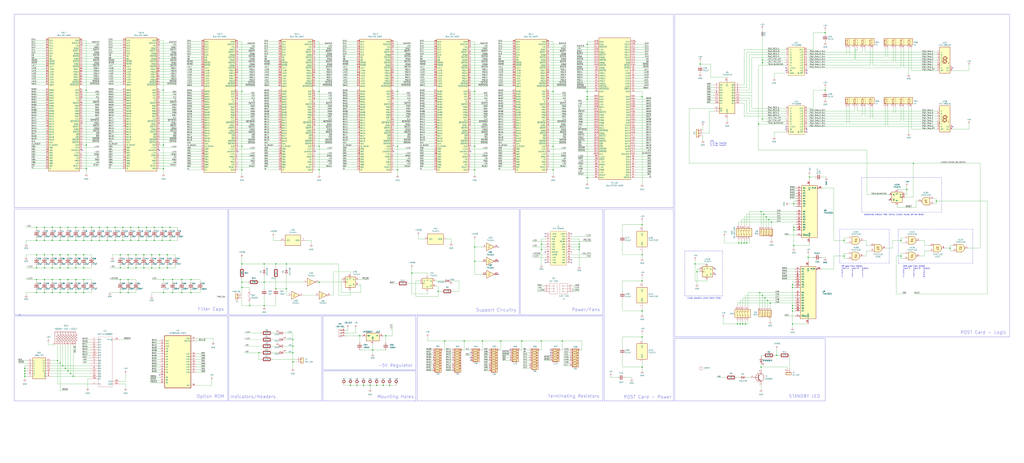
<source format=kicad_sch>
(kicad_sch (version 20231120) (generator "eeschema") (generator_version "8.0")
  (paper "User" 994.5 450)
  (title_block (title "16-Bit ISA System Backplane") (date "2024-08-07") (rev "B"))
  (lib_symbols
    (symbol "22232031_1" (pin_names (offset 0.254))
      (property "Reference" "J6" (at 7.112 7.62 0))
      (property "Value" "22232031" (at 1.524 4.826 0))
      (symbol "22232031_1_1_1"
        (pin unspecified line (at 0 0 0) (length 5.08) (name "") (number "1"))
        (pin unspecified line (at 0 -2.54 0) (length 5.08) (name "") (number "2"))
        (pin unspecified line (at 0 -5.08 0) (length 5.08) (name "") (number "3"))
      )
      (symbol "22232031_1_1_2"
        (pin unspecified line (at 0 0 0) (length 5.08) (name "1") (number "1"))
        (pin unspecified line (at 0 -2.54 0) (length 5.08) (name "2") (number "2"))
        (pin unspecified line (at 0 -5.08 0) (length 5.08) (name "3") (number "3"))
      )
    )
    (symbol "74xx:74LS132" (pin_names (offset 1.016))
      (property "Reference" "U" (at 0 1.27 0))
      (property "Value" "74LS132" (at 0 -1.27 0))
      (symbol "74LS132_1_1"
        (pin input line (at -7.62 2.54 0) (length 3.81) (name "~") (number "1"))
        (pin input line (at -7.62 -2.54 0) (length 3.81) (name "~") (number "2"))
        (pin output inverted (at 7.62 0 180) (length 3.81) (name "~") (number "3"))
      )
      (symbol "74LS132_1_2"
        (pin input inverted (at -7.62 2.54 0) (length 4.318) (name "~") (number "1"))
        (pin input inverted (at -7.62 -2.54 0) (length 4.318) (name "~") (number "2"))
        (pin output line (at 7.62 0 180) (length 3.81) (name "~") (number "3"))
      )
      (symbol "74LS132_2_1"
        (pin input line (at -7.62 2.54 0) (length 3.81) (name "~") (number "4"))
        (pin input line (at -7.62 -2.54 0) (length 3.81) (name "~") (number "5"))
        (pin output inverted (at 7.62 0 180) (length 3.81) (name "~") (number "6"))
      )
      (symbol "74LS132_2_2"
        (pin input inverted (at -7.62 2.54 0) (length 4.318) (name "~") (number "4"))
        (pin input inverted (at -7.62 -2.54 0) (length 4.318) (name "~") (number "5"))
        (pin output line (at 7.62 0 180) (length 3.81) (name "~") (number "6"))
      )
      (symbol "74LS132_3_1"
        (pin input line (at -7.62 -2.54 0) (length 3.81) (name "~") (number "10"))
        (pin output inverted (at 7.62 0 180) (length 3.81) (name "~") (number "8"))
        (pin input line (at -7.62 2.54 0) (length 3.81) (name "~") (number "9"))
      )
      (symbol "74LS132_3_2"
        (pin input inverted (at -7.62 -2.54 0) (length 4.318) (name "~") (number "10"))
        (pin output line (at 7.62 0 180) (length 3.81) (name "~") (number "8"))
        (pin input inverted (at -7.62 2.54 0) (length 4.318) (name "~") (number "9"))
      )
      (symbol "74LS132_4_1"
        (pin output inverted (at 7.62 0 180) (length 3.81) (name "~") (number "11"))
        (pin input line (at -7.62 2.54 0) (length 3.81) (name "~") (number "12"))
        (pin input line (at -7.62 -2.54 0) (length 3.81) (name "~") (number "13"))
      )
      (symbol "74LS132_4_2"
        (pin output line (at 7.62 0 180) (length 3.81) (name "~") (number "11"))
        (pin input inverted (at -7.62 2.54 0) (length 4.318) (name "~") (number "12"))
        (pin input inverted (at -7.62 -2.54 0) (length 4.318) (name "~") (number "13"))
      )
      (symbol "74LS132_5_0"
        (pin power_in line (at 0 12.7 270) (length 5.08) (name "VCC") (number "14"))
        (pin power_in line (at 0 -12.7 90) (length 5.08) (name "GND") (number "7"))
      )
    )
    (symbol "74xx:74LS14" (pin_names (offset 1.016))
      (property "Reference" "U" (at 0 1.27 0))
      (property "Value" "74LS14" (at 0 -1.27 0))
      (symbol "74LS14_1_0"
        (pin input line (at -7.62 0 0) (length 3.81) (name "~") (number "1"))
        (pin output inverted (at 7.62 0 180) (length 3.81) (name "~") (number "2"))
      )
      (symbol "74LS14_2_0"
        (pin input line (at -7.62 0 0) (length 3.81) (name "~") (number "3"))
        (pin output inverted (at 7.62 0 180) (length 3.81) (name "~") (number "4"))
      )
      (symbol "74LS14_3_0"
        (pin input line (at -7.62 0 0) (length 3.81) (name "~") (number "5"))
        (pin output inverted (at 7.62 0 180) (length 3.81) (name "~") (number "6"))
      )
      (symbol "74LS14_4_0"
        (pin output inverted (at 7.62 0 180) (length 3.81) (name "~") (number "8"))
        (pin input line (at -7.62 0 0) (length 3.81) (name "~") (number "9"))
      )
      (symbol "74LS14_5_0"
        (pin output inverted (at 7.62 0 180) (length 3.81) (name "~") (number "10"))
        (pin input line (at -7.62 0 0) (length 3.81) (name "~") (number "11"))
      )
      (symbol "74LS14_6_0"
        (pin output inverted (at 7.62 0 180) (length 3.81) (name "~") (number "12"))
        (pin input line (at -7.62 0 0) (length 3.81) (name "~") (number "13"))
      )
      (symbol "74LS14_7_0"
        (pin power_in line (at 0 12.7 270) (length 5.08) (name "VCC") (number "14"))
        (pin power_in line (at 0 -12.7 90) (length 5.08) (name "GND") (number "7"))
      )
    )
    (symbol "74xx:74LS273"
      (property "Reference" "U" (at -7.62 16.51 0))
      (property "Value" "74LS273" (at -7.62 -16.51 0))
      (symbol "74LS273_1_0"
        (pin input line (at -12.7 -12.7 0) (length 5.08) (name "~{Mr}") (number "1"))
        (pin power_in line (at 0 -20.32 90) (length 5.08) (name "GND") (number "10"))
        (pin input clock (at -12.7 -10.16 0) (length 5.08) (name "Cp") (number "11"))
        (pin output line (at 12.7 2.54 180) (length 5.08) (name "Q4") (number "12"))
        (pin input line (at -12.7 2.54 0) (length 5.08) (name "D4") (number "13"))
        (pin input line (at -12.7 0 0) (length 5.08) (name "D5") (number "14"))
        (pin output line (at 12.7 0 180) (length 5.08) (name "Q5") (number "15"))
        (pin output line (at 12.7 -2.54 180) (length 5.08) (name "Q6") (number "16"))
        (pin input line (at -12.7 -2.54 0) (length 5.08) (name "D6") (number "17"))
        (pin input line (at -12.7 -5.08 0) (length 5.08) (name "D7") (number "18"))
        (pin output line (at 12.7 -5.08 180) (length 5.08) (name "Q7") (number "19"))
        (pin output line (at 12.7 12.7 180) (length 5.08) (name "Q0") (number "2"))
        (pin power_in line (at 0 20.32 270) (length 5.08) (name "VCC") (number "20"))
        (pin input line (at -12.7 12.7 0) (length 5.08) (name "D0") (number "3"))
        (pin input line (at -12.7 10.16 0) (length 5.08) (name "D1") (number "4"))
        (pin output line (at 12.7 10.16 180) (length 5.08) (name "Q1") (number "5"))
        (pin output line (at 12.7 7.62 180) (length 5.08) (name "Q2") (number "6"))
        (pin input line (at -12.7 7.62 0) (length 5.08) (name "D2") (number "7"))
        (pin input line (at -12.7 5.08 0) (length 5.08) (name "D3") (number "8"))
        (pin output line (at 12.7 5.08 180) (length 5.08) (name "Q3") (number "9"))
      )
    )
    (symbol "74xx:74LS74" (pin_names (offset 1.016))
      (property "Reference" "U" (at -7.62 8.89 0))
      (property "Value" "74LS74" (at -7.62 -8.89 0))
      (symbol "74LS74_1_0"
        (pin input line (at 0 -7.62 90) (length 2.54) (name "~{R}") (number "1"))
        (pin input line (at -7.62 2.54 0) (length 2.54) (name "D") (number "2"))
        (pin input clock (at -7.62 0 0) (length 2.54) (name "C") (number "3"))
        (pin input line (at 0 7.62 270) (length 2.54) (name "~{S}") (number "4"))
        (pin output line (at 7.62 2.54 180) (length 2.54) (name "Q") (number "5"))
        (pin output line (at 7.62 -2.54 180) (length 2.54) (name "~{Q}") (number "6"))
      )
      (symbol "74LS74_2_0"
        (pin input line (at 0 7.62 270) (length 2.54) (name "~{S}") (number "10"))
        (pin input clock (at -7.62 0 0) (length 2.54) (name "C") (number "11"))
        (pin input line (at -7.62 2.54 0) (length 2.54) (name "D") (number "12"))
        (pin input line (at 0 -7.62 90) (length 2.54) (name "~{R}") (number "13"))
        (pin output line (at 7.62 -2.54 180) (length 2.54) (name "~{Q}") (number "8"))
        (pin output line (at 7.62 2.54 180) (length 2.54) (name "Q") (number "9"))
      )
      (symbol "74LS74_3_0"
        (pin power_in line (at 0 10.16 270) (length 2.54) (name "VCC") (number "14"))
        (pin power_in line (at 0 -10.16 90) (length 2.54) (name "GND") (number "7"))
      )
    )
    (symbol "Connector:Bus_ISA_16bit"
      (property "Reference" "J" (at 0 67.945 0))
      (property "Value" "Bus_ISA_16bit" (at 0 -65.405 0))
      (symbol "Bus_ISA_16bit_1_1"
        (pin power_in line (at -17.78 63.5 0) (length 2.54) (name "GND") (number "1"))
        (pin power_in line (at -17.78 40.64 0) (length 2.54) (name "GND") (number "10"))
        (pin output line (at -17.78 38.1 0) (length 2.54) (name "~{SMEMW}") (number "11"))
        (pin output line (at -17.78 35.56 0) (length 2.54) (name "~{SMEMR}") (number "12"))
        (pin output line (at -17.78 33.02 0) (length 2.54) (name "~{IOW}") (number "13"))
        (pin output line (at -17.78 30.48 0) (length 2.54) (name "~{IOR}") (number "14"))
        (pin passive line (at -17.78 27.94 0) (length 2.54) (name "~{DACK3}") (number "15"))
        (pin passive line (at -17.78 25.4 0) (length 2.54) (name "DRQ3") (number "16"))
        (pin passive line (at -17.78 22.86 0) (length 2.54) (name "~{DACK1}") (number "17"))
        (pin passive line (at -17.78 20.32 0) (length 2.54) (name "DRQ1") (number "18"))
        (pin passive line (at -17.78 17.78 0) (length 2.54) (name "~{REFRESH}") (number "19"))
        (pin output line (at -17.78 60.96 0) (length 2.54) (name "RESET") (number "2"))
        (pin output line (at -17.78 15.24 0) (length 2.54) (name "CLK") (number "20"))
        (pin passive line (at -17.78 12.7 0) (length 2.54) (name "IRQ7") (number "21"))
        (pin passive line (at -17.78 10.16 0) (length 2.54) (name "IRQ6") (number "22"))
        (pin passive line (at -17.78 7.62 0) (length 2.54) (name "IRQ5") (number "23"))
        (pin passive line (at -17.78 5.08 0) (length 2.54) (name "IRQ4") (number "24"))
        (pin passive line (at -17.78 2.54 0) (length 2.54) (name "IRQ3") (number "25"))
        (pin passive line (at -17.78 0 0) (length 2.54) (name "~{DACK2}") (number "26"))
        (pin passive line (at -17.78 -2.54 0) (length 2.54) (name "TC") (number "27"))
        (pin output line (at -17.78 -5.08 0) (length 2.54) (name "ALE") (number "28"))
        (pin power_in line (at -17.78 -7.62 0) (length 2.54) (name "VCC") (number "29"))
        (pin power_in line (at -17.78 58.42 0) (length 2.54) (name "+5V") (number "3"))
        (pin output line (at -17.78 -10.16 0) (length 2.54) (name "OSC") (number "30"))
        (pin power_in line (at -17.78 -12.7 0) (length 2.54) (name "GND") (number "31"))
        (pin passive line (at 17.78 63.5 180) (length 2.54) (name "IO") (number "32"))
        (pin tri_state line (at 17.78 60.96 180) (length 2.54) (name "DB7") (number "33"))
        (pin tri_state line (at 17.78 58.42 180) (length 2.54) (name "DB6") (number "34"))
        (pin tri_state line (at 17.78 55.88 180) (length 2.54) (name "DB5") (number "35"))
        (pin tri_state line (at 17.78 53.34 180) (length 2.54) (name "DB4") (number "36"))
        (pin tri_state line (at 17.78 50.8 180) (length 2.54) (name "DB3") (number "37"))
        (pin tri_state line (at 17.78 48.26 180) (length 2.54) (name "DB2") (number "38"))
        (pin tri_state line (at 17.78 45.72 180) (length 2.54) (name "DB1") (number "39"))
        (pin passive line (at -17.78 55.88 0) (length 2.54) (name "IRQ2") (number "4"))
        (pin tri_state line (at 17.78 43.18 180) (length 2.54) (name "DB0") (number "40"))
        (pin passive line (at 17.78 40.64 180) (length 2.54) (name "IO_READY") (number "41"))
        (pin output line (at 17.78 38.1 180) (length 2.54) (name "AEN") (number "42"))
        (pin tri_state line (at 17.78 35.56 180) (length 2.54) (name "BA19") (number "43"))
        (pin tri_state line (at 17.78 33.02 180) (length 2.54) (name "BA18") (number "44"))
        (pin tri_state line (at 17.78 30.48 180) (length 2.54) (name "BA17") (number "45"))
        (pin tri_state line (at 17.78 27.94 180) (length 2.54) (name "BA16") (number "46"))
        (pin tri_state line (at 17.78 25.4 180) (length 2.54) (name "BA15") (number "47"))
        (pin tri_state line (at 17.78 22.86 180) (length 2.54) (name "BA14") (number "48"))
        (pin tri_state line (at 17.78 20.32 180) (length 2.54) (name "BA13") (number "49"))
        (pin power_in line (at -17.78 53.34 0) (length 2.54) (name "-5V") (number "5"))
        (pin tri_state line (at 17.78 17.78 180) (length 2.54) (name "BA12") (number "50"))
        (pin tri_state line (at 17.78 15.24 180) (length 2.54) (name "BA11") (number "51"))
        (pin tri_state line (at 17.78 12.7 180) (length 2.54) (name "BA10") (number "52"))
        (pin tri_state line (at 17.78 10.16 180) (length 2.54) (name "BA09") (number "53"))
        (pin tri_state line (at 17.78 7.62 180) (length 2.54) (name "BA08") (number "54"))
        (pin tri_state line (at 17.78 5.08 180) (length 2.54) (name "BA07") (number "55"))
        (pin tri_state line (at 17.78 2.54 180) (length 2.54) (name "BA06") (number "56"))
        (pin tri_state line (at 17.78 0 180) (length 2.54) (name "BA05") (number "57"))
        (pin tri_state line (at 17.78 -2.54 180) (length 2.54) (name "BA04") (number "58"))
        (pin tri_state line (at 17.78 -5.08 180) (length 2.54) (name "BA03") (number "59"))
        (pin passive line (at -17.78 50.8 0) (length 2.54) (name "DRQ2") (number "6"))
        (pin tri_state line (at 17.78 -7.62 180) (length 2.54) (name "BA02") (number "60"))
        (pin tri_state line (at 17.78 -10.16 180) (length 2.54) (name "BA01") (number "61"))
        (pin tri_state line (at 17.78 -12.7 180) (length 2.54) (name "BA00") (number "62"))
        (pin passive line (at -17.78 -17.78 0) (length 2.54) (name "~{MEMCS16}") (number "63"))
        (pin passive line (at -17.78 -20.32 0) (length 2.54) (name "~{IOCS16}") (number "64"))
        (pin passive line (at -17.78 -22.86 0) (length 2.54) (name "IRQ10") (number "65"))
        (pin passive line (at -17.78 -25.4 0) (length 2.54) (name "IRQ11") (number "66"))
        (pin passive line (at -17.78 -27.94 0) (length 2.54) (name "IRQ12") (number "67"))
        (pin passive line (at -17.78 -30.48 0) (length 2.54) (name "IRQ15") (number "68"))
        (pin passive line (at -17.78 -33.02 0) (length 2.54) (name "IRQ14") (number "69"))
        (pin power_in line (at -17.78 48.26 0) (length 2.54) (name "-12V") (number "7"))
        (pin output line (at -17.78 -35.56 0) (length 2.54) (name "~{DACK0}") (number "70"))
        (pin passive line (at -17.78 -38.1 0) (length 2.54) (name "DRQ0") (number "71"))
        (pin output line (at -17.78 -40.64 0) (length 2.54) (name "~{DACK5}") (number "72"))
        (pin passive line (at -17.78 -43.18 0) (length 2.54) (name "DRQ5") (number "73"))
        (pin output line (at -17.78 -45.72 0) (length 2.54) (name "~{DACK6}") (number "74"))
        (pin passive line (at -17.78 -48.26 0) (length 2.54) (name "DRQ6") (number "75"))
        (pin output line (at -17.78 -50.8 0) (length 2.54) (name "~{DACK7}") (number "76"))
        (pin passive line (at -17.78 -53.34 0) (length 2.54) (name "DRQ7") (number "77"))
        (pin power_in line (at -17.78 -55.88 0) (length 2.54) (name "+5V") (number "78"))
        (pin passive line (at -17.78 -58.42 0) (length 2.54) (name "MASTER") (number "79"))
        (pin passive line (at -17.78 45.72 0) (length 2.54) (name "UNUSED") (number "8"))
        (pin power_in line (at -17.78 -60.96 0) (length 2.54) (name "GND") (number "80"))
        (pin passive line (at 17.78 -17.78 180) (length 2.54) (name "SBHE") (number "81"))
        (pin passive line (at 17.78 -20.32 180) (length 2.54) (name "LA23") (number "82"))
        (pin passive line (at 17.78 -22.86 180) (length 2.54) (name "LA22") (number "83"))
        (pin passive line (at 17.78 -25.4 180) (length 2.54) (name "LA21") (number "84"))
        (pin passive line (at 17.78 -27.94 180) (length 2.54) (name "LA20") (number "85"))
        (pin passive line (at 17.78 -30.48 180) (length 2.54) (name "LA19") (number "86"))
        (pin passive line (at 17.78 -33.02 180) (length 2.54) (name "LA18") (number "87"))
        (pin passive line (at 17.78 -35.56 180) (length 2.54) (name "LA17") (number "88"))
        (pin output line (at 17.78 -38.1 180) (length 2.54) (name "~{MEMR}") (number "89"))
        (pin power_in line (at -17.78 43.18 0) (length 2.54) (name "+12V") (number "9"))
        (pin output line (at 17.78 -40.64 180) (length 2.54) (name "~{MEMW}") (number "90"))
        (pin tri_state line (at 17.78 -43.18 180) (length 2.54) (name "D8") (number "91"))
        (pin tri_state line (at 17.78 -45.72 180) (length 2.54) (name "D9") (number "92"))
        (pin tri_state line (at 17.78 -48.26 180) (length 2.54) (name "D10") (number "93"))
        (pin tri_state line (at 17.78 -50.8 180) (length 2.54) (name "D11") (number "94"))
        (pin tri_state line (at 17.78 -53.34 180) (length 2.54) (name "D12") (number "95"))
        (pin tri_state line (at 17.78 -55.88 180) (length 2.54) (name "D13") (number "96"))
        (pin tri_state line (at 17.78 -58.42 180) (length 2.54) (name "D14") (number "97"))
        (pin tri_state line (at 17.78 -60.96 180) (length 2.54) (name "D15") (number "98"))
      )
    )
    (symbol "Connector_Generic:Conn_01x02" (pin_names (offset 1.016) hide)
      (property "Reference" "J" (at 0 2.54 0))
      (property "Value" "Conn_01x02" (at 0 -5.08 0))
      (symbol "Conn_01x02_1_1"
        (pin passive line (at -5.08 0 0) (length 3.81) (name "Pin_1") (number "1"))
        (pin passive line (at -5.08 -2.54 0) (length 3.81) (name "Pin_2") (number "2"))
      )
    )
    (symbol "Connector_Generic:Conn_01x03" (pin_names (offset 1.016) hide)
      (property "Reference" "J" (at 0 5.08 0))
      (property "Value" "Conn_01x03" (at 0 -5.08 0))
      (symbol "Conn_01x03_1_1"
        (pin passive line (at -5.08 2.54 0) (length 3.81) (name "Pin_1") (number "1"))
        (pin passive line (at -5.08 0 0) (length 3.81) (name "Pin_2") (number "2"))
        (pin passive line (at -5.08 -2.54 0) (length 3.81) (name "Pin_3") (number "3"))
      )
    )
    (symbol "Device:C" (pin_numbers hide) (pin_names (offset 0.254))
      (property "Reference" "C" (at 0.635 2.54 0))
      (property "Value" "C" (at 0.635 -2.54 0))
      (symbol "C_1_1"
        (pin passive line (at 0 3.81 270) (length 2.794) (name "~") (number "1"))
        (pin passive line (at 0 -3.81 90) (length 2.794) (name "~") (number "2"))
      )
    )
    (symbol "Device:LED" (pin_numbers hide) (pin_names (offset 1.016) hide)
      (property "Reference" "D" (at 0 2.54 0))
      (property "Value" "LED" (at 0 -2.54 0))
      (symbol "LED_1_1"
        (pin passive line (at -3.81 0 0) (length 2.54) (name "K") (number "1"))
        (pin passive line (at 3.81 0 180) (length 2.54) (name "A") (number "2"))
      )
    )
    (symbol "Device:R_Network05" (pin_names (offset 0) hide)
      (property "Reference" "RN" (at -7.62 0 90))
      (property "Value" "R_Network05" (at 7.62 0 90))
      (symbol "R_Network05_1_1"
        (pin passive line (at -5.08 5.08 270) (length 2.54) (name "common") (number "1"))
        (pin passive line (at -5.08 -5.08 90) (length 1.27) (name "R1") (number "2"))
        (pin passive line (at -2.54 -5.08 90) (length 1.27) (name "R2") (number "3"))
        (pin passive line (at 0 -5.08 90) (length 1.27) (name "R3") (number "4"))
        (pin passive line (at 2.54 -5.08 90) (length 1.27) (name "R4") (number "5"))
        (pin passive line (at 5.08 -5.08 90) (length 1.27) (name "R5") (number "6"))
      )
    )
    (symbol "Device:R_Network05_US" (pin_names (offset 0) hide)
      (property "Reference" "RN" (at -7.62 0 90))
      (property "Value" "R_Network05_US" (at 7.62 0 90))
      (symbol "R_Network05_US_1_1"
        (pin passive line (at -5.08 5.08 270) (length 2.54) (name "common") (number "1"))
        (pin passive line (at -5.08 -5.08 90) (length 1.27) (name "R1") (number "2"))
        (pin passive line (at -2.54 -5.08 90) (length 1.27) (name "R2") (number "3"))
        (pin passive line (at 0 -5.08 90) (length 1.27) (name "R3") (number "4"))
        (pin passive line (at 2.54 -5.08 90) (length 1.27) (name "R4") (number "5"))
        (pin passive line (at 5.08 -5.08 90) (length 1.27) (name "R5") (number "6"))
      )
    )
    (symbol "Device:R_Network07" (pin_names (offset 0) hide)
      (property "Reference" "RN" (at -10.16 0 90))
      (property "Value" "R_Network07" (at 10.16 0 90))
      (symbol "R_Network07_1_1"
        (pin passive line (at -7.62 5.08 270) (length 2.54) (name "common") (number "1"))
        (pin passive line (at -7.62 -5.08 90) (length 1.27) (name "R1") (number "2"))
        (pin passive line (at -5.08 -5.08 90) (length 1.27) (name "R2") (number "3"))
        (pin passive line (at -2.54 -5.08 90) (length 1.27) (name "R3") (number "4"))
        (pin passive line (at 0 -5.08 90) (length 1.27) (name "R4") (number "5"))
        (pin passive line (at 2.54 -5.08 90) (length 1.27) (name "R5") (number "6"))
        (pin passive line (at 5.08 -5.08 90) (length 1.27) (name "R6") (number "7"))
        (pin passive line (at 7.62 -5.08 90) (length 1.27) (name "R7") (number "8"))
      )
    )
    (symbol "Device:R_Network08" (pin_names (offset 0) hide)
      (property "Reference" "RN" (at -12.7 0 90))
      (property "Value" "R_Network08" (at 10.16 0 90))
      (symbol "R_Network08_1_1"
        (pin passive line (at -10.16 5.08 270) (length 2.54) (name "common") (number "1"))
        (pin passive line (at -10.16 -5.08 90) (length 1.27) (name "R1") (number "2"))
        (pin passive line (at -7.62 -5.08 90) (length 1.27) (name "R2") (number "3"))
        (pin passive line (at -5.08 -5.08 90) (length 1.27) (name "R3") (number "4"))
        (pin passive line (at -2.54 -5.08 90) (length 1.27) (name "R4") (number "5"))
        (pin passive line (at 0 -5.08 90) (length 1.27) (name "R5") (number "6"))
        (pin passive line (at 2.54 -5.08 90) (length 1.27) (name "R6") (number "7"))
        (pin passive line (at 5.08 -5.08 90) (length 1.27) (name "R7") (number "8"))
        (pin passive line (at 7.62 -5.08 90) (length 1.27) (name "R8") (number "9"))
      )
    )
    (symbol "Device:R_Network09" (pin_names (offset 0) hide)
      (property "Reference" "RN" (at -12.7 0 90))
      (property "Value" "R_Network09" (at 12.7 0 90))
      (symbol "R_Network09_1_1"
        (pin passive line (at -10.16 5.08 270) (length 2.54) (name "common") (number "1"))
        (pin passive line (at 10.16 -5.08 90) (length 1.27) (name "R9") (number "10"))
        (pin passive line (at -10.16 -5.08 90) (length 1.27) (name "R1") (number "2"))
        (pin passive line (at -7.62 -5.08 90) (length 1.27) (name "R2") (number "3"))
        (pin passive line (at -5.08 -5.08 90) (length 1.27) (name "R3") (number "4"))
        (pin passive line (at -2.54 -5.08 90) (length 1.27) (name "R4") (number "5"))
        (pin passive line (at 0 -5.08 90) (length 1.27) (name "R5") (number "6"))
        (pin passive line (at 2.54 -5.08 90) (length 1.27) (name "R6") (number "7"))
        (pin passive line (at 5.08 -5.08 90) (length 1.27) (name "R7") (number "8"))
        (pin passive line (at 7.62 -5.08 90) (length 1.27) (name "R8") (number "9"))
      )
    )
    (symbol "Device:R_Pack04_SIP" (pin_names (offset 0) hide)
      (property "Reference" "RN" (at -15.24 0 90))
      (property "Value" "R_Pack04_SIP" (at 15.24 0 90))
      (symbol "R_Pack04_SIP_1_1"
        (pin passive line (at -12.7 -5.08 90) (length 3.81) (name "R1.1") (number "1"))
        (pin passive line (at -10.16 -5.08 90) (length 3.81) (name "R1.2") (number "2"))
        (pin passive line (at -5.08 -5.08 90) (length 3.81) (name "R2.1") (number "3"))
        (pin passive line (at -2.54 -5.08 90) (length 3.81) (name "R2.2") (number "4"))
        (pin passive line (at 2.54 -5.08 90) (length 3.81) (name "R3.1") (number "5"))
        (pin passive line (at 5.08 -5.08 90) (length 3.81) (name "R3.2") (number "6"))
        (pin passive line (at 10.16 -5.08 90) (length 3.81) (name "R4.1") (number "7"))
        (pin passive line (at 12.7 -5.08 90) (length 3.81) (name "R4.2") (number "8"))
      )
    )
    (symbol "Device:R_Small" (pin_numbers hide) (pin_names (offset 0.254) hide)
      (property "Reference" "R" (at 0.762 0.508 0))
      (property "Value" "R_Small" (at 0.762 -1.016 0))
      (symbol "R_Small_1_1"
        (pin passive line (at 0 2.54 270) (length 0.762) (name "~") (number "1"))
        (pin passive line (at 0 -2.54 90) (length 0.762) (name "~") (number "2"))
      )
    )
    (symbol "Diode:1N4148" (pin_numbers hide) (pin_names hide)
      (property "Reference" "D" (at 0 2.54 0))
      (property "Value" "1N4148" (at 0 -2.54 0))
      (symbol "1N4148_1_1"
        (pin passive line (at -3.81 0 0) (length 2.54) (name "K") (number "1"))
        (pin passive line (at 3.81 0 180) (length 2.54) (name "A") (number "2"))
      )
    )
    (symbol "ISA_POST_Card_v5.1-rescue:+5V-power" (power) (pin_names (offset 0))
      (property "Value" "power_+5V" (at 0 3.556 0))
      (symbol "+5V-power_1_1"
        (pin power_in line (at 0 0 90) (length 0) hide (name "+5V") (number "1"))
      )
    )
    (symbol "ISA_POST_Card_v5.1-rescue:74LS688-74xx" (pin_names (offset 1.016))
      (property "Reference" "U" (at -7.62 26.67 0))
      (property "Value" "74xx_74LS688" (at -7.62 -26.67 0))
      (symbol "74LS688-74xx_1_0"
        (pin input inverted (at -12.7 -22.86 0) (length 5.08) (name "~{EN}(G)") (number "1"))
        (pin power_in line (at 0 -30.48 90) (length 5.08) (name "GND") (number "10"))
        (pin input line (at -12.7 12.7 0) (length 5.08) (name "P4") (number "11"))
        (pin input line (at -12.7 -10.16 0) (length 5.08) (name "R4") (number "12"))
        (pin input line (at -12.7 10.16 0) (length 5.08) (name "P5") (number "13"))
        (pin input line (at -12.7 -12.7 0) (length 5.08) (name "R5") (number "14"))
        (pin input line (at -12.7 7.62 0) (length 5.08) (name "P6") (number "15"))
        (pin input line (at -12.7 -15.24 0) (length 5.08) (name "R6") (number "16"))
        (pin input line (at -12.7 5.08 0) (length 5.08) (name "P7") (number "17"))
        (pin input line (at -12.7 -17.78 0) (length 5.08) (name "R7") (number "18"))
        (pin output inverted (at 12.7 22.86 180) (length 5.08) (name "~{P=R}") (number "19"))
        (pin input line (at -12.7 22.86 0) (length 5.08) (name "P0") (number "2"))
        (pin power_in line (at 0 30.48 270) (length 5.08) (name "VCC") (number "20"))
        (pin input line (at -12.7 0 0) (length 5.08) (name "R0") (number "3"))
        (pin input line (at -12.7 20.32 0) (length 5.08) (name "P1") (number "4"))
        (pin input line (at -12.7 -2.54 0) (length 5.08) (name "R1") (number "5"))
        (pin input line (at -12.7 17.78 0) (length 5.08) (name "P2") (number "6"))
        (pin input line (at -12.7 -5.08 0) (length 5.08) (name "R2") (number "7"))
        (pin input line (at -12.7 15.24 0) (length 5.08) (name "P3") (number "8"))
        (pin input line (at -12.7 -7.62 0) (length 5.08) (name "R3") (number "9"))
      )
    )
    (symbol "ISA_POST_Card_v5.1-rescue:GND-power" (power) (pin_names (offset 0))
      (property "Value" "power_GND" (at 0 -3.81 0))
      (symbol "GND-power_1_1"
        (pin power_in line (at 0 0 270) (length 0) hide (name "GND") (number "1"))
      )
    )
    (symbol "ISA_POST_Card_v5.1-rescue:LTS-2801AG-Display_Character" (pin_names (offset 1.016))
      (property "Reference" "U" (at 0 15.24 0))
      (property "Value" "Display_Character_LTS-2801AG" (at 0 -15.24 0))
      (symbol "LTS-2801AG-Display_Character_1_1"
        (text "A" (at 0.254 2.413 0) (effects (font (size 0.508 0.508))))
        (text "B" (at 2.54 1.651 0) (effects (font (size 0.508 0.508))))
        (text "C" (at 2.286 -1.397 0) (effects (font (size 0.508 0.508))))
        (text "D" (at -0.254 -2.159 0) (effects (font (size 0.508 0.508))))
        (text "DP" (at 3.556 -2.921 0) (effects (font (size 0.508 0.508))))
        (text "E" (at -2.54 -1.397 0) (effects (font (size 0.508 0.508))))
        (text "F" (at -2.286 1.651 0) (effects (font (size 0.508 0.508))))
        (text "G" (at 0 0.889 0) (effects (font (size 0.508 0.508))))
        (pin input line (at -7.62 -2.54 0) (length 2.54) (name "E") (number "1"))
        (pin input line (at -7.62 -5.08 0) (length 2.54) (name "F") (number "10"))
        (pin input line (at -7.62 0 0) (length 2.54) (name "D") (number "2"))
        (pin input line (at 7.62 -7.62 180) (length 2.54) (name "CA") (number "3"))
        (pin input line (at -7.62 2.54 0) (length 2.54) (name "C") (number "4"))
        (pin input line (at -7.62 -10.16 0) (length 2.54) (name "DP") (number "5"))
        (pin input line (at -7.62 5.08 0) (length 2.54) (name "B") (number "6"))
        (pin input line (at -7.62 7.62 0) (length 2.54) (name "A") (number "7"))
        (pin input line (at 7.62 -10.16 180) (length 2.54) (name "CA") (number "8"))
        (pin input line (at -7.62 -7.62 0) (length 2.54) (name "G") (number "9"))
      )
    )
    (symbol "Llama Library:P_CONN_01X03" (pin_names (offset 1.016))
      (property "Reference" "P" (at 0 5.08 0))
      (property "Value" "P_CONN_01X03" (at 2.54 0 90))
      (symbol "P_CONN_01X03_1_1"
        (pin passive line (at -5.08 2.54 0) (length 3.81) (name "~") (number "1"))
        (pin passive line (at -5.08 0 0) (length 3.81) (name "~") (number "2"))
        (pin passive line (at -5.08 -2.54 0) (length 3.81) (name "~") (number "3"))
      )
    )
    (symbol "PCM_Elektuur:R" (pin_numbers hide) (pin_names (offset 0) hide)
      (property "Reference" "R" (at 2.54 3.175 0))
      (property "Value" "R" (at 0 0 90))
      (symbol "R_1_1"
        (pin passive line (at 0 5.08 270) (length 1.651) (name "+") (number "1"))
        (pin passive line (at 0 -5.08 90) (length 1.651) (name "-") (number "2"))
      )
      (symbol "R_1_2"
        (pin passive line (at 0 5.08 270) (length 1.651) (name "+") (number "1"))
        (pin passive line (at 0 -5.08 90) (length 1.651) (name "-") (number "2"))
      )
      (symbol "R_1_3"
        (pin passive line (at 0 5.08 270) (length 1.6002) (name "+") (number "1"))
        (pin passive line (at 0 -5.08 90) (length 1.6002) (name "-") (number "2"))
      )
      (symbol "R_1_4"
        (pin passive line (at 0 5.08 270) (length 0.5334) (name "+") (number "1"))
        (pin passive line (at 0 -5.08 90) (length 0.5334) (name "-") (number "2"))
      )
    )
    (symbol "SnipE Symbol Library:+5VSB" (power) (pin_names (offset 0))
      (property "Value" "+5VSB" (at 0 3.81 0))
      (symbol "+5VSB_1_1"
        (pin power_in line (at 0 0 90) (length 0) hide (name "+5VSB") (number "1"))
      )
    )
    (symbol "SnipE Symbol Library:-5V" (power) (pin_names (offset 0))
      (property "Value" "-5V" (at 0 3.81 0))
      (symbol "-5V_1_1"
        (pin power_in line (at 0 0 90) (length 0) hide (name "-5V") (number "1"))
      )
    )
    (symbol "SnipE Symbol Library:206-7ST"
      (property "Reference" "S" (at 19.05 7.62 0))
      (property "Value" "206-7ST" (at 19.05 5.08 0))
      (symbol "206-7ST_1_1"
        (pin passive line (at 0 0 0) (length 5.08) (name "1") (number "1"))
        (pin passive line (at 22.86 -10.16 180) (length 5.08) (name "10") (number "10"))
        (pin passive line (at 22.86 -7.62 180) (length 5.08) (name "11") (number "11"))
        (pin passive line (at 22.86 -5.08 180) (length 5.08) (name "12") (number "12"))
        (pin passive line (at 22.86 -2.54 180) (length 5.08) (name "13") (number "13"))
        (pin passive line (at 22.86 0 180) (length 5.08) (name "14") (number "14"))
        (pin passive line (at 0 -2.54 0) (length 5.08) (name "2") (number "2"))
        (pin passive line (at 0 -5.08 0) (length 5.08) (name "3") (number "3"))
        (pin passive line (at 0 -7.62 0) (length 5.08) (name "4") (number "4"))
        (pin passive line (at 0 -10.16 0) (length 5.08) (name "5") (number "5"))
        (pin passive line (at 0 -12.7 0) (length 5.08) (name "6") (number "6"))
        (pin passive line (at 0 -15.24 0) (length 5.08) (name "7") (number "7"))
        (pin passive line (at 22.86 -15.24 180) (length 5.08) (name "8") (number "8"))
        (pin passive line (at 22.86 -12.7 180) (length 5.08) (name "9") (number "9"))
      )
    )
    (symbol "SnipE Symbol Library:22232031" (pin_names (offset 0.254))
      (property "Reference" "J7" (at 8.89 -12.7 0))
      (property "Value" "22232031" (at 7.112 -9.906 0))
      (symbol "22232031_1_1"
        (pin unspecified line (at 0 0 0) (length 5.08) (name "") (number "1"))
        (pin unspecified line (at 0 -2.54 0) (length 5.08) (name "") (number "2"))
        (pin unspecified line (at 0 -5.08 0) (length 5.08) (name "") (number "3"))
      )
      (symbol "22232031_1_2"
        (pin unspecified line (at 0 0 0) (length 5.08) (name "1") (number "1"))
        (pin unspecified line (at 0 -2.54 0) (length 5.08) (name "2") (number "2"))
        (pin unspecified line (at 0 -5.08 0) (length 5.08) (name "3") (number "3"))
      )
    )
    (symbol "SnipE Symbol Library:2N2222" (pin_names hide)
      (property "Reference" "Q" (at 13.97 1.27 0))
      (property "Value" "2N2222" (at 13.97 -1.27 0))
      (symbol "2N2222_1_1"
        (pin passive line (at 10.16 -7.62 90) (length 2.54) (name "E") (number "1"))
        (pin passive line (at 0 0 0) (length 2.54) (name "B") (number "2"))
        (pin passive line (at 10.16 7.62 270) (length 2.54) (name "C") (number "3"))
      )
    )
    (symbol "SnipE Symbol Library:4609X-101-103LF" (pin_names (offset 0.254))
      (property "Reference" "R" (at 9.144 18.288 0))
      (property "Value" "4609X-101-103LF" (at 9.144 15.494 0))
      (symbol "4609X-101-103LF_1_1"
        (pin unspecified line (at 0 0 90) (length 2.54) (name "") (number "1"))
        (pin unspecified line (at 2.54 0 90) (length 2.54) (name "") (number "2"))
        (pin unspecified line (at 5.08 0 90) (length 2.54) (name "") (number "3"))
        (pin unspecified line (at 7.62 0 90) (length 2.54) (name "") (number "4"))
        (pin unspecified line (at 10.16 0 90) (length 2.54) (name "") (number "5"))
        (pin unspecified line (at 12.7 0 90) (length 2.54) (name "") (number "6"))
        (pin unspecified line (at 15.24 0 90) (length 2.54) (name "") (number "7"))
        (pin unspecified line (at 17.78 0 90) (length 2.54) (name "") (number "8"))
        (pin unspecified line (at 20.32 0 90) (length 2.54) (name "") (number "9"))
      )
    )
    (symbol "SnipE Symbol Library:AT28C64B-15PU" (pin_names (offset 1.016))
      (property "Reference" "IC2" (at 0 -30.48 0))
      (property "Value" "AT28C64B-15PU" (at 0 -27.94 0))
      (symbol "AT28C64B-15PU_0_0"
        (pin input line (at -17.78 10.16 0) (length 5.08) (name "A0") (number "10"))
        (pin bidirectional line (at 17.78 10.16 180) (length 5.08) (name "I/O0") (number "11"))
        (pin bidirectional line (at 17.78 7.62 180) (length 5.08) (name "I/O1") (number "12"))
        (pin bidirectional line (at 17.78 5.08 180) (length 5.08) (name "I/O2") (number "13"))
        (pin power_in line (at 17.78 -22.86 180) (length 5.08) (name "GND") (number "14"))
        (pin bidirectional line (at 17.78 2.54 180) (length 5.08) (name "I/O3") (number "15"))
        (pin bidirectional line (at 17.78 0 180) (length 5.08) (name "I/O4") (number "16"))
        (pin bidirectional line (at 17.78 -2.54 180) (length 5.08) (name "I/O5") (number "17"))
        (pin bidirectional line (at 17.78 -5.08 180) (length 5.08) (name "I/O6") (number "18"))
        (pin bidirectional line (at 17.78 -7.62 180) (length 5.08) (name "I/O7") (number "19"))
        (pin input line (at -17.78 -20.32 0) (length 5.08) (name "A12") (number "2"))
        (pin input line (at -17.78 20.32 0) (length 5.08) (name "~{CE}") (number "20"))
        (pin input line (at -17.78 -15.24 0) (length 5.08) (name "A10") (number "21"))
        (pin input line (at -17.78 17.78 0) (length 5.08) (name "~{OE}") (number "22"))
        (pin input line (at -17.78 -17.78 0) (length 5.08) (name "A11") (number "23"))
        (pin input line (at -17.78 -12.7 0) (length 5.08) (name "A9") (number "24"))
        (pin input line (at -17.78 -10.16 0) (length 5.08) (name "A8") (number "25"))
        (pin input line (at -17.78 15.24 0) (length 5.08) (name "~{WE}") (number "27"))
        (pin power_in line (at 17.78 22.86 180) (length 5.08) (name "VCC") (number "28"))
        (pin input line (at -17.78 -7.62 0) (length 5.08) (name "A7") (number "3"))
        (pin input line (at -17.78 -5.08 0) (length 5.08) (name "A6") (number "4"))
        (pin input line (at -17.78 -2.54 0) (length 5.08) (name "A5") (number "5"))
        (pin input line (at -17.78 0 0) (length 5.08) (name "A4") (number "6"))
        (pin input line (at -17.78 2.54 0) (length 5.08) (name "A3") (number "7"))
        (pin input line (at -17.78 5.08 0) (length 5.08) (name "A2") (number "8"))
        (pin input line (at -17.78 7.62 0) (length 5.08) (name "A1") (number "9"))
      )
      (symbol "AT28C64B-15PU_1_0"
        (pin bidirectional line (at 17.78 -20.32 180) (length 5.08) (name "RDY/~{B}") (number "1"))
        (pin input line (at -17.78 12.7 0) (length 5.08) (name "") (number "26"))
      )
    )
    (symbol "SnipE Symbol Library:ATF16V8B-Logic_Programmable_1" (pin_names (offset 1.016))
      (property "Reference" "U14" (at 0 18.161 0))
      (property "Value" "ATF16V8B" (at 0 15.8496 0))
      (symbol "ATF16V8B-Logic_Programmable_1_1_1"
        (pin input line (at -10.16 -6.35 0) (length 2.54) (name "I/CLK") (number "1"))
        (pin input line (at -10.16 -11.43 0) (length 2.54) (name "GND") (number "10"))
        (pin input line (at 10.16 -11.43 180) (length 2.54) (name "I9/~{OE}") (number "11"))
        (pin input line (at 10.16 -1.27 180) (length 2.54) (name "I/O") (number "12"))
        (pin input line (at 10.16 1.27 180) (length 2.54) (name "I/O") (number "13"))
        (pin input line (at 10.16 3.81 180) (length 2.54) (name "I/O") (number "14"))
        (pin input line (at 10.16 6.35 180) (length 2.54) (name "I/O") (number "15"))
        (pin input line (at 10.16 8.89 180) (length 2.54) (name "I/O") (number "16"))
        (pin input line (at 10.16 -6.35 180) (length 2.54) (name "I/O") (number "17"))
        (pin input line (at 10.16 -3.81 180) (length 2.54) (name "I/O") (number "18"))
        (pin input line (at 10.16 -8.89 180) (length 2.54) (name "I/O") (number "19"))
        (pin input line (at -10.16 8.89 0) (length 2.54) (name "I1") (number "2"))
        (pin input line (at 10.16 11.43 180) (length 2.54) (name "VCC") (number "20"))
        (pin input line (at -10.16 6.35 0) (length 2.54) (name "I2") (number "3"))
        (pin input line (at -10.16 1.27 0) (length 2.54) (name "I3") (number "4"))
        (pin input line (at -10.16 -3.81 0) (length 2.54) (name "I4") (number "5"))
        (pin input line (at -10.16 -1.27 0) (length 2.54) (name "I5") (number "6"))
        (pin input line (at -10.16 3.81 0) (length 2.54) (name "I6") (number "7"))
        (pin input line (at -10.16 11.43 0) (length 2.54) (name "I7") (number "8"))
        (pin input line (at -10.16 -8.89 0) (length 2.54) (name "I8") (number "9"))
      )
    )
    (symbol "SnipE Symbol Library:Bus_PC104_16bit"
      (property "Reference" "J1" (at 0 71.755 0))
      (property "Value" "Bus_PC104_16bit" (at 0 69.215 0))
      (symbol "Bus_PC104_16bit_0_0"
        (pin power_in line (at -20.32 -13.97 0) (length 5.08) (name "GND") (number "A32"))
        (pin power_in line (at 20.32 -13.97 180) (length 5.08) (name "GND") (number "B32"))
        (pin no_connect line (at -20.32 -67.31 0) (length 5.08) (name "KEY") (number "C19"))
        (pin power_in line (at 20.32 -67.31 180) (length 5.08) (name "GND") (number "D19"))
      )
      (symbol "Bus_PC104_16bit_1_1"
        (pin passive line (at -20.32 64.77 0) (length 5.08) (name "~{IOCHK}") (number "A1"))
        (pin passive line (at -20.32 41.91 0) (length 5.08) (name "IOCHRDY") (number "A10"))
        (pin input line (at -20.32 39.37 0) (length 5.08) (name "AEN") (number "A11"))
        (pin tri_state line (at -20.32 36.83 0) (length 5.08) (name "SA19") (number "A12"))
        (pin tri_state line (at -20.32 34.29 0) (length 5.08) (name "SA18") (number "A13"))
        (pin tri_state line (at -20.32 31.75 0) (length 5.08) (name "SA17") (number "A14"))
        (pin tri_state line (at -20.32 29.21 0) (length 5.08) (name "SA16") (number "A15"))
        (pin tri_state line (at -20.32 26.67 0) (length 5.08) (name "SA15") (number "A16"))
        (pin tri_state line (at -20.32 24.13 0) (length 5.08) (name "SA14") (number "A17"))
        (pin tri_state line (at -20.32 21.59 0) (length 5.08) (name "SA13") (number "A18"))
        (pin tri_state line (at -20.32 19.05 0) (length 5.08) (name "SA12") (number "A19"))
        (pin tri_state line (at -20.32 62.23 0) (length 5.08) (name "SD7") (number "A2"))
        (pin tri_state line (at -20.32 16.51 0) (length 5.08) (name "SA11") (number "A20"))
        (pin tri_state line (at -20.32 13.97 0) (length 5.08) (name "SA10") (number "A21"))
        (pin tri_state line (at -20.32 11.43 0) (length 5.08) (name "SA9") (number "A22"))
        (pin tri_state line (at -20.32 8.89 0) (length 5.08) (name "SA8") (number "A23"))
        (pin tri_state line (at -20.32 6.35 0) (length 5.08) (name "SA7") (number "A24"))
        (pin tri_state line (at -20.32 3.81 0) (length 5.08) (name "SA6") (number "A25"))
        (pin tri_state line (at -20.32 1.27 0) (length 5.08) (name "SA5") (number "A26"))
        (pin tri_state line (at -20.32 -1.27 0) (length 5.08) (name "SA4") (number "A27"))
        (pin tri_state line (at -20.32 -3.81 0) (length 5.08) (name "SA3") (number "A28"))
        (pin tri_state line (at -20.32 -6.35 0) (length 5.08) (name "SA2") (number "A29"))
        (pin tri_state line (at -20.32 59.69 0) (length 5.08) (name "SD6") (number "A3"))
        (pin tri_state line (at -20.32 -8.89 0) (length 5.08) (name "SA1") (number "A30"))
        (pin tri_state line (at -20.32 -11.43 0) (length 5.08) (name "SA0") (number "A31"))
        (pin tri_state line (at -20.32 57.15 0) (length 5.08) (name "SD5") (number "A4"))
        (pin tri_state line (at -20.32 54.61 0) (length 5.08) (name "SD4") (number "A5"))
        (pin tri_state line (at -20.32 52.07 0) (length 5.08) (name "SD3") (number "A6"))
        (pin tri_state line (at -20.32 49.53 0) (length 5.08) (name "SD2") (number "A7"))
        (pin tri_state line (at -20.32 46.99 0) (length 5.08) (name "SD1") (number "A8"))
        (pin tri_state line (at -20.32 44.45 0) (length 5.08) (name "SD0") (number "A9"))
        (pin power_in line (at 20.32 64.77 180) (length 5.08) (name "GND") (number "B1"))
        (pin no_connect line (at 20.32 41.91 180) (length 5.08) (name "KEY") (number "B10"))
        (pin input line (at 20.32 39.37 180) (length 5.08) (name "~{SMEMW}") (number "B11"))
        (pin input line (at 20.32 36.83 180) (length 5.08) (name "~{SMEMR}") (number "B12"))
        (pin input line (at 20.32 34.29 180) (length 5.08) (name "~{IOW}") (number "B13"))
        (pin input line (at 20.32 31.75 180) (length 5.08) (name "~{IOR}") (number "B14"))
        (pin passive line (at 20.32 29.21 180) (length 5.08) (name "~{DACK3}") (number "B15"))
        (pin passive line (at 20.32 26.67 180) (length 5.08) (name "DRQ3") (number "B16"))
        (pin passive line (at 20.32 24.13 180) (length 5.08) (name "~{DACK1}") (number "B17"))
        (pin passive line (at 20.32 21.59 180) (length 5.08) (name "DRQ1") (number "B18"))
        (pin passive line (at 20.32 19.05 180) (length 5.08) (name "~{REFRESH}") (number "B19"))
        (pin input line (at 20.32 62.23 180) (length 5.08) (name "RESET") (number "B2"))
        (pin input line (at 20.32 16.51 180) (length 5.08) (name "BCLK") (number "B20"))
        (pin passive line (at 20.32 13.97 180) (length 5.08) (name "IRQ7") (number "B21"))
        (pin passive line (at 20.32 11.43 180) (length 5.08) (name "IRQ6") (number "B22"))
        (pin passive line (at 20.32 8.89 180) (length 5.08) (name "IRQ5") (number "B23"))
        (pin passive line (at 20.32 6.35 180) (length 5.08) (name "IRQ4") (number "B24"))
        (pin passive line (at 20.32 3.81 180) (length 5.08) (name "IRQ3") (number "B25"))
        (pin passive line (at 20.32 1.27 180) (length 5.08) (name "~{DACK2}") (number "B26"))
        (pin passive line (at 20.32 -1.27 180) (length 5.08) (name "TC") (number "B27"))
        (pin input line (at 20.32 -3.81 180) (length 5.08) (name "BALE") (number "B28"))
        (pin power_in line (at 20.32 -6.35 180) (length 5.08) (name "+5V") (number "B29"))
        (pin power_in line (at 20.32 59.69 180) (length 5.08) (name "+5V") (number "B3"))
        (pin input line (at 20.32 -8.89 180) (length 5.08) (name "OSC") (number "B30"))
        (pin power_in line (at 20.32 -11.43 180) (length 5.08) (name "GND") (number "B31"))
        (pin passive line (at 20.32 57.15 180) (length 5.08) (name "IRQ9") (number "B4"))
        (pin power_in line (at 20.32 54.61 180) (length 5.08) (name "-5V") (number "B5"))
        (pin passive line (at 20.32 52.07 180) (length 5.08) (name "DRQ2") (number "B6"))
        (pin power_in line (at 20.32 49.53 180) (length 5.08) (name "-12V") (number "B7"))
        (pin input line (at 20.32 46.99 180) (length 5.08) (name "~{SRDY}") (number "B8"))
        (pin power_in line (at 20.32 44.45 180) (length 5.08) (name "+12V") (number "B9"))
        (pin power_in line (at -20.32 -19.05 0) (length 5.08) (name "GND") (number "C0"))
        (pin passive line (at -20.32 -21.59 0) (length 5.08) (name "~{SBHE}") (number "C1"))
        (pin input line (at -20.32 -44.45 0) (length 5.08) (name "~{MEMW}") (number "C10"))
        (pin tri_state line (at -20.32 -46.99 0) (length 5.08) (name "SD8") (number "C11"))
        (pin tri_state line (at -20.32 -49.53 0) (length 5.08) (name "SD9") (number "C12"))
        (pin tri_state line (at -20.32 -52.07 0) (length 5.08) (name "SD10") (number "C13"))
        (pin tri_state line (at -20.32 -54.61 0) (length 5.08) (name "SD11") (number "C14"))
        (pin tri_state line (at -20.32 -57.15 0) (length 5.08) (name "SD12") (number "C15"))
        (pin tri_state line (at -20.32 -59.69 0) (length 5.08) (name "SD13") (number "C16"))
        (pin tri_state line (at -20.32 -62.23 0) (length 5.08) (name "SD14") (number "C17"))
        (pin tri_state line (at -20.32 -64.77 0) (length 5.08) (name "SD15") (number "C18"))
        (pin passive line (at -20.32 -24.13 0) (length 5.08) (name "LA23") (number "C2"))
        (pin passive line (at -20.32 -26.67 0) (length 5.08) (name "LA22") (number "C3"))
        (pin passive line (at -20.32 -29.21 0) (length 5.08) (name "LA21") (number "C4"))
        (pin passive line (at -20.32 -31.75 0) (length 5.08) (name "LA20") (number "C5"))
        (pin passive line (at -20.32 -34.29 0) (length 5.08) (name "LA19") (number "C6"))
        (pin passive line (at -20.32 -36.83 0) (length 5.08) (name "LA18") (number "C7"))
        (pin passive line (at -20.32 -39.37 0) (length 5.08) (name "LA17") (number "C8"))
        (pin input line (at -20.32 -41.91 0) (length 5.08) (name "~{MEMR}") (number "C9"))
        (pin power_in line (at 20.32 -19.05 180) (length 5.08) (name "GND") (number "D0"))
        (pin passive line (at 20.32 -21.59 180) (length 5.08) (name "~{MEMCS16}") (number "D1"))
        (pin input line (at 20.32 -44.45 180) (length 5.08) (name "~{DACK5}") (number "D10"))
        (pin passive line (at 20.32 -46.99 180) (length 5.08) (name "DRQ5") (number "D11"))
        (pin input line (at 20.32 -49.53 180) (length 5.08) (name "~{DACK6}") (number "D12"))
        (pin passive line (at 20.32 -52.07 180) (length 5.08) (name "DRQ6") (number "D13"))
        (pin input line (at 20.32 -54.61 180) (length 5.08) (name "~{DACK7}") (number "D14"))
        (pin passive line (at 20.32 -57.15 180) (length 5.08) (name "DRQ7") (number "D15"))
        (pin power_in line (at 20.32 -59.69 180) (length 5.08) (name "+5V") (number "D16"))
        (pin passive line (at 20.32 -62.23 180) (length 5.08) (name "~{MASTER}") (number "D17"))
        (pin power_in line (at 20.32 -64.77 180) (length 5.08) (name "GND") (number "D18"))
        (pin passive line (at 20.32 -24.13 180) (length 5.08) (name "~{IOCS16}") (number "D2"))
        (pin passive line (at 20.32 -26.67 180) (length 5.08) (name "IRQ10") (number "D3"))
        (pin passive line (at 20.32 -29.21 180) (length 5.08) (name "IRQ11") (number "D4"))
        (pin passive line (at 20.32 -31.75 180) (length 5.08) (name "IRQ12") (number "D5"))
        (pin passive line (at 20.32 -34.29 180) (length 5.08) (name "IRQ15") (number "D6"))
        (pin passive line (at 20.32 -36.83 180) (length 5.08) (name "IRQ14") (number "D7"))
        (pin input line (at 20.32 -39.37 180) (length 5.08) (name "~{DACK0}") (number "D8"))
        (pin passive line (at 20.32 -41.91 180) (length 5.08) (name "DRQ0") (number "D9"))
      )
    )
    (symbol "SnipE Symbol Library:C" (pin_numbers hide) (pin_names (offset 1.016))
      (property "Reference" "C" (at 2.54 -1.27 0))
      (property "Value" "C" (at 2.54 1.27 0))
      (symbol "C_1_1"
        (pin passive line (at 0 3.81 270) (length 2.794) (name "~") (number "1"))
        (pin passive line (at 0 -3.81 90) (length 2.794) (name "~") (number "2"))
      )
    )
    (symbol "SnipE Symbol Library:GND" (power) (pin_names (offset 0))
      (property "Value" "GND" (at 0 -3.81 0))
      (symbol "GND_1_1"
        (pin power_in line (at 0 0 270) (length 0) hide (name "GND") (number "1"))
      )
    )
    (symbol "SnipE Symbol Library:H_HOLE" (pin_numbers hide) (pin_names (offset 1.016) hide)
      (property "Reference" "H" (at 0 2.54 0))
      (property "Value" "H_HOLE" (at 0 -8.89 0))
      (symbol "H_HOLE_1_1"
        (pin passive line (at 0 -3.81 90) (length 2.54) (name "1") (number "1"))
      )
    )
    (symbol "SnipE Symbol Library:Label"
      (property "Reference" "Label" (at 0 0 0))
    )
    (symbol "SnipE Symbol Library:SN74LS688N" (pin_names (offset 0.254))
      (property "Reference" "U4" (at 14.224 22.352 0))
      (property "Value" "SN74LS688N" (at 14.224 19.812 0))
      (symbol "SN74LS688N_0_1"
        (pin input line (at 0 -35.56 0) (length 7.62) (name "*G") (number "1"))
        (pin power_in line (at 29.21 -35.56 180) (length 7.62) (name "GND") (number "10"))
        (pin input line (at 0 -2.54 0) (length 7.62) (name "P4") (number "11"))
        (pin input line (at 0 -22.86 0) (length 7.62) (name "Q4") (number "12"))
        (pin input line (at 0 -5.08 0) (length 7.62) (name "P5") (number "13"))
        (pin input line (at 0 -25.4 0) (length 7.62) (name "Q5") (number "14"))
        (pin input line (at 0 -7.62 0) (length 7.62) (name "P6") (number "15"))
        (pin input line (at 0 -27.94 0) (length 7.62) (name "Q6") (number "16"))
        (pin input line (at 0 -10.16 0) (length 7.62) (name "P7") (number "17"))
        (pin input line (at 0 -30.48 0) (length 7.62) (name "Q7") (number "18"))
        (pin output line (at 29.21 7.62 180) (length 7.62) (name "*P=Q") (number "19"))
        (pin input line (at 0 7.62 0) (length 7.62) (name "P0") (number "2"))
        (pin power_in line (at 29.21 -33.02 180) (length 7.62) (name "VCC") (number "20"))
        (pin input line (at 0 -12.7 0) (length 7.62) (name "Q0") (number "3"))
        (pin input line (at 0 5.08 0) (length 7.62) (name "P1") (number "4"))
        (pin input line (at 0 -15.24 0) (length 7.62) (name "Q1") (number "5"))
        (pin input line (at 0 2.54 0) (length 7.62) (name "P2") (number "6"))
        (pin input line (at 0 -17.78 0) (length 7.62) (name "Q2") (number "7"))
        (pin input line (at 0 0 0) (length 7.62) (name "P3") (number "8"))
        (pin input line (at 0 -20.32 0) (length 7.62) (name "Q3") (number "9"))
      )
    )
    (symbol "Switch:SW_DIP_x05" (pin_names (offset 0) hide)
      (property "Reference" "SW" (at 0 8.89 0))
      (property "Value" "SW_DIP_x05" (at 0 -8.89 0))
      (symbol "SW_DIP_x05_1_1"
        (pin passive line (at -7.62 5.08 0) (length 5.08) (name "~") (number "1"))
        (pin passive line (at 7.62 5.08 180) (length 5.08) (name "~") (number "10"))
        (pin passive line (at -7.62 2.54 0) (length 5.08) (name "~") (number "2"))
        (pin passive line (at -7.62 0 0) (length 5.08) (name "~") (number "3"))
        (pin passive line (at -7.62 -2.54 0) (length 5.08) (name "~") (number "4"))
        (pin passive line (at -7.62 -5.08 0) (length 5.08) (name "~") (number "5"))
        (pin passive line (at 7.62 -5.08 180) (length 5.08) (name "~") (number "6"))
        (pin passive line (at 7.62 -2.54 180) (length 5.08) (name "~") (number "7"))
        (pin passive line (at 7.62 0 180) (length 5.08) (name "~") (number "8"))
        (pin passive line (at 7.62 2.54 180) (length 5.08) (name "~") (number "9"))
      )
    )
    (symbol "Switch:SW_SPST" (pin_names (offset 0) hide)
      (property "Reference" "SW" (at 0 3.175 0))
      (property "Value" "SW_SPST" (at 0 -2.54 0))
      (symbol "SW_SPST_1_1"
        (pin passive line (at -5.08 0 0) (length 2.54) (name "A") (number "1"))
        (pin passive line (at 5.08 0 180) (length 2.54) (name "B") (number "2"))
      )
    )
    (symbol "isa_backplane-rescue:CP1" (pin_numbers hide) (pin_names (offset 0.254) hide)
      (property "Reference" "C" (at 0.635 2.54 0))
      (property "Value" "CP1" (at 0.635 -2.54 0))
      (symbol "CP1_1_1"
        (pin passive line (at 0 3.81 270) (length 2.794) (name "~") (number "1"))
        (pin passive line (at 0 -3.81 90) (length 3.302) (name "~") (number "2"))
      )
    )
    (symbol "isa_backplane-rescue:GND" (power) (pin_names (offset 0))
      (property "Value" "GND" (at 0 -3.81 0))
      (symbol "GND_1_1"
        (pin power_in line (at 0 0 270) (length 0) hide (name "GND") (number "1"))
      )
    )
    (symbol "isa_backplane-rescue:LM7905CT" (pin_names (offset 1.016))
      (property "Reference" "U" (at -5.08 -5.08 0))
      (property "Value" "LM7905CT" (at 0 -5.08 0))
      (property "Footprint" "TO-220" (at 0 -2.54 0))
      (symbol "LM7905CT_1_1"
        (pin power_in line (at 0 6.35 270) (length 2.54) (name "GND") (number "1"))
        (pin input line (at -10.16 -1.27 0) (length 3.81) (name "IN") (number "2"))
        (pin power_out line (at 10.16 -1.27 180) (length 3.81) (name "OUT") (number "3"))
      )
    )
    (symbol "llama_shared:J_ATX" (pin_names (offset 1.016))
      (property "Reference" "J1" (at 0 21.59 0))
      (property "Value" "J_ATX" (at 0 19.05 0))
      (symbol "J_ATX_0_0"
        (pin input line (at 12.7 6.35 180) (length 5.08) (name "~{PS_ON}") (number "16"))
        (pin no_connect line (at 12.7 -3.81 180) (length 5.08) (name "NC") (number "20"))
        (pin output line (at -12.7 -3.81 0) (length 5.08) (name "PWR_OK") (number "8"))
      )
      (symbol "J_ATX_1_0"
        (pin power_in line (at -12.7 13.97 0) (length 5.08) (name "+3.3V") (number "1"))
        (pin power_in line (at -12.7 -8.89 0) (length 5.08) (name "+12V") (number "10"))
        (pin power_in line (at -12.7 -11.43 0) (length 5.08) (name "+12V") (number "11"))
        (pin power_in line (at -12.7 -13.97 0) (length 5.08) (name "+3.3V") (number "12"))
        (pin power_in line (at 12.7 13.97 180) (length 5.08) (name "+3.3V") (number "13"))
        (pin power_in line (at 12.7 11.43 180) (length 5.08) (name "-12V") (number "14"))
        (pin power_in line (at 12.7 8.89 180) (length 5.08) (name "GND") (number "15"))
        (pin power_in line (at 12.7 3.81 180) (length 5.08) (name "GND") (number "17"))
        (pin power_in line (at 12.7 1.27 180) (length 5.08) (name "GND") (number "18"))
        (pin power_in line (at 12.7 -1.27 180) (length 5.08) (name "GND") (number "19"))
        (pin power_in line (at -12.7 11.43 0) (length 5.08) (name "+3.3V") (number "2"))
        (pin power_in line (at 12.7 -6.35 180) (length 5.08) (name "-5V") (number "21"))
        (pin power_in line (at 12.7 -8.89 180) (length 5.08) (name "+5V") (number "22"))
        (pin power_in line (at 12.7 -11.43 180) (length 5.08) (name "+5V") (number "23"))
        (pin power_in line (at 12.7 -13.97 180) (length 5.08) (name "GND") (number "24"))
        (pin power_in line (at -12.7 8.89 0) (length 5.08) (name "GND") (number "3"))
        (pin power_in line (at -12.7 6.35 0) (length 5.08) (name "+5V") (number "4"))
        (pin power_in line (at -12.7 3.81 0) (length 5.08) (name "GND") (number "5"))
        (pin power_in line (at -12.7 1.27 0) (length 5.08) (name "+5V") (number "6"))
        (pin power_in line (at -12.7 -1.27 0) (length 5.08) (name "GND") (number "7"))
        (pin power_in line (at -12.7 -6.35 0) (length 5.08) (name "+5VSB") (number "9"))
      )
    )
    (symbol "power:+5V" (power) (pin_numbers hide) (pin_names (offset 0) hide)
      (property "Value" "+5V" (at 0 3.556 0))
      (symbol "+5V_1_1"
        (pin power_in line (at 0 0 90) (length 0) (name "~") (number "1"))
      )
    )
  )
  (junction (at 875.03 248.92))
  (junction (at 256.54 274.32))
  (junction (at 537.21 88.9))
  (junction (at 73.66 220.98))
  (junction (at 116.84 247.65))
  (junction (at 284.48 342.9))
  (junction (at 154.94 247.65))
  (junction (at 676.91 264.16))
  (junction (at 81.28 284.48))
  (junction (at 769.62 297.18))
  (junction (at 134.62 220.98))
  (junction (at 43.18 247.65))
  (junction (at 267.97 280.67))
  (junction (at 35.56 247.65))
  (junction (at 50.8 271.78))
  (junction (at 83.82 87.63))
  (junction (at 142.24 220.98))
  (junction (at 234.95 279.4))
  (junction (at 158.75 271.78))
  (junction (at 770.89 220.98))
  (junction (at 167.64 284.48))
  (junction (at 83.82 140.97))
  (junction (at 309.88 88.9))
  (junction (at 234.95 142.24))
  (junction (at 309.88 165.1))
  (junction (at 158.75 87.63))
  (junction (at 278.13 256.54))
  (junction (at 73.66 233.68))
  (junction (at 740.41 115.57))
  (junction (at 386.08 165.1))
  (junction (at 284.48 330.2))
  (junction (at 111.76 220.98))
  (junction (at 875.03 233.68))
  (junction (at 158.75 140.97))
  (junction (at 71.12 365.76))
  (junction (at 104.14 233.68))
  (junction (at 157.48 233.68))
  (junction (at 58.42 233.68))
  (junction (at 386.08 142.24))
  (junction (at 922.655 241.3))
  (junction (at 116.84 271.78))
  (junction (at 185.42 284.48))
  (junction (at 35.56 271.78))
  (junction (at 66.04 284.48))
  (junction (at 525.78 331.47))
  (junction (at 769.62 279.4))
  (junction (at 43.18 233.68))
  (junction (at 525.78 242.57))
  (junction (at 234.95 88.9))
  (junction (at 50.8 220.98))
  (junction (at 234.95 256.54))
  (junction (at 55.88 350.52))
  (junction (at 154.94 260.35))
  (junction (at 717.55 236.22))
  (junction (at 116.84 284.48))
  (junction (at 167.64 271.78))
  (junction (at 819.785 233.68))
  (junction (at 35.56 220.98))
  (junction (at 562.61 240.03))
  (junction (at 24.13 358.14))
  (junction (at 740.41 60.96))
  (junction (at 127 220.98))
  (junction (at 73.66 271.78))
  (junction (at 66.04 247.65))
  (junction (at 468.63 331.47))
  (junction (at 744.22 210.82))
  (junction (at 431.8 331.47))
  (junction (at 43.18 260.35))
  (junction (at 570.23 43.18))
  (junction (at 119.38 233.68))
  (junction (at 746.76 213.36))
  (junction (at 570.23 172.72))
  (junction (at 256.54 297.18))
  (junction (at 723.9 314.96))
  (junction (at 132.08 247.65))
  (junction (at 35.56 284.48))
  (junction (at 60.96 355.6))
  (junction (at 176.53 271.78))
  (junction (at 461.01 165.1))
  (junction (at 386.08 88.9))
  (junction (at 278.13 280.67))
  (junction (at 58.42 247.65))
  (junction (at 242.57 297.18))
  (junction (at 50.8 260.35))
  (junction (at 880.745 184.15))
  (junction (at 58.42 220.98))
  (junction (at 43.18 220.98))
  (junction (at 740.41 58.42))
  (junction (at 162.56 247.65))
  (junction (at 770.89 223.52))
  (junction (at 35.56 260.35))
  (junction (at 737.87 284.48))
  (junction (at 461.01 240.03))
  (junction (at 81.28 260.35))
  (junction (at 256.54 256.54))
  (junction (at 770.89 238.76))
  (junction (at 116.84 260.35))
  (junction (at 769.62 299.72))
  (junction (at 134.62 233.68))
  (junction (at 353.06 374.65))
  (junction (at 486.41 331.47))
  (junction (at 623.57 218.44))
  (junction (at 506.73 331.47))
  (junction (at 124.46 284.48))
  (junction (at 623.57 247.65))
  (junction (at 546.1 331.47))
  (junction (at 147.32 247.65))
  (junction (at 378.46 374.65))
  (junction (at 562.61 242.57))
  (junction (at 165.1 233.68))
  (junction (at 139.7 247.65))
  (junction (at 450.85 331.47))
  (junction (at 562.61 237.49))
  (junction (at 819.785 248.92))
  (junction (at 909.32 195.58))
  (junction (at 147.32 260.35))
  (junction (at 58.42 284.48))
  (junction (at 720.09 236.22))
  (junction (at 309.88 274.32))
  (junction (at 623.57 327.66))
  (junction (at 754.38 345.44))
  (junction (at 537.21 165.1))
  (junction (at 284.48 351.79))
  (junction (at 149.86 220.98))
  (junction (at 461.01 88.9))
  (junction (at 623.57 302.26))
  (junction (at 887.095 158.75))
  (junction (at 149.86 233.68))
  (junction (at 400.05 265.43))
  (junction (at 24.13 363.22))
  (junction (at 81.28 271.78))
  (junction (at 570.23 93.98))
  (junction (at 73.66 284.48))
  (junction (at 124.46 271.78))
  (junction (at 461.01 142.24))
  (junction (at 88.9 220.98))
  (junction (at 425.45 283.21))
  (junction (at 742.95 289.56))
  (junction (at 623.57 93.98))
  (junction (at 66.04 271.78))
  (junction (at 718.82 314.96))
  (junction (at 58.42 260.35))
  (junction (at 234.95 274.32))
  (junction (at 736.6 120.65))
  (junction (at 63.5 358.14))
  (junction (at 24.13 360.68))
  (junction (at 81.28 247.65))
  (junction (at 73.66 247.65))
  (junction (at 119.38 220.98))
  (junction (at 58.42 271.78))
  (junction (at 461.01 254))
  (junction (at 675.005 256.54))
  (junction (at 124.46 260.35))
  (junction (at 43.18 271.78))
  (junction (at 50.8 247.65))
  (junction (at 68.58 363.22))
  (junction (at 158.75 284.48))
  (junction (at 340.36 374.65))
  (junction (at 251.46 342.9))
  (junction (at 721.36 314.96))
  (junction (at 769.62 314.96))
  (junction (at 81.28 233.68))
  (junction (at 623.57 273.05))
  (junction (at 739.14 356.87))
  (junction (at 58.42 353.06))
  (junction (at 349.25 326.39))
  (junction (at 165.1 220.98))
  (junction (at 176.53 284.48))
  (junction (at 570.23 96.52))
  (junction (at 740.41 287.02))
  (junction (at 50.8 284.48))
  (junction (at 801.37 31.75))
  (junction (at 716.28 314.96))
  (junction (at 725.17 236.22))
  (junction (at 748.03 294.64))
  (junction (at 88.9 233.68))
  (junction (at 784.86 250.19))
  (junction (at 111.76 233.68))
  (junction (at 359.41 374.65))
  (junction (at 749.3 215.9))
  (junction (at 158.75 163.83))
  (junction (at 361.95 340.36))
  (junction (at 374.65 326.39))
  (junction (at 769.62 302.26))
  (junction (at 43.18 284.48))
  (junction (at 741.68 208.28))
  (junction (at 284.48 336.55))
  (junction (at 81.28 220.98))
  (junction (at 139.7 260.35))
  (junction (at 365.76 374.65))
  (junction (at 124.46 247.65))
  (junction (at 142.24 233.68))
  (junction (at 132.08 260.35))
  (junction (at 185.42 271.78))
  (junction (at 739.14 205.74))
  (junction (at 96.52 233.68))
  (junction (at 66.04 233.68))
  (junction (at 66.04 360.68))
  (junction (at 745.49 292.1))
  (junction (at 157.48 220.98))
  (junction (at 770.89 198.12))
  (junction (at 66.04 260.35))
  (junction (at 525.78 237.49))
  (junction (at 801.37 87.63))
  (junction (at 83.82 163.83))
  (junction (at 346.71 374.65))
  (junction (at 786.13 172.085))
  (junction (at 372.11 374.65))
  (junction (at 127 233.68))
  (junction (at 24.13 365.76))
  (junction (at 73.66 260.35))
  (junction (at 96.52 220.98))
  (junction (at 66.04 220.98))
  (junction (at 35.56 233.68))
  (junction (at 769.62 276.86))
  (junction (at 234.95 165.1))
  (junction (at 722.63 236.22))
  (junction (at 104.14 220.98))
  (junction (at 680.085 62.23))
  (junction (at 162.56 260.35))
  (junction (at 50.8 233.68))
  (junction (at 267.97 256.54))
  (junction (at 309.88 142.24))
  (junction (at 570.23 88.9))
  (junction (at 623.57 356.87))
  (junction (at 537.21 142.24))
  (no_connect (at 534.67 340.36))
  (no_connect (at 306.07 147.32))
  (no_connect (at 483.87 266.7))
  (no_connect (at 694.69 266.7))
  (no_connect (at 554.99 227.33))
  (no_connect (at 534.67 342.9))
  (no_connect (at 554.99 252.73))
  (no_connect (at 457.2 342.9))
  (no_connect (at 783.59 71.12))
  (no_connect (at 529.59 255.27))
  (no_connect (at 694.69 261.62))
  (no_connect (at 457.2 147.32))
  (no_connect (at 763.27 125.73))
  (no_connect (at 457.2 347.98))
  (no_connect (at 763.27 66.04))
  (no_connect (at 231.14 147.32))
  (no_connect (at 154.94 146.05))
  (no_connect (at 529.59 229.87))
  (no_connect (at 533.4 147.32))
  (no_connect (at 483.87 254))
  (no_connect (at 495.3 340.36))
  (no_connect (at 154.94 364.49))
  (no_connect (at 457.2 350.52))
  (no_connect (at 483.87 240.03))
  (no_connect (at 19.05 306.07))
  (no_connect (at 529.59 252.73))
  (no_connect (at 783.59 125.73))
  (no_connect (at 783.59 68.58))
  (no_connect (at 925.195 123.19))
  (no_connect (at 763.27 68.58))
  (no_connect (at 763.27 123.19))
  (no_connect (at 529.59 245.11))
  (no_connect (at 925.195 66.04))
  (no_connect (at 783.59 128.27))
  (no_connect (at 863.6 194.31))
  (no_connect (at 529.59 227.33))
  (no_connect (at 534.67 345.44))
  (no_connect (at 80.01 146.05))
  (no_connect (at 382.27 147.32))
  (no_connect (at 554.99 255.27))
  (wire (pts (xy 433.07 353.06) (xy 439.42 353.06)))
  (wire (pts (xy 176.53 271.78) (xy 185.42 271.78)))
  (wire (pts (xy 80.01 347.98) (xy 87.63 347.98)))
  (wire (pts (xy 154.94 113.03) (xy 171.45 113.03)))
  (wire (pts (xy 332.74 55.88) (xy 346.71 55.88)))
  (wire (pts (xy 525.78 331.47) (xy 546.1 331.47)))
  (wire (pts (xy 560.07 78.74) (xy 576.58 78.74)))
  (wire (pts (xy 897.89 243.84) (xy 902.97 243.84)))
  (wire (pts (xy 181.61 83.82) (xy 195.58 83.82)))
  (wire (pts (xy 106.68 260.35) (xy 116.84 260.35)))
  (wire (pts (xy 147.32 341.63) (xy 154.94 341.63)))
  (wire (pts (xy 483.87 162.56) (xy 497.84 162.56)))
  (wire (pts (xy 172.72 220.98) (xy 165.1 220.98)))
  (wire (pts (xy 158.75 168.91) (xy 158.75 163.83)))
  (wire (pts (xy 457.2 119.38) (xy 473.71 119.38)))
  (wire (pts (xy 332.74 144.78) (xy 346.71 144.78)))
  (wire (pts (xy 386.08 88.9) (xy 386.08 142.24)))
  (wire (pts (xy 35.56 271.78) (xy 43.18 271.78)))
  (wire (pts (xy 483.87 160.02) (xy 497.84 160.02)))
  (wire (pts (xy 256.54 149.86) (xy 270.51 149.86)))
  (wire (pts (xy 306.07 58.42) (xy 322.58 58.42)))
  (wire (pts (xy 773.43 198.12) (xy 770.89 198.12)))
  (wire (pts (xy 83.82 39.37) (xy 83.82 87.63)))
  (wire (pts (xy 181.61 129.54) (xy 195.58 129.54)))
  (wire (pts (xy 721.36 314.96) (xy 721.36 312.42)))
  (wire (pts (xy 906.78 198.12) (xy 909.32 198.12)))
  (wire (pts (xy 349.25 326.39) (xy 351.79 326.39)))
  (wire (pts (xy 623.57 218.44) (xy 604.52 218.44)))
  (wire (pts (xy 207.01 328.93) (xy 207.01 332.74)))
  (wire (pts (xy 30.48 52.07) (xy 44.45 52.07)))
  (wire (pts (xy 546.1 331.47) (xy 546.1 340.36)))
  (wire (pts (xy 889.635 201.93) (xy 889.635 195.58)))
  (wire (pts (xy 859.79 55.88) (xy 859.79 46.99)))
  (wire (pts (xy 617.22 172.72) (xy 632.46 172.72)))
  (wire (pts (xy 829.945 46.99) (xy 829.945 47.625)))
  (wire (pts (xy 772.16 269.24) (xy 759.4195 269.24)))
  (wire (pts (xy 382.27 127) (xy 398.78 127)))
  (wire (pts (xy 797.56 261.62) (xy 809.625 261.62)))
  (wire (pts (xy 623.57 299.72) (xy 623.57 302.26)))
  (wire (pts (xy 617.22 134.62) (xy 632.46 134.62)))
  (wire (pts (xy 840.105 50.8) (xy 840.105 46.99)))
  (wire (pts (xy 623.57 331.47) (xy 623.57 327.66)))
  (wire (pts (xy 675.005 256.54) (xy 675.005 252.73)))
  (wire (pts (xy 172.72 220.98) (xy 172.72 223.52)))
  (wire (pts (xy 154.94 120.65) (xy 171.45 120.65)))
  (wire (pts (xy 276.86 336.55) (xy 284.48 336.55)))
  (wire (pts (xy 718.82 100.33) (xy 722.63 100.33)))
  (wire (pts (xy 617.22 121.92) (xy 632.46 121.92)))
  (wire (pts (xy 730.25 55.88) (xy 763.27 55.88)))
  (wire (pts (xy 332.74 147.32) (xy 346.71 147.32)))
  (wire (pts (xy 508 350.52) (xy 514.35 350.52)))
  (wire (pts (xy 847.725 63.5) (xy 847.725 46.99)))
  (wire (pts (xy 381 326.39) (xy 374.65 326.39)))
  (wire (pts (xy 154.94 260.35) (xy 162.56 260.35)))
  (wire (pts (xy 30.48 44.45) (xy 44.45 44.45)))
  (wire (pts (xy 382.27 129.54) (xy 398.78 129.54)))
  (wire (pts (xy 751.84 128.27) (xy 751.84 133.35)))
  (wire (pts (xy 767.08 185.42) (xy 773.43 185.42)))
  (wire (pts (xy 162.56 257.81) (xy 162.56 260.35)))
  (wire (pts (xy 256.54 160.02) (xy 270.51 160.02)))
  (wire (pts (xy 35.56 233.68) (xy 43.18 233.68)))
  (wire (pts (xy 116.84 284.48) (xy 124.46 284.48)))
  (wire (pts (xy 306.07 129.54) (xy 322.58 129.54)))
  (wire (pts (xy 832.485 107.95) (xy 909.955 107.95)))
  (wire (pts (xy 374.65 326.39) (xy 374.65 332.74)))
  (wire (pts (xy 832.485 104.14) (xy 832.485 107.95)))
  (wire (pts (xy 256.54 119.38) (xy 270.51 119.38)))
  (wire (pts (xy 533.4 154.94) (xy 549.91 154.94)))
  (wire (pts (xy 332.74 93.98) (xy 346.71 93.98)))
  (wire (pts (xy 306.07 81.28) (xy 322.58 81.28)))
  (wire (pts (xy 73.66 233.68) (xy 81.28 233.68)))
  (wire (pts (xy 457.2 134.62) (xy 473.71 134.62)))
  (wire (pts (xy 554.99 250.19) (xy 574.04 250.19)))
  (wire (pts (xy 824.865 120.65) (xy 909.955 120.65)))
  (wire (pts (xy 181.61 99.06) (xy 195.58 99.06)))
  (wire (pts (xy 483.87 101.6) (xy 497.84 101.6)))
  (wire (pts (xy 382.27 81.28) (xy 398.78 81.28)))
  (wire (pts (xy 769.62 297.18) (xy 769.62 299.72)))
  (wire (pts (xy 841.375 238.76) (xy 845.185 238.76)))
  (wire (pts (xy 562.61 242.57) (xy 554.99 242.57)))
  (wire (pts (xy 378.46 275.59) (xy 386.08 275.59)))
  (wire (pts (xy 831.215 58.42) (xy 909.955 58.42)))
  (wire (pts (xy 382.27 93.98) (xy 398.78 93.98)))
  (wire (pts (xy 680.085 62.23) (xy 680.085 59.055)))
  (wire (pts (xy 623.57 219.71) (xy 623.57 218.44)))
  (wire (pts (xy 105.41 140.97) (xy 119.38 140.97)))
  (wire (pts (xy 63.5 358.14) (xy 87.63 358.14)))
  (wire (pts (xy 105.41 158.75) (xy 119.38 158.75)))
  (wire (pts (xy 306.07 111.76) (xy 322.58 111.76)))
  (wire (pts (xy 407.67 81.28) (xy 421.64 81.28)))
  (wire (pts (xy 483.87 165.1) (xy 497.84 165.1)))
  (wire (pts (xy 433.07 358.14) (xy 439.42 358.14)))
  (wire (pts (xy 457.2 154.94) (xy 473.71 154.94)))
  (wire (pts (xy 154.94 97.79) (xy 171.45 97.79)))
  (wire (pts (xy 706.12 115.57) (xy 706.12 118.11)))
  (wire (pts (xy 565.15 340.36) (xy 563.88 340.36)))
  (wire (pts (xy 256.54 43.18) (xy 270.51 43.18)))
  (wire (pts (xy 332.74 40.64) (xy 346.71 40.64)))
  (wire (pts (xy 80.01 80.01) (xy 96.52 80.01)))
  (wire (pts (xy 361.95 340.36) (xy 361.95 344.17)))
  (wire (pts (xy 862.33 104.14) (xy 862.33 123.19)))
  (wire (pts (xy 483.87 66.04) (xy 497.84 66.04)))
  (wire (pts (xy 181.61 96.52) (xy 195.58 96.52)))
  (wire (pts (xy 256.54 88.9) (xy 270.51 88.9)))
  (wire (pts (xy 382.27 134.62) (xy 398.78 134.62)))
  (wire (pts (xy 676.91 261.62) (xy 676.91 264.16)))
  (wire (pts (xy 483.87 116.84) (xy 497.84 116.84)))
  (wire (pts (xy 264.16 342.9) (xy 269.24 342.9)))
  (wire (pts (xy 869.95 60.96) (xy 909.955 60.96)))
  (wire (pts (xy 231.14 53.34) (xy 247.65 53.34)))
  (wire (pts (xy 407.67 114.3) (xy 421.64 114.3)))
  (wire (pts (xy 116.84 373.38) (xy 121.92 373.38)))
  (wire (pts (xy 30.48 156.21) (xy 44.45 156.21)))
  (wire (pts (xy 414.02 355.6) (xy 420.37 355.6)))
  (wire (pts (xy 332.74 157.48) (xy 346.71 157.48)))
  (wire (pts (xy 487.68 345.44) (xy 495.3 345.44)))
  (wire (pts (xy 922.655 243.84) (xy 925.195 243.84)))
  (wire (pts (xy 337.82 321.31) (xy 335.28 321.31)))
  (wire (pts (xy 789.94 105.41) (xy 789.94 87.63)))
  (wire (pts (xy 284.48 351.79) (xy 288.29 351.79)))
  (wire (pts (xy 234.95 270.51) (xy 234.95 274.32)))
  (wire (pts (xy 80.01 335.28) (xy 87.63 335.28)))
  (wire (pts (xy 554.99 229.87) (xy 574.04 229.87)))
  (wire (pts (xy 105.41 54.61) (xy 119.38 54.61)))
  (wire (pts (xy 727.71 53.34) (xy 763.27 53.34)))
  (wire (pts (xy 718.82 87.63) (xy 727.71 87.63)))
  (wire (pts (xy 306.07 99.06) (xy 322.58 99.06)))
  (wire (pts (xy 718.82 95.25) (xy 727.71 95.25)))
  (wire (pts (xy 763.27 118.11) (xy 740.41 118.11)))
  (wire (pts (xy 154.94 59.69) (xy 171.45 59.69)))
  (wire (pts (xy 882.65 104.14) (xy 882.65 129.54)))
  (wire (pts (xy 234.95 297.18) (xy 242.57 297.18)))
  (wire (pts (xy 746.76 213.36) (xy 773.43 213.36)))
  (wire (pts (xy 773.43 218.44) (xy 770.89 218.44)))
  (wire (pts (xy 840.105 50.8) (xy 909.955 50.8)))
  (wire (pts (xy 256.54 121.92) (xy 270.51 121.92)))
  (wire (pts (xy 483.87 99.06) (xy 497.84 99.06)))
  (wire (pts (xy 80.01 330.2) (xy 87.63 330.2)))
  (wire (pts (xy 617.22 127) (xy 632.46 127)))
  (wire (pts (xy 561.34 104.14) (xy 576.58 104.14)))
  (wire (pts (xy 30.48 92.71) (xy 44.45 92.71)))
  (wire (pts (xy 897.89 248.92) (xy 897.89 243.84)))
  (wire (pts (xy 528.32 347.98) (xy 534.67 347.98)))
  (wire (pts (xy 332.74 88.9) (xy 346.71 88.9)))
  (wire (pts (xy 407.67 88.9) (xy 421.64 88.9)))
  (wire (pts (xy 154.94 163.83) (xy 158.75 163.83)))
  (wire (pts (xy 562.61 232.41) (xy 562.61 237.49)))
  (wire (pts (xy 231.14 142.24) (xy 234.95 142.24)))
  (wire (pts (xy 306.07 127) (xy 322.58 127)))
  (wire (pts (xy 25.4 284.48) (xy 25.4 287.02)))
  (wire (pts (xy 105.41 105.41) (xy 119.38 105.41)))
  (wire (pts (xy 720.09 236.22) (xy 722.63 236.22)))
  (wire (pts (xy 722.63 236.22) (xy 722.63 233.68)))
  (wire (pts (xy 880.745 189.23) (xy 880.745 184.15)))
  (wire (pts (xy 30.48 80.01) (xy 44.45 80.01)))
  (wire (pts (xy 80.01 138.43) (xy 96.52 138.43)))
  (wire (pts (xy 105.41 151.13) (xy 119.38 151.13)))
  (wire (pts (xy 35.56 260.35) (xy 43.18 260.35)))
  (wire (pts (xy 457.2 55.88) (xy 473.71 55.88)))
  (wire (pts (xy 772.16 299.72) (xy 769.62 299.72)))
  (wire (pts (xy 407.67 43.18) (xy 421.64 43.18)))
  (wire (pts (xy 617.22 132.08) (xy 632.46 132.08)))
  (wire (pts (xy 751.84 345.44) (xy 754.38 345.44)))
  (wire (pts (xy 231.14 119.38) (xy 247.65 119.38)))
  (wire (pts (xy 769.62 314.96) (xy 784.86 314.96)))
  (wire (pts (xy 407.67 45.72) (xy 421.64 45.72)))
  (wire (pts (xy 925.195 68.58) (xy 941.07 68.58)))
  (wire (pts (xy 718.82 292.1) (xy 718.82 297.18)))
  (wire (pts (xy 576.58 172.72) (xy 570.23 172.72)))
  (wire (pts (xy 88.9 233.68) (xy 96.52 233.68)))
  (wire (pts (xy 58.42 220.98) (xy 58.42 223.52)))
  (wire (pts (xy 533.4 50.8) (xy 549.91 50.8)))
  (wire (pts (xy 365.76 374.65) (xy 372.11 374.65)))
  (wire (pts (xy 425.45 283.21) (xy 425.45 278.13)))
  (wire (pts (xy 154.94 77.47) (xy 171.45 77.47)))
  (wire (pts (xy 770.89 200.66) (xy 773.43 200.66)))
  (wire (pts (xy 165.1 220.98) (xy 165.1 223.52)))
  (wire (pts (xy 256.54 96.52) (xy 270.51 96.52)))
  (wire (pts (xy 105.41 153.67) (xy 119.38 153.67)))
  (wire (pts (xy 231.14 83.82) (xy 247.65 83.82)))
  (wire (pts (xy 560.07 55.88) (xy 576.58 55.88)))
  (wire (pts (xy 35.56 284.48) (xy 43.18 284.48)))
  (wire (pts (xy 306.07 139.7) (xy 322.58 139.7)))
  (wire (pts (xy 867.41 110.49) (xy 867.41 104.14)))
  (wire (pts (xy 81.28 247.65) (xy 81.28 250.19)))
  (wire (pts (xy 306.07 104.14) (xy 322.58 104.14)))
  (wire (pts (xy 350.52 276.86) (xy 350.52 284.48)))
  (wire (pts (xy 105.41 125.73) (xy 119.38 125.73)))
  (wire (pts (xy 529.59 242.57) (xy 525.78 242.57)))
  (wire (pts (xy 256.54 68.58) (xy 270.51 68.58)))
  (wire (pts (xy 718.82 90.17) (xy 730.25 90.17)))
  (wire (pts (xy 88.9 271.78) (xy 88.9 274.32)))
  (wire (pts (xy 877.57 118.11) (xy 909.955 118.11)))
  (wire (pts (xy 837.565 50.8) (xy 837.565 46.99)))
  (wire (pts (xy 231.14 88.9) (xy 234.95 88.9)))
  (wire (pts (xy 147.32 336.55) (xy 154.94 336.55)))
  (wire (pts (xy 60.96 355.6) (xy 87.63 355.6)))
  (wire (pts (xy 801.37 87.63) (xy 801.37 88.9)))
  (wire (pts (xy 783.59 66.04) (xy 875.03 66.04)))
  (wire (pts (xy 35.56 220.98) (xy 35.56 223.52)))
  (wire (pts (xy 306.07 78.74) (xy 322.58 78.74)))
  (wire (pts (xy 680.085 71.12) (xy 680.085 71.755)))
  (wire (pts (xy 332.74 134.62) (xy 346.71 134.62)))
  (wire (pts (xy 256.54 142.24) (xy 270.51 142.24)))
  (wire (pts (xy 158.75 163.83) (xy 158.75 140.97)))
  (wire (pts (xy 24.13 365.76) (xy 26.67 365.76)))
  (wire (pts (xy 703.58 236.22) (xy 717.55 236.22)))
  (wire (pts (xy 415.29 327.66) (xy 415.29 331.47)))
  (wire (pts (xy 533.4 152.4) (xy 549.91 152.4)))
  (wire (pts (xy 669.29 158.75) (xy 887.095 158.75)))
  (wire (pts (xy 847.725 63.5) (xy 909.955 63.5)))
  (wire (pts (xy 124.46 260.35) (xy 132.08 260.35)))
  (wire (pts (xy 483.87 78.74) (xy 497.84 78.74)))
  (wire (pts (xy 231.14 116.84) (xy 247.65 116.84)))
  (wire (pts (xy 154.94 257.81) (xy 154.94 260.35)))
  (polyline (pts (xy 944.88 255.905) (xy 872.49 255.905)) (stroke (width 0) (type dash)))
  (wire (pts (xy 256.54 66.04) (xy 270.51 66.04)))
  (wire (pts (xy 809.625 248.92) (xy 819.785 248.92)))
  (wire (pts (xy 521.97 283.21) (xy 528.32 283.21)))
  (wire (pts (xy 468.63 331.47) (xy 486.41 331.47)))
  (wire (pts (xy 80.01 332.74) (xy 87.63 332.74)))
  (wire (pts (xy 154.94 64.77) (xy 171.45 64.77)))
  (wire (pts (xy 533.4 129.54) (xy 549.91 129.54)))
  (wire (pts (xy 154.94 39.37) (xy 158.75 39.37)))
  (wire (pts (xy 669.29 105.41) (xy 693.42 105.41)))
  (wire (pts (xy 770.89 238.76) (xy 786.13 238.76)))
  (wire (pts (xy 256.54 132.08) (xy 270.51 132.08)))
  (wire (pts (xy 415.29 331.47) (xy 431.8 331.47)))
  (wire (pts (xy 770.89 223.52) (xy 773.43 223.52)))
  (wire (pts (xy 433.07 350.52) (xy 439.42 350.52)))
  (wire (pts (xy 256.54 165.1) (xy 270.51 165.1)))
  (wire (pts (xy 414.02 353.06) (xy 420.37 353.06)))
  (wire (pts (xy 875.03 104.14) (xy 875.03 118.11)))
  (wire (pts (xy 722.63 100.33) (xy 722.63 113.03)))
  (wire (pts (xy 231.14 58.42) (xy 247.65 58.42)))
  (wire (pts (xy 483.87 73.66) (xy 497.84 73.66)))
  (wire (pts (xy 533.4 93.98) (xy 549.91 93.98)))
  (wire (pts (xy 862.33 46.99) (xy 862.33 55.88)))
  (wire (pts (xy 347.98 276.86) (xy 350.52 276.86)))
  (wire (pts (xy 407.67 139.7) (xy 421.64 139.7)))
  (wire (pts (xy 617.22 165.1) (xy 632.46 165.1)))
  (wire (pts (xy 742.95 289.56) (xy 772.16 289.56)))
  (wire (pts (xy 604.52 218.44) (xy 604.52 228.6)))
  (wire (pts (xy 560.07 45.72) (xy 576.58 45.72)))
  (wire (pts (xy 786.13 172.085) (xy 786.13 175.26)))
  (wire (pts (xy 382.27 154.94) (xy 398.78 154.94)))
  (wire (pts (xy 256.54 104.14) (xy 270.51 104.14)))
  (wire (pts (xy 565.15 331.47) (xy 565.15 340.36)))
  (wire (pts (xy 727.71 107.95) (xy 763.27 107.95)))
  (wire (pts (xy 922.655 238.76) (xy 922.655 241.3)))
  (wire (pts (xy 66.04 220.98) (xy 73.66 220.98)))
  (wire (pts (xy 718.82 97.79) (xy 725.17 97.79)))
  (wire (pts (xy 306.07 124.46) (xy 322.58 124.46)))
  (wire (pts (xy 349.25 340.36) (xy 361.95 340.36)))
  (wire (pts (xy 382.27 71.12) (xy 398.78 71.12)))
  (wire (pts (xy 613.41 368.3) (xy 613.41 367.03)))
  (wire (pts (xy 181.61 144.78) (xy 195.58 144.78)))
  (wire (pts (xy 88.9 231.14) (xy 88.9 233.68)))
  (wire (pts (xy 105.41 163.83) (xy 119.38 163.83)))
  (wire (pts (xy 109.22 247.65) (xy 116.84 247.65)))
  (wire (pts (xy 181.61 73.66) (xy 195.58 73.66)))
  (wire (pts (xy 561.34 162.56) (xy 576.58 162.56)))
  (wire (pts (xy 483.87 81.28) (xy 497.84 81.28)))
  (wire (pts (xy 561.34 160.02) (xy 576.58 160.02)))
  (wire (pts (xy 50.8 247.65) (xy 50.8 250.19)))
  (wire (pts (xy 407.67 149.86) (xy 421.64 149.86)))
  (wire (pts (xy 730.25 90.17) (xy 730.25 55.88)))
  (wire (pts (xy 875.03 248.92) (xy 875.03 251.46)))
  (wire (pts (xy 617.22 68.58) (xy 629.92 68.58)))
  (wire (pts (xy 407.67 129.54) (xy 421.64 129.54)))
  (wire (pts (xy 483.87 93.98) (xy 497.84 93.98)))
  (wire (pts (xy 26.67 355.6) (xy 24.13 355.6)))
  (wire (pts (xy 154.94 57.15) (xy 171.45 57.15)))
  (polyline (pts (xy 944.88 222.885) (xy 944.88 255.905)) (stroke (width 0) (type dash)))
  (wire (pts (xy 679.45 264.16) (xy 676.91 264.16)))
  (wire (pts (xy 30.48 41.91) (xy 44.45 41.91)))
  (wire (pts (xy 617.22 116.84) (xy 632.46 116.84)))
  (wire (pts (xy 770.89 198.12) (xy 770.89 200.66)))
  (wire (pts (xy 623.57 247.65) (xy 623.57 251.46)))
  (wire (pts (xy 30.48 64.77) (xy 44.45 64.77)))
  (wire (pts (xy 533.4 162.56) (xy 549.91 162.56)))
  (wire (pts (xy 264.16 336.55) (xy 269.24 336.55)))
  (wire (pts (xy 838.835 233.68) (xy 841.375 233.68)))
  (wire (pts (xy 561.34 111.76) (xy 576.58 111.76)))
  (wire (pts (xy 181.61 93.98) (xy 195.58 93.98)))
  (wire (pts (xy 73.66 284.48) (xy 73.66 281.94)))
  (wire (pts (xy 154.94 125.73) (xy 171.45 125.73)))
  (wire (pts (xy 809.625 233.68) (xy 819.785 233.68)))
  (wire (pts (xy 80.01 110.49) (xy 96.52 110.49)))
  (wire (pts (xy 332.74 127) (xy 346.71 127)))
  (wire (pts (xy 372.11 374.65) (xy 378.46 374.65)))
  (wire (pts (xy 105.41 146.05) (xy 119.38 146.05)))
  (wire (pts (xy 617.22 129.54) (xy 632.46 129.54)))
  (wire (pts (xy 142.24 220.98) (xy 142.24 223.52)))
  (wire (pts (xy 407.67 73.66) (xy 421.64 73.66)))
  (wire (pts (xy 256.54 81.28) (xy 270.51 81.28)))
  (wire (pts (xy 139.7 260.35) (xy 147.32 260.35)))
  (wire (pts (xy 88.9 220.98) (xy 96.52 220.98)))
  (wire (pts (xy 154.94 100.33) (xy 171.45 100.33)))
  (wire (pts (xy 819.785 236.22) (xy 823.595 236.22)))
  (wire (pts (xy 242.57 283.21) (xy 242.57 279.4)))
  (wire (pts (xy 382.27 55.88) (xy 398.78 55.88)))
  (wire (pts (xy 457.2 50.8) (xy 473.71 50.8)))
  (wire (pts (xy 407.67 78.74) (xy 421.64 78.74)))
  (wire (pts (xy 55.88 350.52) (xy 55.88 373.38)))
  (wire (pts (xy 256.54 78.74) (xy 270.51 78.74)))
  (wire (pts (xy 231.14 81.28) (xy 247.65 81.28)))
  (wire (pts (xy 309.88 165.1) (xy 309.88 142.24)))
  (wire (pts (xy 533.4 149.86) (xy 549.91 149.86)))
  (wire (pts (xy 617.22 83.82) (xy 629.92 83.82)))
  (wire (pts (xy 382.27 142.24) (xy 386.08 142.24)))
  (wire (pts (xy 181.61 109.22) (xy 195.58 109.22)))
  (wire (pts (xy 35.56 231.14) (xy 35.56 233.68)))
  (wire (pts (xy 382.27 144.78) (xy 398.78 144.78)))
  (wire (pts (xy 30.48 82.55) (xy 44.45 82.55)))
  (wire (pts (xy 382.27 76.2) (xy 398.78 76.2)))
  (wire (pts (xy 457.2 132.08) (xy 473.71 132.08)))
  (wire (pts (xy 740.41 60.96) (xy 740.41 115.57)))
  (wire (pts (xy 867.41 60.96) (xy 867.41 46.99)))
  (wire (pts (xy 382.27 114.3) (xy 398.78 114.3)))
  (wire (pts (xy 267.97 288.29) (xy 267.97 297.18)))
  (wire (pts (xy 842.01 189.23) (xy 863.6 189.23)))
  (wire (pts (xy 340.36 374.65) (xy 346.71 374.65)))
  (wire (pts (xy 80.01 41.91) (xy 96.52 41.91)))
  (wire (pts (xy 124.46 247.65) (xy 132.08 247.65)))
  (wire (pts (xy 845.1785 62.23) (xy 845.185 62.23)))
  (wire (pts (xy 457.2 58.42) (xy 473.71 58.42)))
  (wire (pts (xy 617.22 43.18) (xy 629.92 43.18)))
  (wire (pts (xy 80.01 100.33) (xy 96.52 100.33)))
  (wire (pts (xy 231.14 48.26) (xy 247.65 48.26)))
  (wire (pts (xy 256.54 260.35) (xy 256.54 256.54)))
  (wire (pts (xy 483.87 71.12) (xy 497.84 71.12)))
  (wire (pts (xy 382.27 83.82) (xy 398.78 83.82)))
  (wire (pts (xy 256.54 45.72) (xy 270.51 45.72)))
  (wire (pts (xy 190.5 359.41) (xy 199.39 359.41)))
  (wire (pts (xy 457.2 111.76) (xy 473.71 111.76)))
  (wire (pts (xy 73.66 335.28) (xy 73.66 342.9)))
  (wire (pts (xy 769.62 276.86) (xy 769.62 279.4)))
  (wire (pts (xy 284.48 323.85) (xy 284.48 330.2)))
  (wire (pts (xy 154.94 102.87) (xy 171.45 102.87)))
  (wire (pts (xy 154.94 140.97) (xy 158.75 140.97)))
  (wire (pts (xy 547.37 347.98) (xy 553.72 347.98)))
  (wire (pts (xy 686.435 97.79) (xy 693.42 97.79)))
  (wire (pts (xy 407.67 71.12) (xy 421.64 71.12)))
  (wire (pts (xy 690.245 74.93) (xy 690.245 62.23)))
  (wire (pts (xy 382.27 45.72) (xy 398.78 45.72)))
  (wire (pts (xy 533.4 157.48) (xy 549.91 157.48)))
  (wire (pts (xy 686.435 82.55) (xy 693.42 82.55)))
  (wire (pts (xy 146.05 372.11) (xy 154.94 372.11)))
  (wire (pts (xy 772.16 266.7161) (xy 772.16 266.7)))
  (wire (pts (xy 306.07 63.5) (xy 322.58 63.5)))
  (wire (pts (xy 80.01 153.67) (xy 96.52 153.67)))
  (wire (pts (xy 749.3 215.9) (xy 773.43 215.9)))
  (wire (pts (xy 30.48 138.43) (xy 44.45 138.43)))
  (wire (pts (xy 124.46 271.78) (xy 132.08 271.78)))
  (wire (pts (xy 332.74 68.58) (xy 346.71 68.58)))
  (wire (pts (xy 407.67 147.32) (xy 421.64 147.32)))
  (wire (pts (xy 407.67 53.34) (xy 421.64 53.34)))
  (wire (pts (xy 154.94 161.29) (xy 171.45 161.29)))
  (wire (pts (xy 30.48 143.51) (xy 44.45 143.51)))
  (wire (pts (xy 716.28 314.96) (xy 718.82 314.96)))
  (wire (pts (xy 154.94 69.85) (xy 171.45 69.85)))
  (wire (pts (xy 561.34 119.38) (xy 576.58 119.38)))
  (wire (pts (xy 66.04 360.68) (xy 87.63 360.68)))
  (wire (pts (xy 773.43 195.58) (xy 770.89 195.58)))
  (wire (pts (xy 332.74 124.46) (xy 346.71 124.46)))
  (wire (pts (xy 483.87 111.76) (xy 497.84 111.76)))
  (wire (pts (xy 562.61 237.49) (xy 562.61 240.03)))
  (wire (pts (xy 617.22 104.14) (xy 632.46 104.14)))
  (wire (pts (xy 554.99 234.95) (xy 574.04 234.95)))
  (wire (pts (xy 50.8 284.48) (xy 50.8 281.94)))
  (wire (pts (xy 623.57 88.9) (xy 617.22 88.9)))
  (wire (pts (xy 276.86 323.85) (xy 284.48 323.85)))
  (wire (pts (xy 869.95 104.14) (xy 869.95 110.49)))
  (wire (pts (xy 359.41 374.65) (xy 365.76 374.65)))
  (wire (pts (xy 105.41 74.93) (xy 119.38 74.93)))
  (wire (pts (xy 154.94 90.17) (xy 171.45 90.17)))
  (wire (pts (xy 306.07 50.8) (xy 322.58 50.8)))
  (wire (pts (xy 80.01 105.41) (xy 96.52 105.41)))
  (wire (pts (xy 190.5 344.17) (xy 199.39 344.17)))
  (wire (pts (xy 49.53 363.22) (xy 68.58 363.22)))
  (wire (pts (xy 819.785 246.38) (xy 819.785 248.92)))
  (wire (pts (xy 769.62 274.32) (xy 769.62 276.86)))
  (wire (pts (xy 767.08 190.5) (xy 773.43 190.5)))
  (wire (pts (xy 105.41 148.59) (xy 119.38 148.59)))
  (wire (pts (xy 561.34 124.46) (xy 576.58 124.46)))
  (wire (pts (xy 382.27 53.34) (xy 398.78 53.34)))
  (wire (pts (xy 147.32 359.41) (xy 154.94 359.41)))
  (wire (pts (xy 877.57 118.11) (xy 877.57 104.14)))
  (wire (pts (xy 740.41 118.11) (xy 740.41 115.57)))
  (wire (pts (xy 870.585 248.92) (xy 875.03 248.92)))
  (wire (pts (xy 623.57 218.44) (xy 623.57 214.63)))
  (wire (pts (xy 127 220.98) (xy 127 223.52)))
  (wire (pts (xy 105.41 64.77) (xy 119.38 64.77)))
  (wire (pts (xy 783.59 123.19) (xy 859.79 123.19)))
  (wire (pts (xy 845.185 104.14) (xy 845.185 115.57)))
  (wire (pts (xy 869.95 60.96) (xy 869.95 46.99)))
  (wire (pts (xy 332.74 160.02) (xy 346.71 160.02)))
  (wire (pts (xy 50.8 271.78) (xy 50.8 274.32)))
  (wire (pts (xy 105.41 110.49) (xy 119.38 110.49)))
  (wire (pts (xy 740.41 35.56) (xy 740.41 58.42)))
  (wire (pts (xy 717.55 233.68) (xy 717.55 236.22)))
  (wire (pts (xy 725.17 50.8) (xy 763.27 50.8)))
  (wire (pts (xy 134.62 223.52) (xy 134.62 220.98)))
  (wire (pts (xy 35.56 274.32) (xy 35.56 271.78)))
  (polyline (pts (xy 914.4 172.72) (xy 914.4 206.375)) (stroke (width 0) (type dash)))
  (wire (pts (xy 80.01 120.65) (xy 96.52 120.65)))
  (wire (pts (xy 256.54 127) (xy 270.51 127)))
  (wire (pts (xy 181.61 60.96) (xy 195.58 60.96)))
  (wire (pts (xy 331.47 271.78) (xy 331.47 284.48)))
  (wire (pts (xy 80.01 135.89) (xy 96.52 135.89)))
  (wire (pts (xy 231.14 40.64) (xy 234.95 40.64)))
  (wire (pts (xy 181.61 91.44) (xy 195.58 91.44)))
  (wire (pts (xy 181.61 119.38) (xy 195.58 119.38)))
  (wire (pts (xy 425.45 283.21) (xy 429.26 283.21)))
  (wire (pts (xy 445.77 283.21) (xy 439.42 283.21)))
  (wire (pts (xy 730.25 105.41) (xy 763.27 105.41)))
  (wire (pts (xy 740.41 60.96) (xy 763.27 60.96)))
  (wire (pts (xy 30.48 140.97) (xy 44.45 140.97)))
  (wire (pts (xy 759.4195 264.16) (xy 759.4195 264.1761)))
  (wire (pts (xy 718.82 292.1) (xy 745.49 292.1)))
  (wire (pts (xy 718.82 314.96) (xy 721.36 314.96)))
  (wire (pts (xy 256.54 106.68) (xy 270.51 106.68)))
  (wire (pts (xy 554.99 237.49) (xy 562.61 237.49)))
  (wire (pts (xy 96.52 231.14) (xy 96.52 233.68)))
  (wire (pts (xy 256.54 91.44) (xy 270.51 91.44)))
  (wire (pts (xy 353.06 374.65) (xy 359.41 374.65)))
  (wire (pts (xy 461.01 240.03) (xy 468.63 240.03)))
  (wire (pts (xy 613.41 367.03) (xy 607.06 367.03)))
  (wire (pts (xy 231.14 101.6) (xy 247.65 101.6)))
  (wire (pts (xy 256.54 152.4) (xy 270.51 152.4)))
  (wire (pts (xy 909.32 193.04) (xy 909.32 195.58)))
  (wire (pts (xy 154.94 151.13) (xy 171.45 151.13)))
  (wire (pts (xy 457.2 96.52) (xy 473.71 96.52)))
  (wire (pts (xy 231.14 68.58) (xy 247.65 68.58)))
  (wire (pts (xy 256.54 99.06) (xy 270.51 99.06)))
  (wire (pts (xy 30.48 57.15) (xy 44.45 57.15)))
  (wire (pts (xy 407.67 152.4) (xy 421.64 152.4)))
  (wire (pts (xy 149.86 220.98) (xy 157.48 220.98)))
  (wire (pts (xy 727.71 205.74) (xy 727.71 218.44)))
  (wire (pts (xy 469.9 342.9) (xy 474.98 342.9)))
  (wire (pts (xy 63.5 358.14) (xy 63.5 335.28)))
  (wire (pts (xy 167.64 281.94) (xy 167.64 284.48)))
  (wire (pts (xy 105.41 49.53) (xy 119.38 49.53)))
  (wire (pts (xy 617.22 114.3) (xy 632.46 114.3)))
  (wire (pts (xy 407.67 40.64) (xy 421.64 40.64)))
  (wire (pts (xy 256.54 71.12) (xy 270.51 71.12)))
  (wire (pts (xy 181.61 78.74) (xy 195.58 78.74)))
  (wire (pts (xy 554.99 247.65) (xy 574.04 247.65)))
  (wire (pts (xy 154.94 110.49) (xy 171.45 110.49)))
  (wire (pts (xy 407.67 157.48) (xy 421.64 157.48)))
  (wire (pts (xy 256.54 53.34) (xy 270.51 53.34)))
  (wire (pts (xy 875.03 66.04) (xy 875.03 46.99)))
  (wire (pts (xy 158.75 271.78) (xy 167.64 271.78)))
  (wire (pts (xy 885.19 46.99) (xy 885.19 68.58)))
  (wire (pts (xy 105.41 123.19) (xy 119.38 123.19)))
  (wire (pts (xy 323.85 287.02) (xy 323.85 264.16)))
  (wire (pts (xy 407.67 111.76) (xy 421.64 111.76)))
  (wire (pts (xy 386.08 170.18) (xy 386.08 165.1)))
  (wire (pts (xy 124.46 271.78) (xy 124.46 274.32)))
  (wire (pts (xy 533.4 124.46) (xy 549.91 124.46)))
  (wire (pts (xy 801.37 250.19) (xy 801.37 250.825)))
  (wire (pts (xy 181.61 149.86) (xy 195.58 149.86)))
  (wire (pts (xy 537.21 170.18) (xy 537.21 165.1)))
  (wire (pts (xy 623.57 93.98) (xy 617.22 93.98)))
  (wire (pts (xy 165.1 231.14) (xy 165.1 233.68)))
  (wire (pts (xy 80.01 128.27) (xy 96.52 128.27)))
  (wire (pts (xy 81.28 247.65) (xy 88.9 247.65)))
  (wire (pts (xy 256.54 116.84) (xy 270.51 116.84)))
  (wire (pts (xy 181.61 134.62) (xy 195.58 134.62)))
  (wire (pts (xy 887.73 285.75) (xy 958.85 285.75)))
  (wire (pts (xy 877.57 46.99) (xy 877.57 66.04)))
  (wire (pts (xy 278.13 280.67) (xy 278.13 287.02)))
  (wire (pts (xy 50.8 260.35) (xy 58.42 260.35)))
  (wire (pts (xy 154.94 118.11) (xy 171.45 118.11)))
  (wire (pts (xy 306.07 96.52) (xy 322.58 96.52)))
  (wire (pts (xy 461.01 232.41) (xy 461.01 240.03)))
  (wire (pts (xy 105.41 59.69) (xy 119.38 59.69)))
  (wire (pts (xy 81.28 233.68) (xy 88.9 233.68)))
  (wire (pts (xy 80.01 77.47) (xy 96.52 77.47)))
  (wire (pts (xy 80.01 54.61) (xy 96.52 54.61)))
  (wire (pts (xy 332.74 109.22) (xy 346.71 109.22)))
  (polyline (pts (xy 914.4 206.375) (xy 836.93 206.375)) (stroke (width 0) (type dash)))
  (wire (pts (xy 561.34 137.16) (xy 576.58 137.16)))
  (wire (pts (xy 30.48 125.73) (xy 44.45 125.73)))
  (wire (pts (xy 533.4 144.78) (xy 549.91 144.78)))
  (wire (pts (xy 537.21 40.64) (xy 537.21 88.9)))
  (wire (pts (xy 147.32 356.87) (xy 154.94 356.87)))
  (wire (pts (xy 506.73 331.47) (xy 525.78 331.47)))
  (wire (pts (xy 309.88 88.9) (xy 309.88 142.24)))
  (wire (pts (xy 181.61 45.72) (xy 195.58 45.72)))
  (wire (pts (xy 486.41 331.47) (xy 506.73 331.47)))
  (wire (pts (xy 906.78 193.04) (xy 909.32 193.04)))
  (wire (pts (xy 134.62 220.98) (xy 142.24 220.98)))
  (wire (pts (xy 256.54 139.7) (xy 270.51 139.7)))
  (wire (pts (xy 231.14 50.8) (xy 247.65 50.8)))
  (wire (pts (xy 80.01 97.79) (xy 96.52 97.79)))
  (polyline (pts (xy 815.34 222.885) (xy 863.6 222.885)) (stroke (width 0) (type dash)))
  (wire (pts (xy 30.48 62.23) (xy 44.45 62.23)))
  (wire (pts (xy 25.4 233.68) (xy 25.4 237.49)))
  (wire (pts (xy 407.67 76.2) (xy 421.64 76.2)))
  (wire (pts (xy 154.94 143.51) (xy 171.45 143.51)))
  (wire (pts (xy 801.37 29.21) (xy 801.37 31.75)))
  (wire (pts (xy 346.71 374.65) (xy 353.06 374.65)))
  (wire (pts (xy 457.2 91.44) (xy 473.71 91.44)))
  (wire (pts (xy 185.42 271.78) (xy 194.31 271.78)))
  (wire (pts (xy 457.2 160.02) (xy 473.71 160.02)))
  (wire (pts (xy 483.87 63.5) (xy 497.84 63.5)))
  (wire (pts (xy 73.66 257.81) (xy 73.66 260.35)))
  (wire (pts (xy 407.67 55.88) (xy 421.64 55.88)))
  (wire (pts (xy 770.89 198.12) (xy 765.81 198.12)))
  (wire (pts (xy 508 355.6) (xy 514.35 355.6)))
  (wire (pts (xy 306.07 101.6) (xy 322.58 101.6)))
  (wire (pts (xy 185.42 274.32) (xy 185.42 271.78)))
  (wire (pts (xy 623.57 273.05) (xy 623.57 269.24)))
  (wire (pts (xy 469.9 345.44) (xy 474.98 345.44)))
  (wire (pts (xy 234.95 256.54) (xy 256.54 256.54)))
  (wire (pts (xy 623.57 302.26) (xy 623.57 306.07)))
  (wire (pts (xy 361.95 340.36) (xy 374.65 340.36)))
  (wire (pts (xy 105.41 69.85) (xy 119.38 69.85)))
  (polyline (pts (xy 872.49 222.885) (xy 944.88 222.885)) (stroke (width 0) (type dash)))
  (wire (pts (xy 154.94 123.19) (xy 171.45 123.19)))
  (wire (pts (xy 306.07 83.82) (xy 322.58 83.82)))
  (wire (pts (xy 205.74 369.57) (xy 205.74 374.65)))
  (wire (pts (xy 30.48 97.79) (xy 44.45 97.79)))
  (wire (pts (xy 306.07 119.38) (xy 322.58 119.38)))
  (wire (pts (xy 105.41 44.45) (xy 119.38 44.45)))
  (wire (pts (xy 73.66 233.68) (xy 73.66 231.14)))
  (wire (pts (xy 723.9 287.02) (xy 740.41 287.02)))
  (wire (pts (xy 149.86 231.14) (xy 149.86 233.68)))
  (wire (pts (xy 24.13 365.76) (xy 24.13 368.3)))
  (wire (pts (xy 231.14 162.56) (xy 247.65 162.56)))
  (wire (pts (xy 533.4 60.96) (xy 549.91 60.96)))
  (wire (pts (xy 483.87 157.48) (xy 497.84 157.48)))
  (wire (pts (xy 124.46 284.48) (xy 124.46 281.94)))
  (wire (pts (xy 561.34 99.06) (xy 576.58 99.06)))
  (wire (pts (xy 30.48 115.57) (xy 44.45 115.57)))
  (wire (pts (xy 461.01 165.1) (xy 461.01 142.24)))
  (wire (pts (xy 457.2 78.74) (xy 473.71 78.74)))
  (wire (pts (xy 80.01 102.87) (xy 96.52 102.87)))
  (wire (pts (xy 721.36 289.56) (xy 742.95 289.56)))
  (wire (pts (xy 457.2 40.64) (xy 461.01 40.64)))
  (wire (pts (xy 80.01 350.52) (xy 87.63 350.52)))
  (wire (pts (xy 770.89 220.98) (xy 770.89 223.52)))
  (wire (pts (xy 382.27 124.46) (xy 398.78 124.46)))
  (wire (pts (xy 58.42 284.48) (xy 58.42 281.94)))
  (wire (pts (xy 105.41 128.27) (xy 119.38 128.27)))
  (wire (pts (xy 773.43 220.98) (xy 770.89 220.98)))
  (wire (pts (xy 382.27 116.84) (xy 398.78 116.84)))
  (wire (pts (xy 332.74 137.16) (xy 346.71 137.16)))
  (wire (pts (xy 547.37 345.44) (xy 553.72 345.44)))
  (wire (pts (xy 875.03 236.22) (xy 878.205 236.22)))
  (wire (pts (xy 306.07 48.26) (xy 322.58 48.26)))
  (wire (pts (xy 533.4 160.02) (xy 549.91 160.02)))
  (wire (pts (xy 407.67 144.78) (xy 421.64 144.78)))
  (wire (pts (xy 745.49 292.1) (xy 772.16 292.1)))
  (wire (pts (xy 231.14 139.7) (xy 247.65 139.7)))
  (wire (pts (xy 783.59 118.11) (xy 875.03 118.11)))
  (wire (pts (xy 533.4 139.7) (xy 549.91 139.7)))
  (wire (pts (xy 508 340.36) (xy 514.35 340.36)))
  (wire (pts (xy 30.48 87.63) (xy 44.45 87.63)))
  (wire (pts (xy 134.62 233.68) (xy 142.24 233.68)))
  (wire (pts (xy 623.57 327.66) (xy 604.52 327.66)))
  (wire (pts (xy 142.24 231.14) (xy 142.24 233.68)))
  (wire (pts (xy 725.17 97.79) (xy 725.17 110.49)))
  (wire (pts (xy 561.34 144.78) (xy 576.58 144.78)))
  (wire (pts (xy 256.54 58.42) (xy 270.51 58.42)))
  (wire (pts (xy 560.07 53.34) (xy 576.58 53.34)))
  (wire (pts (xy 784.86 250.19) (xy 789.94 250.19)))
  (wire (pts (xy 181.61 142.24) (xy 195.58 142.24)))
  (wire (pts (xy 332.74 114.3) (xy 346.71 114.3)))
  (wire (pts (xy 415.29 265.43) (xy 415.29 267.97)))
  (wire (pts (xy 116.84 271.78) (xy 116.84 274.32)))
  (wire (pts (xy 43.18 271.78) (xy 43.18 274.32)))
  (wire (pts (xy 119.38 231.14) (xy 119.38 233.68)))
  (wire (pts (xy 909.32 195.58) (xy 958.85 195.58)))
  (wire (pts (xy 769.62 314.96) (xy 769.62 318.77)))
  (wire (pts (xy 132.08 284.48) (xy 132.08 281.94)))
  (wire (pts (xy 457.2 137.16) (xy 473.71 137.16)))
  (wire (pts (xy 132.08 260.35) (xy 132.08 257.81)))
  (wire (pts (xy 730.25 92.71) (xy 730.25 105.41)))
  (wire (pts (xy 80.01 72.39) (xy 96.52 72.39)))
  (wire (pts (xy 878.84 189.23) (xy 880.745 189.23)))
  (wire (pts (xy 231.14 106.68) (xy 247.65 106.68)))
  (wire (pts (xy 35.56 247.65) (xy 35.56 250.19)))
  (wire (pts (xy 560.07 63.5) (xy 576.58 63.5)))
  (wire (pts (xy 784.86 250.19) (xy 784.86 254)))
  (wire (pts (xy 53.34 335.28) (xy 46.99 335.28)))
  (wire (pts (xy 617.22 142.24) (xy 632.46 142.24)))
  (wire (pts (xy 457.2 152.4) (xy 473.71 152.4)))
  (wire (pts (xy 30.48 102.87) (xy 44.45 102.87)))
  (wire (pts (xy 457.2 45.72) (xy 473.71 45.72)))
  (wire (pts (xy 30.48 100.33) (xy 44.45 100.33)))
  (wire (pts (xy 30.48 153.67) (xy 44.45 153.67)))
  (wire (pts (xy 829.945 58.42) (xy 829.945 48.895)))
  (wire (pts (xy 940.435 241.3) (xy 951.865 241.3)))
  (wire (pts (xy 726.44 284.48) (xy 726.44 297.18)))
  (wire (pts (xy 407.67 50.8) (xy 421.64 50.8)))
  (wire (pts (xy 181.61 121.92) (xy 195.58 121.92)))
  (wire (pts (xy 105.41 72.39) (xy 119.38 72.39)))
  (wire (pts (xy 425.45 288.29) (xy 425.45 283.21)))
  (wire (pts (xy 382.27 149.86) (xy 398.78 149.86)))
  (wire (pts (xy 335.28 326.39) (xy 349.25 326.39)))
  (wire (pts (xy 88.9 260.35) (xy 88.9 257.81)))
  (wire (pts (xy 116.84 271.78) (xy 124.46 271.78)))
  (wire (pts (xy 154.94 105.41) (xy 171.45 105.41)))
  (wire (pts (xy 382.27 139.7) (xy 398.78 139.7)))
  (wire (pts (xy 789.94 87.63) (xy 801.37 87.63)))
  (wire (pts (xy 332.74 66.04) (xy 346.71 66.04)))
  (wire (pts (xy 887.095 191.77) (xy 887.095 158.75)))
  (wire (pts (xy 547.37 342.9) (xy 553.72 342.9)))
  (wire (pts (xy 382.27 101.6) (xy 398.78 101.6)))
  (wire (pts (xy 49.53 353.06) (xy 58.42 353.06)))
  (wire (pts (xy 893.445 248.92) (xy 897.89 248.92)))
  (polyline (pts (xy 664.845 287.655) (xy 664.845 243.84)) (stroke (width 0) (type dash)))
  (wire (pts (xy 306.07 55.88) (xy 322.58 55.88)))
  (wire (pts (xy 154.94 158.75) (xy 171.45 158.75)))
  (wire (pts (xy 407.67 160.02) (xy 421.64 160.02)))
  (wire (pts (xy 278.13 287.02) (xy 279.4 287.02)))
  (wire (pts (xy 767.08 345.44) (xy 767.08 358.14)))
  (wire (pts (xy 407.67 165.1) (xy 421.64 165.1)))
  (wire (pts (xy 533.4 104.14) (xy 549.91 104.14)))
  (wire (pts (xy 809.625 182.88) (xy 809.625 233.68)))
  (wire (pts (xy 332.74 73.66) (xy 346.71 73.66)))
  (wire (pts (xy 332.74 165.1) (xy 346.71 165.1)))
  (wire (pts (xy 887.095 158.75) (xy 951.865 158.75)))
  (wire (pts (xy 533.4 81.28) (xy 549.91 81.28)))
  (wire (pts (xy 871.22 201.93) (xy 889.635 201.93)))
  (wire (pts (xy 457.2 116.84) (xy 473.71 116.84)))
  (wire (pts (xy 617.22 149.86) (xy 632.46 149.86)))
  (wire (pts (xy 406.4 232.41) (xy 412.75 232.41)))
  (wire (pts (xy 593.09 367.03) (xy 593.09 365.76)))
  (wire (pts (xy 256.54 50.8) (xy 270.51 50.8)))
  (wire (pts (xy 350.52 284.48) (xy 331.47 284.48)))
  (wire (pts (xy 43.18 284.48) (xy 50.8 284.48)))
  (wire (pts (xy 716.28 294.64) (xy 716.28 297.18)))
  (wire (pts (xy 570.23 172.72) (xy 570.23 96.52)))
  (wire (pts (xy 30.48 72.39) (xy 44.45 72.39)))
  (wire (pts (xy 267.97 297.18) (xy 256.54 297.18)))
  (wire (pts (xy 231.14 96.52) (xy 247.65 96.52)))
  (wire (pts (xy 525.78 237.49) (xy 529.59 237.49)))
  (wire (pts (xy 58.42 233.68) (xy 66.04 233.68)))
  (wire (pts (xy 486.41 331.47) (xy 486.41 340.36)))
  (wire (pts (xy 309.88 274.32) (xy 332.74 274.32)))
  (wire (pts (xy 783.59 50.8) (xy 837.565 50.8)))
  (wire (pts (xy 80.01 342.9) (xy 87.63 342.9)))
  (wire (pts (xy 181.61 114.3) (xy 195.58 114.3)))
  (wire (pts (xy 332.74 50.8) (xy 346.71 50.8)))
  (wire (pts (xy 181.61 55.88) (xy 195.58 55.88)))
  (wire (pts (xy 345.44 318.77) (xy 345.44 323.85)))
  (wire (pts (xy 382.27 68.58) (xy 398.78 68.58)))
  (wire (pts (xy 722.63 210.82) (xy 722.63 218.44)))
  (wire (pts (xy 414.02 347.98) (xy 420.37 347.98)))
  (wire (pts (xy 831.215 47.625) (xy 831.215 58.42)))
  (wire (pts (xy 105.41 87.63) (xy 119.38 87.63)))
  (wire (pts (xy 407.67 66.04) (xy 421.64 66.04)))
  (wire (pts (xy 256.54 114.3) (xy 270.51 114.3)))
  (wire (pts (xy 284.48 351.79) (xy 284.48 358.14)))
  (wire (pts (xy 147.32 247.65) (xy 154.94 247.65)))
  (wire (pts (xy 740.41 115.57) (xy 763.27 115.57)))
  (wire (pts (xy 783.59 48.26) (xy 789.94 48.26)))
  (wire (pts (xy 525.78 242.57) (xy 525.78 257.81)))
  (wire (pts (xy 457.2 127) (xy 473.71 127)))
  (wire (pts (xy 533.4 91.44) (xy 549.91 91.44)))
  (wire (pts (xy 433.07 232.41) (xy 438.15 232.41)))
  (wire (pts (xy 457.2 88.9) (xy 461.01 88.9)))
  (wire (pts (xy 231.14 149.86) (xy 247.65 149.86)))
  (wire (pts (xy 871.22 201.93) (xy 871.22 199.39)))
  (wire (pts (xy 332.74 142.24) (xy 346.71 142.24)))
  (wire (pts (xy 737.87 299.72) (xy 737.87 284.48)))
  (wire (pts (xy 623.57 356.87) (xy 623.57 360.68)))
  (wire (pts (xy 860.425 241.3) (xy 866.775 241.3)))
  (wire (pts (xy 751.84 71.12) (xy 751.84 76.2)))
  (wire (pts (xy 256.54 274.32) (xy 256.54 267.97)))
  (wire (pts (xy 162.56 260.35) (xy 170.18 260.35)))
  (wire (pts (xy 154.94 41.91) (xy 171.45 41.91)))
  (wire (pts (xy 181.61 162.56) (xy 195.58 162.56)))
  (wire (pts (xy 772.16 274.32) (xy 769.62 274.32)))
  (wire (pts (xy 576.58 40.64) (xy 570.23 40.64)))
  (wire (pts (xy 859.79 123.19) (xy 859.79 104.14)))
  (wire (pts (xy 576.58 88.9) (xy 570.23 88.9)))
  (wire (pts (xy 483.87 60.96) (xy 497.84 60.96)))
  (wire (pts (xy 231.14 160.02) (xy 247.65 160.02)))
  (wire (pts (xy 105.41 77.47) (xy 119.38 77.47)))
  (wire (pts (xy 254 349.25) (xy 251.46 349.25)))
  (wire (pts (xy 675.005 273.05) (xy 675.005 256.54)))
  (wire (pts (xy 154.94 128.27) (xy 171.45 128.27)))
  (wire (pts (xy 469.9 358.14) (xy 474.98 358.14)))
  (wire (pts (xy 400.05 265.43) (xy 400.05 285.75)))
  (wire (pts (xy 264.16 323.85) (xy 269.24 323.85)))
  (wire (pts (xy 332.74 149.86) (xy 346.71 149.86)))
  (wire (pts (xy 231.14 152.4) (xy 247.65 152.4)))
  (wire (pts (xy 396.24 275.59) (xy 407.67 275.59)))
  (wire (pts (xy 762 228.6) (xy 773.43 228.6)))
  (wire (pts (xy 407.67 154.94) (xy 421.64 154.94)))
  (wire (pts (xy 604.52 290.83) (xy 604.52 302.26)))
  (wire (pts (xy 83.82 163.83) (xy 83.82 140.97)))
  (wire (pts (xy 769.62 302.26) (xy 772.16 302.26)))
  (wire (pts (xy 457.2 99.06) (xy 473.71 99.06)))
  (wire (pts (xy 748.03 309.88) (xy 748.03 312.42)))
  (wire (pts (xy 278.13 267.97) (xy 278.13 280.67)))
  (wire (pts (xy 116.84 247.65) (xy 116.84 250.19)))
  (wire (pts (xy 176.53 281.94) (xy 176.53 284.48)))
  (wire (pts (xy 754.38 345.44) (xy 756.92 345.44)))
  (wire (pts (xy 234.95 274.32) (xy 241.3 274.32)))
  (wire (pts (xy 154.94 130.81) (xy 171.45 130.81)))
  (wire (pts (xy 483.87 104.14) (xy 497.84 104.14)))
  (wire (pts (xy 147.32 284.48) (xy 158.75 284.48)))
  (wire (pts (xy 306.07 73.66) (xy 322.58 73.66)))
  (wire (pts (xy 105.41 143.51) (xy 119.38 143.51)))
  (wire (pts (xy 718.82 92.71) (xy 730.25 92.71)))
  (wire (pts (xy 483.87 121.92) (xy 497.84 121.92)))
  (wire (pts (xy 50.8 233.68) (xy 50.8 231.14)))
  (wire (pts (xy 104.14 233.68) (xy 111.76 233.68)))
  (wire (pts (xy 306.07 116.84) (xy 322.58 116.84)))
  (wire (pts (xy 80.01 52.07) (xy 96.52 52.07)))
  (wire (pts (xy 80.01 74.93) (xy 96.52 74.93)))
  (wire (pts (xy 30.48 146.05) (xy 44.45 146.05)))
  (wire (pts (xy 533.4 63.5) (xy 549.91 63.5)))
  (wire (pts (xy 623.57 327.66) (xy 623.57 323.85)))
  (wire (pts (xy 880.745 184.15) (xy 880.745 180.975)))
  (wire (pts (xy 332.74 71.12) (xy 346.71 71.12)))
  (wire (pts (xy 725.17 233.68) (xy 725.17 236.22)))
  (wire (pts (xy 30.48 69.85) (xy 44.45 69.85)))
  (wire (pts (xy 121.92 363.22) (xy 121.92 370.84)))
  (wire (pts (xy 146.05 367.03) (xy 154.94 367.03)))
  (wire (pts (xy 167.64 271.78) (xy 167.64 274.32)))
  (wire (pts (xy 382.27 73.66) (xy 398.78 73.66)))
  (wire (pts (xy 897.89 238.76) (xy 902.97 238.76)))
  (wire (pts (xy 869.95 110.49) (xy 909.955 110.49)))
  (wire (pts (xy 80.01 133.35) (xy 96.52 133.35)))
  (wire (pts (xy 457.2 53.34) (xy 473.71 53.34)))
  (wire (pts (xy 897.89 233.68) (xy 897.89 238.76)))
  (wire (pts (xy 50.8 220.98) (xy 58.42 220.98)))
  (wire (pts (xy 306.07 134.62) (xy 322.58 134.62)))
  (wire (pts (xy 561.34 147.32) (xy 576.58 147.32)))
  (wire (pts (xy 172.72 233.68) (xy 165.1 233.68)))
  (wire (pts (xy 50.8 220.98) (xy 50.8 223.52)))
  (wire (pts (xy 256.54 101.6) (xy 270.51 101.6)))
  (wire (pts (xy 231.14 45.72) (xy 247.65 45.72)))
  (wire (pts (xy 80.01 353.06) (xy 87.63 353.06)))
  (wire (pts (xy 147.32 334.01) (xy 154.94 334.01)))
  (wire (pts (xy 25.4 260.35) (xy 35.56 260.35)))
  (wire (pts (xy 332.74 116.84) (xy 346.71 116.84)))
  (wire (pts (xy 617.22 76.2) (xy 629.92 76.2)))
  (wire (pts (xy 105.41 113.03) (xy 119.38 113.03)))
  (wire (pts (xy 190.5 328.93) (xy 207.01 328.93)))
  (wire (pts (xy 457.2 129.54) (xy 473.71 129.54)))
  (wire (pts (xy 525.78 331.47) (xy 525.78 340.36)))
  (wire (pts (xy 124.46 284.48) (xy 132.08 284.48)))
  (wire (pts (xy 80.01 148.59) (xy 96.52 148.59)))
  (wire (pts (xy 722.63 113.03) (xy 763.27 113.03)))
  (wire (pts (xy 256.54 157.48) (xy 270.51 157.48)))
  (wire (pts (xy 561.34 121.92) (xy 576.58 121.92)))
  (wire (pts (xy 461.01 170.18) (xy 461.01 165.1)))
  (wire (pts (xy 702.31 308.61) (xy 702.31 314.96)))
  (wire (pts (xy 80.01 161.29) (xy 96.52 161.29)))
  (wire (pts (xy 181.61 58.42) (xy 195.58 58.42)))
  (wire (pts (xy 457.2 43.18) (xy 473.71 43.18)))
  (wire (pts (xy 560.07 50.8) (xy 576.58 50.8)))
  (wire (pts (xy 358.14 271.78) (xy 347.98 271.78)))
  (wire (pts (xy 231.14 93.98) (xy 247.65 93.98)))
  (wire (pts (xy 561.34 142.24) (xy 576.58 142.24)))
  (wire (pts (xy 231.14 55.88) (xy 247.65 55.88)))
  (wire (pts (xy 748.03 299.72) (xy 748.03 294.64)))
  (wire (pts (xy 407.67 83.82) (xy 421.64 83.82)))
  (wire (pts (xy 231.14 127) (xy 247.65 127)))
  (wire (pts (xy 43.18 260.35) (xy 43.18 257.81)))
  (wire (pts (xy 80.01 107.95) (xy 96.52 107.95)))
  (wire (pts (xy 457.2 165.1) (xy 461.01 165.1)))
  (wire (pts (xy 533.4 111.76) (xy 549.91 111.76)))
  (wire (pts (xy 617.22 48.26) (xy 629.92 48.26)))
  (wire (pts (xy 486.41 340.36) (xy 485.14 340.36)))
  (wire (pts (xy 786.13 172.085) (xy 786.13 170.18)))
  (wire (pts (xy 73.66 220.98) (xy 73.66 223.52)))
  (wire (pts (xy 407.67 101.6) (xy 421.64 101.6)))
  (wire (pts (xy 231.14 73.66) (xy 247.65 73.66)))
  (wire (pts (xy 58.42 271.78) (xy 66.04 271.78)))
  (wire (pts (xy 294.64 287.02) (xy 306.07 287.02)))
  (wire (pts (xy 469.9 353.06) (xy 474.98 353.06)))
  (wire (pts (xy 105.41 67.31) (xy 119.38 67.31)))
  (wire (pts (xy 457.2 139.7) (xy 473.71 139.7)))
  (wire (pts (xy 617.22 162.56) (xy 632.46 162.56)))
  (wire (pts (xy 547.37 350.52) (xy 553.72 350.52)))
  (wire (pts (xy 617.22 139.7) (xy 632.46 139.7)))
  (wire (pts (xy 306.07 68.58) (xy 322.58 68.58)))
  (wire (pts (xy 361.95 334.01) (xy 361.95 340.36)))
  (wire (pts (xy 744.22 210.82) (xy 773.43 210.82)))
  (wire (pts (xy 786.13 236.22) (xy 786.13 238.76)))
  (wire (pts (xy 407.67 132.08) (xy 421.64 132.08)))
  (wire (pts (xy 25.4 284.48) (xy 35.56 284.48)))
  (wire (pts (xy 871.22 184.15) (xy 880.745 184.15)))
  (wire (pts (xy 80.01 64.77) (xy 96.52 64.77)))
  (wire (pts (xy 407.67 116.84) (xy 421.64 116.84)))
  (wire (pts (xy 617.22 152.4) (xy 632.46 152.4)))
  (wire (pts (xy 80.01 118.11) (xy 96.52 118.11)))
  (wire (pts (xy 560.07 48.26) (xy 576.58 48.26)))
  (wire (pts (xy 382.27 88.9) (xy 386.08 88.9)))
  (wire (pts (xy 483.87 96.52) (xy 497.84 96.52)))
  (wire (pts (xy 560.07 86.36) (xy 576.58 86.36)))
  (wire (pts (xy 736.6 63.5) (xy 763.27 63.5)))
  (wire (pts (xy 264.16 330.2) (xy 269.24 330.2)))
  (wire (pts (xy 181.61 139.7) (xy 195.58 139.7)))
  (wire (pts (xy 617.22 71.12) (xy 629.92 71.12)))
  (wire (pts (xy 181.61 127) (xy 195.58 127)))
  (wire (pts (xy 909.32 198.12) (xy 909.32 195.58)))
  (wire (pts (xy 483.87 91.44) (xy 497.84 91.44)))
  (wire (pts (xy 687.07 256.54) (xy 675.005 256.54)))
  (wire (pts (xy 24.13 358.14) (xy 24.13 360.68)))
  (wire (pts (xy 822.325 53.34) (xy 822.325 46.99)))
  (wire (pts (xy 438.15 232.41) (xy 438.15 236.22)))
  (wire (pts (xy 617.22 58.42) (xy 629.92 58.42)))
  (wire (pts (xy 332.74 132.08) (xy 346.71 132.08)))
  (wire (pts (xy 231.14 43.18) (xy 247.65 43.18)))
  (wire (pts (xy 256.54 83.82) (xy 270.51 83.82)))
  (wire (pts (xy 284.48 342.9) (xy 284.48 351.79)))
  (wire (pts (xy 49.53 358.14) (xy 63.5 358.14)))
  (wire (pts (xy 154.94 92.71) (xy 171.45 92.71)))
  (wire (pts (xy 744.22 220.98) (xy 744.22 210.82)))
  (wire (pts (xy 332.74 139.7) (xy 346.71 139.7)))
  (wire (pts (xy 234.95 40.64) (xy 234.95 88.9)))
  (wire (pts (xy 727.71 205.74) (xy 739.14 205.74)))
  (wire (pts (xy 783.59 105.41) (xy 789.94 105.41)))
  (wire (pts (xy 802.64 172.085) (xy 798.83 172.085)))
  (wire (pts (xy 525.78 232.41) (xy 529.59 232.41)))
  (wire (pts (xy 332.74 96.52) (xy 346.71 96.52)))
  (wire (pts (xy 767.08 187.96) (xy 773.43 187.96)))
  (wire (pts (xy 560.07 66.04) (xy 576.58 66.04)))
  (wire (pts (xy 340.36 264.16) (xy 340.36 266.7)))
  (wire (pts (xy 556.26 280.67) (xy 562.61 280.67)))
  (wire (pts (xy 556.26 283.21) (xy 562.61 283.21)))
  (wire (pts (xy 80.01 125.73) (xy 96.52 125.73)))
  (wire (pts (xy 237.49 330.2) (xy 254 330.2)))
  (wire (pts (xy 181.61 154.94) (xy 195.58 154.94)))
  (wire (pts (xy 617.22 119.38) (xy 632.46 119.38)))
  (wire (pts (xy 770.89 223.52) (xy 770.89 238.76)))
  (wire (pts (xy 147.32 271.78) (xy 158.75 271.78)))
  (wire (pts (xy 525.78 237.49) (xy 525.78 242.57)))
  (wire (pts (xy 96.52 220.98) (xy 96.52 223.52)))
  (wire (pts (xy 154.94 44.45) (xy 171.45 44.45)))
  (wire (pts (xy 73.66 271.78) (xy 73.66 274.32)))
  (wire (pts (xy 105.41 102.87) (xy 119.38 102.87)))
  (wire (pts (xy 725.17 208.28) (xy 725.17 218.44)))
  (wire (pts (xy 570.23 93.98) (xy 570.23 96.52)))
  (wire (pts (xy 617.22 55.88) (xy 629.92 55.88)))
  (wire (pts (xy 73.66 260.35) (xy 81.28 260.35)))
  (wire (pts (xy 829.945 107.95) (xy 829.945 104.14)))
  (wire (pts (xy 483.87 88.9) (xy 497.84 88.9)))
  (wire (pts (xy 617.22 73.66) (xy 629.92 73.66)))
  (wire (pts (xy 759.4195 271.7961) (xy 772.16 271.7961)))
  (wire (pts (xy 50.8 284.48) (xy 58.42 284.48)))
  (wire (pts (xy 234.95 170.18) (xy 234.95 165.1)))
  (wire (pts (xy 560.07 60.96) (xy 576.58 60.96)))
  (wire (pts (xy 840.105 113.03) (xy 909.955 113.03)))
  (wire (pts (xy 256.54 48.26) (xy 270.51 48.26)))
  (wire (pts (xy 819.785 248.92) (xy 819.785 251.46)))
  (wire (pts (xy 73.66 284.48) (xy 81.28 284.48)))
  (polyline (pts (xy 863.6 255.905) (xy 815.34 255.905)) (stroke (width 0) (type dash)))
  (wire (pts (xy 332.74 162.56) (xy 346.71 162.56)))
  (wire (pts (xy 533.4 88.9) (xy 537.21 88.9)))
  (wire (pts (xy 450.85 331.47) (xy 468.63 331.47)))
  (wire (pts (xy 918.21 241.3) (xy 922.655 241.3)))
  (wire (pts (xy 617.22 45.72) (xy 629.92 45.72)))
  (wire (pts (xy 147.32 346.71) (xy 154.94 346.71)))
  (wire (pts (xy 181.61 160.02) (xy 195.58 160.02)))
  (wire (pts (xy 457.2 93.98) (xy 473.71 93.98)))
  (wire (pts (xy 80.01 62.23) (xy 96.52 62.23)))
  (wire (pts (xy 529.59 250.19) (xy 516.89 250.19)))
  (wire (pts (xy 560.07 58.42) (xy 576.58 58.42)))
  (wire (pts (xy 105.41 135.89) (xy 119.38 135.89)))
  (wire (pts (xy 837.565 104.14) (xy 837.565 113.03)))
  (wire (pts (xy 332.74 58.42) (xy 346.71 58.42)))
  (wire (pts (xy 783.59 58.42) (xy 829.945 58.42)))
  (wire (pts (xy 686.435 100.33) (xy 693.42 100.33)))
  (wire (pts (xy 422.91 273.05) (xy 430.53 273.05)))
  (wire (pts (xy 483.87 114.3) (xy 497.84 114.3)))
  (wire (pts (xy 80.01 113.03) (xy 96.52 113.03)))
  (wire (pts (xy 105.41 62.23) (xy 119.38 62.23)))
  (wire (pts (xy 382.27 40.64) (xy 386.08 40.64)))
  (polyline (pts (xy 701.675 287.655) (xy 701.675 243.84)) (stroke (width 0) (type dash)))
  (wire (pts (xy 617.22 99.06) (xy 632.46 99.06)))
  (wire (pts (xy 30.48 158.75) (xy 44.45 158.75)))
  (wire (pts (xy 83.82 168.91) (xy 83.82 163.83)))
  (wire (pts (xy 251.46 342.9) (xy 254 342.9)))
  (wire (pts (xy 105.41 46.99) (xy 119.38 46.99)))
  (wire (pts (xy 231.14 60.96) (xy 247.65 60.96)))
  (wire (pts (xy 533.4 43.18) (xy 549.91 43.18)))
  (wire (pts (xy 30.48 67.31) (xy 44.45 67.31)))
  (wire (pts (xy 561.34 167.64) (xy 576.58 167.64)))
  (wire (pts (xy 483.87 142.24) (xy 497.84 142.24)))
  (wire (pts (xy 106.68 284.48) (xy 116.84 284.48)))
  (wire (pts (xy 49.53 365.76) (xy 71.12 365.76)))
  (wire (pts (xy 841.375 248.92) (xy 841.375 243.84)))
  (wire (pts (xy 43.18 220.98) (xy 50.8 220.98)))
  (wire (pts (xy 104.14 231.14) (xy 104.14 233.68)))
  (wire (pts (xy 309.88 170.18) (xy 309.88 165.1)))
  (wire (pts (xy 154.94 67.31) (xy 171.45 67.31)))
  (wire (pts (xy 81.28 271.78) (xy 88.9 271.78)))
  (wire (pts (xy 345.44 323.85) (xy 335.28 323.85)))
  (wire (pts (xy 414.02 340.36) (xy 420.37 340.36)))
  (wire (pts (xy 50.8 233.68) (xy 58.42 233.68)))
  (wire (pts (xy 623.57 273.05) (xy 604.52 273.05)))
  (wire (pts (xy 154.94 148.59) (xy 171.45 148.59)))
  (wire (pts (xy 741.68 208.28) (xy 773.43 208.28)))
  (wire (pts (xy 381 314.96) (xy 381 326.39)))
  (wire (pts (xy 181.61 157.48) (xy 195.58 157.48)))
  (wire (pts (xy 382.27 96.52) (xy 398.78 96.52)))
  (wire (pts (xy 372.11 326.39) (xy 374.65 326.39)))
  (wire (pts (xy 234.95 274.32) (xy 234.95 279.4)))
  (wire (pts (xy 457.2 60.96) (xy 473.71 60.96)))
  (wire (pts (xy 176.53 271.78) (xy 176.53 274.32)))
  (wire (pts (xy 533.4 132.08) (xy 549.91 132.08)))
  (wire (pts (xy 68.58 363.22) (xy 87.63 363.22)))
  (wire (pts (xy 875.03 233.68) (xy 875.03 236.22)))
  (wire (pts (xy 457.2 66.04) (xy 473.71 66.04)))
  (wire (pts (xy 617.22 170.18) (xy 632.46 170.18)))
  (wire (pts (xy 58.42 284.48) (xy 66.04 284.48)))
  (wire (pts (xy 570.23 88.9) (xy 570.23 93.98)))
  (wire (pts (xy 35.56 220.98) (xy 43.18 220.98)))
  (wire (pts (xy 767.08 193.04) (xy 773.43 193.04)))
  (wire (pts (xy 147.32 349.25) (xy 154.94 349.25)))
  (wire (pts (xy 382.27 78.74) (xy 398.78 78.74)))
  (wire (pts (xy 231.14 144.78) (xy 247.65 144.78)))
  (wire (pts (xy 433.07 355.6) (xy 439.42 355.6)))
  (wire (pts (xy 617.22 63.5) (xy 629.92 63.5)))
  (wire (pts (xy 30.48 123.19) (xy 44.45 123.19)))
  (wire (pts (xy 783.59 113.03) (xy 837.565 113.03)))
  (wire (pts (xy 105.41 118.11) (xy 119.38 118.11)))
  (wire (pts (xy 483.87 127) (xy 497.84 127)))
  (wire (pts (xy 17.78 353.06) (xy 26.67 353.06)))
  (wire (pts (xy 483.87 144.78) (xy 497.84 144.78)))
  (wire (pts (xy 30.48 49.53) (xy 44.45 49.53)))
  (wire (pts (xy 306.07 40.64) (xy 309.88 40.64)))
  (wire (pts (xy 267.97 256.54) (xy 278.13 256.54)))
  (wire (pts (xy 516.89 247.65) (xy 529.59 247.65)))
  (wire (pts (xy 306.07 154.94) (xy 322.58 154.94)))
  (wire (pts (xy 55.88 350.52) (xy 55.88 335.28)))
  (wire (pts (xy 400.05 285.75) (xy 415.29 285.75)))
  (wire (pts (xy 686.435 85.09) (xy 693.42 85.09)))
  (wire (pts (xy 772.16 271.7961) (xy 772.16 271.78)))
  (wire (pts (xy 457.2 144.78) (xy 473.71 144.78)))
  (wire (pts (xy 256.54 147.32) (xy 270.51 147.32)))
  (wire (pts (xy 147.32 361.95) (xy 154.94 361.95)))
  (wire (pts (xy 533.4 109.22) (xy 549.91 109.22)))
  (wire (pts (xy 24.13 355.6) (xy 24.13 358.14)))
  (wire (pts (xy 80.01 151.13) (xy 96.52 151.13)))
  (wire (pts (xy 158.75 284.48) (xy 158.75 281.94)))
  (wire (pts (xy 334.01 374.65) (xy 340.36 374.65)))
  (wire (pts (xy 139.7 260.35) (xy 139.7 257.81)))
  (wire (pts (xy 71.12 365.76) (xy 87.63 365.76)))
  (wire (pts (xy 66.04 247.65) (xy 73.66 247.65)))
  (wire (pts (xy 546.1 340.36) (xy 544.83 340.36)))
  (wire (pts (xy 50.8 260.35) (xy 50.8 257.81)))
  (wire (pts (xy 483.87 50.8) (xy 497.84 50.8)))
  (wire (pts (xy 154.94 54.61) (xy 171.45 54.61)))
  (wire (pts (xy 718.82 82.55) (xy 722.63 82.55)))
  (wire (pts (xy 922.655 241.3) (xy 922.655 243.84)))
  (wire (pts (xy 323.85 264.16) (xy 340.36 264.16)))
  (wire (pts (xy 721.36 289.56) (xy 721.36 297.18)))
  (wire (pts (xy 242.57 293.37) (xy 242.57 297.18)))
  (wire (pts (xy 533.4 99.06) (xy 549.91 99.06)))
  (wire (pts (xy 533.4 68.58) (xy 549.91 68.58)))
  (wire (pts (xy 789.94 48.26) (xy 789.94 31.75)))
  (wire (pts (xy 789.94 31.75) (xy 801.37 31.75)))
  (wire (pts (xy 276.86 342.9) (xy 284.48 342.9)))
  (wire (pts (xy 406.4 228.6) (xy 406.4 232.41)))
  (wire (pts (xy 533.4 48.26) (xy 549.91 48.26)))
  (wire (pts (xy 190.5 356.87) (xy 199.39 356.87)))
  (wire (pts (xy 154.94 95.25) (xy 171.45 95.25)))
  (wire (pts (xy 306.07 106.68) (xy 322.58 106.68)))
  (wire (pts (xy 66.04 360.68) (xy 66.04 335.28)))
  (wire (pts (xy 81.28 220.98) (xy 81.28 223.52)))
  (wire (pts (xy 754.38 339.09) (xy 754.38 345.44)))
  (wire (pts (xy 604.52 327.66) (xy 604.52 337.82)))
  (wire (pts (xy 431.8 331.47) (xy 431.8 340.36)))
  (wire (pts (xy 533.4 106.68) (xy 549.91 106.68)))
  (wire (pts (xy 105.41 39.37) (xy 119.38 39.37)))
  (wire (pts (xy 749.3 231.14) (xy 749.3 233.68)))
  (wire (pts (xy 185.42 281.94) (xy 185.42 284.48)))
  (wire (pts (xy 332.74 129.54) (xy 346.71 129.54)))
  (wire (pts (xy 359.41 374.65) (xy 359.41 378.46)))
  (wire (pts (xy 533.4 137.16) (xy 549.91 137.16)))
  (wire (pts (xy 382.27 104.14) (xy 398.78 104.14)))
  (wire (pts (xy 617.22 81.28) (xy 629.92 81.28)))
  (wire (pts (xy 457.2 68.58) (xy 473.71 68.58)))
  (wire (pts (xy 414.02 350.52) (xy 420.37 350.52)))
  (wire (pts (xy 267.97 280.67) (xy 278.13 280.67)))
  (wire (pts (xy 231.14 111.76) (xy 247.65 111.76)))
  (wire (pts (xy 231.14 71.12) (xy 247.65 71.12)))
  (wire (pts (xy 58.42 220.98) (xy 66.04 220.98)))
  (wire (pts (xy 483.87 149.86) (xy 497.84 149.86)))
  (wire (pts (xy 617.22 111.76) (xy 632.46 111.76)))
  (wire (pts (xy 703.58 229.87) (xy 703.58 236.22)))
  (wire (pts (xy 73.66 247.65) (xy 81.28 247.65)))
  (wire (pts (xy 81.28 284.48) (xy 88.9 284.48)))
  (wire (pts (xy 30.48 107.95) (xy 44.45 107.95)))
  (wire (pts (xy 154.94 49.53) (xy 171.45 49.53)))
  (wire (pts (xy 745.49 299.72) (xy 745.49 292.1)))
  (wire (pts (xy 30.48 148.59) (xy 44.45 148.59)))
  (wire (pts (xy 722.63 236.22) (xy 725.17 236.22)))
  (wire (pts (xy 154.94 107.95) (xy 171.45 107.95)))
  (wire (pts (xy 407.67 96.52) (xy 421.64 96.52)))
  (wire (pts (xy 30.48 118.11) (xy 44.45 118.11)))
  (wire (pts (xy 483.87 76.2) (xy 497.84 76.2)))
  (wire (pts (xy 105.41 82.55) (xy 119.38 82.55)))
  (wire (pts (xy 154.94 72.39) (xy 171.45 72.39)))
  (wire (pts (xy 25.4 233.68) (xy 35.56 233.68)))
  (wire (pts (xy 30.48 54.61) (xy 44.45 54.61)))
  (wire (pts (xy 111.76 231.14) (xy 111.76 233.68)))
  (wire (pts (xy 822.325 120.65) (xy 822.325 104.14)))
  (wire (pts (xy 332.74 111.76) (xy 346.71 111.76)))
  (wire (pts (xy 146.05 369.57) (xy 154.94 369.57)))
  (wire (pts (xy 332.74 154.94) (xy 346.71 154.94)))
  (wire (pts (xy 111.76 220.98) (xy 119.38 220.98)))
  (wire (pts (xy 802.64 172.085) (xy 802.64 172.72)))
  (wire (pts (xy 723.9 314.96) (xy 726.44 314.96)))
  (wire (pts (xy 382.27 165.1) (xy 386.08 165.1)))
  (wire (pts (xy 60.96 355.6) (xy 60.96 335.28)))
  (wire (pts (xy 231.14 63.5) (xy 247.65 63.5)))
  (wire (pts (xy 414.02 360.68) (xy 420.37 360.68)))
  (wire (pts (xy 407.67 137.16) (xy 421.64 137.16)))
  (wire (pts (xy 801.37 87.63) (xy 801.37 84.455)))
  (wire (pts (xy 461.01 240.03) (xy 461.01 254)))
  (wire (pts (xy 306.07 88.9) (xy 309.88 88.9)))
  (wire (pts (xy 162.56 247.65) (xy 162.56 250.19)))
  (wire (pts (xy 181.61 165.1) (xy 195.58 165.1)))
  (wire (pts (xy 617.22 53.34) (xy 629.92 53.34)))
  (wire (pts (xy 278.13 256.54) (xy 278.13 260.35)))
  (wire (pts (xy 716.28 312.42) (xy 716.28 314.96)))
  (wire (pts (xy 276.86 330.2) (xy 284.48 330.2)))
  (wire (pts (xy 105.41 92.71) (xy 119.38 92.71)))
  (polyline (pts (xy 836.93 206.375) (xy 836.93 172.72)) (stroke (width 0) (type dash)))
  (wire (pts (xy 885.19 125.73) (xy 885.19 104.14)))
  (wire (pts (xy 941.07 125.73) (xy 941.07 120.65)))
  (wire (pts (xy 623.57 93.98) (xy 623.57 88.9)))
  (wire (pts (xy 96.52 220.98) (xy 104.14 220.98)))
  (wire (pts (xy 617.22 96.52) (xy 632.46 96.52)))
  (wire (pts (xy 80.01 67.31) (xy 96.52 67.31)))
  (wire (pts (xy 617.22 167.64) (xy 632.46 167.64)))
  (wire (pts (xy 154.94 74.93) (xy 171.45 74.93)))
  (wire (pts (xy 194.31 284.48) (xy 194.31 281.94)))
  (wire (pts (xy 132.08 247.65) (xy 132.08 250.19)))
  (wire (pts (xy 483.87 48.26) (xy 497.84 48.26)))
  (wire (pts (xy 43.18 233.68) (xy 50.8 233.68)))
  (wire (pts (xy 824.865 53.34) (xy 909.955 53.34)))
  (wire (pts (xy 875.03 233.68) (xy 875.03 231.14)))
  (wire (pts (xy 116.84 247.65) (xy 124.46 247.65)))
  (wire (pts (xy 487.68 350.52) (xy 495.3 350.52)))
  (wire (pts (xy 431.8 340.36) (xy 430.53 340.36)))
  (polyline (pts (xy 701.675 287.655) (xy 664.845 287.655)) (stroke (width 0) (type dash)))
  (wire (pts (xy 533.4 55.88) (xy 549.91 55.88)))
  (wire (pts (xy 231.14 104.14) (xy 247.65 104.14)))
  (wire (pts (xy 147.32 344.17) (xy 154.94 344.17)))
  (wire (pts (xy 537.21 88.9) (xy 537.21 142.24)))
  (wire (pts (xy 433.07 340.36) (xy 439.42 340.36)))
  (wire (pts (xy 764.54 356.87) (xy 764.54 358.14)))
  (wire (pts (xy 154.94 247.65) (xy 162.56 247.65)))
  (wire (pts (xy 256.54 55.88) (xy 270.51 55.88)))
  (wire (pts (xy 265.43 229.87) (xy 265.43 233.68)))
  (wire (pts (xy 80.01 59.69) (xy 96.52 59.69)))
  (wire (pts (xy 722.63 48.26) (xy 763.27 48.26)))
  (wire (pts (xy 824.865 46.99) (xy 824.865 53.34)))
  (wire (pts (xy 438.15 273.05) (xy 445.77 273.05)))
  (wire (pts (xy 742.95 299.72) (xy 742.95 289.56)))
  (wire (pts (xy 332.74 91.44) (xy 346.71 91.44)))
  (wire (pts (xy 400.05 260.35) (xy 400.05 265.43)))
  (wire (pts (xy 686.435 92.71) (xy 693.42 92.71)))
  (wire (pts (xy 457.2 104.14) (xy 473.71 104.14)))
  (wire (pts (xy 457.2 71.12) (xy 473.71 71.12)))
  (wire (pts (xy 147.32 354.33) (xy 154.94 354.33)))
  (wire (pts (xy 190.5 331.47) (xy 199.39 331.47)))
  (wire (pts (xy 170.18 247.65) (xy 170.18 250.19)))
  (wire (pts (xy 340.36 281.94) (xy 340.36 287.02)))
  (wire (pts (xy 234.95 289.56) (xy 234.95 297.18)))
  (wire (pts (xy 30.48 163.83) (xy 44.45 163.83)))
  (wire (pts (xy 468.63 331.47) (xy 468.63 340.36)))
  (wire (pts (xy 382.27 137.16) (xy 398.78 137.16)))
  (wire (pts (xy 73.66 247.65) (xy 73.66 250.19)))
  (wire (pts (xy 445.77 273.05) (xy 445.77 283.21)))
  (wire (pts (xy 468.63 340.36) (xy 467.36 340.36)))
  (wire (pts (xy 80.01 130.81) (xy 96.52 130.81)))
  (wire (pts (xy 30.48 39.37) (xy 44.45 39.37)))
  (wire (pts (xy 533.4 40.64) (xy 537.21 40.64)))
  (wire (pts (xy 717.55 215.9) (xy 749.3 215.9)))
  (wire (pts (xy 739.14 374.65) (xy 739.14 378.46)))
  (wire (pts (xy 256.54 111.76) (xy 270.51 111.76)))
  (wire (pts (xy 720.09 213.36) (xy 720.09 218.44)))
  (wire (pts (xy 951.865 158.75) (xy 951.865 241.3)))
  (wire (pts (xy 727.71 87.63) (xy 727.71 53.34)))
  (wire (pts (xy 30.48 90.17) (xy 44.45 90.17)))
  (wire (pts (xy 770.89 195.58) (xy 770.89 198.12)))
  (wire (pts (xy 676.91 264.16) (xy 676.91 276.225)))
  (wire (pts (xy 147.32 247.65) (xy 147.32 250.19)))
  (wire (pts (xy 749.3 220.98) (xy 749.3 215.9)))
  (wire (pts (xy 105.41 133.35) (xy 119.38 133.35)))
  (wire (pts (xy 556.26 278.13) (xy 562.61 278.13)))
  (wire (pts (xy 332.74 121.92) (xy 346.71 121.92)))
  (wire (pts (xy 716.28 294.64) (xy 748.03 294.64)))
  (wire (pts (xy 58.42 274.32) (xy 58.42 271.78)))
  (wire (pts (xy 116.84 260.35) (xy 124.46 260.35)))
  (wire (pts (xy 461.01 254) (xy 468.63 254)))
  (wire (pts (xy 80.01 123.19) (xy 96.52 123.19)))
  (wire (pts (xy 561.34 129.54) (xy 576.58 129.54)))
  (wire (pts (xy 506.73 340.36) (xy 505.46 340.36)))
  (wire (pts (xy 80.01 92.71) (xy 96.52 92.71)))
  (wire (pts (xy 866.775 241.3) (xy 866.775 233.68)))
  (wire (pts (xy 49.53 360.68) (xy 66.04 360.68)))
  (wire (pts (xy 483.87 83.82) (xy 497.84 83.82)))
  (wire (pts (xy 181.61 101.6) (xy 195.58 101.6)))
  (wire (pts (xy 58.42 257.81) (xy 58.42 260.35)))
  (wire (pts (xy 104.14 220.98) (xy 111.76 220.98)))
  (wire (pts (xy 382.27 58.42) (xy 398.78 58.42)))
  (wire (pts (xy 809.625 261.62) (xy 809.625 248.92)))
  (wire (pts (xy 623.57 274.32) (xy 623.57 273.05)))
  (wire (pts (xy 284.48 336.55) (xy 284.48 342.9)))
  (wire (pts (xy 893.445 233.68) (xy 897.89 233.68)))
  (wire (pts (xy 403.86 273.05) (xy 403.86 288.29)))
  (wire (pts (xy 457.2 109.22) (xy 473.71 109.22)))
  (wire (pts (xy 560.07 76.2) (xy 576.58 76.2)))
  (wire (pts (xy 25.4 220.98) (xy 35.56 220.98)))
  (wire (pts (xy 407.67 58.42) (xy 421.64 58.42)))
  (wire (pts (xy 231.14 132.08) (xy 247.65 132.08)))
  (wire (pts (xy 83.82 87.63) (xy 83.82 140.97)))
  (wire (pts (xy 561.34 139.7) (xy 576.58 139.7)))
  (wire (pts (xy 237.49 336.55) (xy 254 336.55)))
  (wire (pts (xy 561.34 134.62) (xy 576.58 134.62)))
  (wire (pts (xy 767.08 182.88) (xy 773.43 182.88)))
  (wire (pts (xy 66.04 284.48) (xy 66.04 281.94)))
  (wire (pts (xy 30.48 110.49) (xy 44.45 110.49)))
  (wire (pts (xy 838.835 248.92) (xy 841.375 248.92)))
  (wire (pts (xy 382.27 60.96) (xy 398.78 60.96)))
  (wire (pts (xy 58.42 233.68) (xy 58.42 231.14)))
  (wire (pts (xy 309.88 40.64) (xy 309.88 88.9)))
  (wire (pts (xy 256.54 60.96) (xy 270.51 60.96)))
  (wire (pts (xy 845.185 62.23) (xy 845.185 46.99)))
  (wire (pts (xy 866.775 233.68) (xy 875.03 233.68)))
  (wire (pts (xy 116.84 370.84) (xy 121.92 370.84)))
  (wire (pts (xy 234.95 279.4) (xy 242.57 279.4)))
  (wire (pts (xy 561.34 116.84) (xy 576.58 116.84)))
  (wire (pts (xy 682.625 132.08) (xy 682.625 136.525)))
  (wire (pts (xy 49.53 350.52) (xy 55.88 350.52)))
  (wire (pts (xy 154.94 156.21) (xy 171.45 156.21)))
  (wire (pts (xy 561.34 101.6) (xy 576.58 101.6)))
  (wire (pts (xy 332.74 43.18) (xy 346.71 43.18)))
  (wire (pts (xy 457.2 157.48) (xy 473.71 157.48)))
  (wire (pts (xy 81.28 220.98) (xy 88.9 220.98)))
  (wire (pts (xy 617.22 78.74) (xy 629.92 78.74)))
  (wire (pts (xy 415.29 265.43) (xy 400.05 265.43)))
  (wire (pts (xy 736.6 63.5) (xy 736.6 120.65)))
  (wire (pts (xy 58.42 247.65) (xy 66.04 247.65)))
  (wire (pts (xy 332.74 104.14) (xy 346.71 104.14)))
  (wire (pts (xy 267.97 270.51) (xy 267.97 280.67)))
  (wire (pts (xy 80.01 95.25) (xy 96.52 95.25)))
  (wire (pts (xy 105.41 41.91) (xy 119.38 41.91)))
  (polyline (pts (xy 863.6 222.885) (xy 863.6 255.905)) (stroke (width 0) (type dash)))
  (wire (pts (xy 617.22 109.22) (xy 632.46 109.22)))
  (wire (pts (xy 433.07 347.98) (xy 439.42 347.98)))
  (wire (pts (xy 35.56 247.65) (xy 43.18 247.65)))
  (wire (pts (xy 231.14 121.92) (xy 247.65 121.92)))
  (wire (pts (xy 25.4 247.65) (xy 25.4 250.19)))
  (wire (pts (xy 561.34 165.1) (xy 576.58 165.1)))
  (wire (pts (xy 740.41 287.02) (xy 772.16 287.02)))
  (wire (pts (xy 81.28 257.81) (xy 81.28 260.35)))
  (wire (pts (xy 457.2 142.24) (xy 461.01 142.24)))
  (wire (pts (xy 332.74 152.4) (xy 346.71 152.4)))
  (wire (pts (xy 157.48 233.68) (xy 165.1 233.68)))
  (wire (pts (xy 783.59 63.5) (xy 845.1785 63.5)))
  (wire (pts (xy 508 345.44) (xy 514.35 345.44)))
  (wire (pts (xy 382.27 43.18) (xy 398.78 43.18)))
  (wire (pts (xy 306.07 144.78) (xy 322.58 144.78)))
  (wire (pts (xy 181.61 48.26) (xy 195.58 48.26)))
  (wire (pts (xy 772.16 297.18) (xy 769.62 297.18)))
  (wire (pts (xy 306.07 91.44) (xy 322.58 91.44)))
  (wire (pts (xy 679.45 261.62) (xy 676.91 261.62)))
  (wire (pts (xy 105.41 57.15) (xy 119.38 57.15)))
  (wire (pts (xy 231.14 114.3) (xy 247.65 114.3)))
  (wire (pts (xy 256.54 134.62) (xy 270.51 134.62)))
  (wire (pts (xy 847.725 115.57) (xy 909.955 115.57)))
  (wire (pts (xy 784.86 247.015) (xy 784.86 250.19)))
  (wire (pts (xy 256.54 256.54) (xy 267.97 256.54)))
  (wire (pts (xy 841.375 233.68) (xy 841.375 238.76)))
  (wire (pts (xy 256.54 154.94) (xy 270.51 154.94)))
  (wire (pts (xy 30.48 151.13) (xy 44.45 151.13)))
  (wire (pts (xy 469.9 350.52) (xy 474.98 350.52)))
  (wire (pts (xy 181.61 147.32) (xy 195.58 147.32)))
  (wire (pts (xy 717.55 236.22) (xy 720.09 236.22)))
  (wire (pts (xy 105.41 80.01) (xy 119.38 80.01)))
  (polyline (pts (xy 701.675 243.84) (xy 664.845 243.84)) (stroke (width 0) (type dash)))
  (wire (pts (xy 149.86 233.68) (xy 157.48 233.68)))
  (wire (pts (xy 80.01 90.17) (xy 96.52 90.17)))
  (wire (pts (xy 547.37 353.06) (xy 553.72 353.06)))
  (wire (pts (xy 686.435 95.25) (xy 693.42 95.25)))
  (wire (pts (xy 878.84 191.77) (xy 887.095 191.77)))
  (wire (pts (xy 43.18 231.14) (xy 43.18 233.68)))
  (wire (pts (xy 332.74 76.2) (xy 346.71 76.2)))
  (wire (pts (xy 457.2 73.66) (xy 473.71 73.66)))
  (wire (pts (xy 407.67 99.06) (xy 421.64 99.06)))
  (wire (pts (xy 154.94 153.67) (xy 171.45 153.67)))
  (wire (pts (xy 682.625 122.555) (xy 682.625 127)))
  (wire (pts (xy 407.67 134.62) (xy 421.64 134.62)))
  (wire (pts (xy 819.785 233.68) (xy 819.785 236.22)))
  (wire (pts (xy 801.37 96.52) (xy 801.37 97.155)))
  (wire (pts (xy 256.54 274.32) (xy 256.54 280.67)))
  (wire (pts (xy 561.34 127) (xy 576.58 127)))
  (wire (pts (xy 170.18 260.35) (xy 170.18 257.81)))
  (wire (pts (xy 139.7 247.65) (xy 139.7 250.19)))
  (wire (pts (xy 256.54 76.2) (xy 270.51 76.2)))
  (wire (pts (xy 306.07 165.1) (xy 309.88 165.1)))
  (wire (pts (xy 882.65 46.99) (xy 882.65 72.39)))
  (wire (pts (xy 407.67 104.14) (xy 421.64 104.14)))
  (wire (pts (xy 561.34 170.18) (xy 576.58 170.18)))
  (wire (pts (xy 30.48 74.93) (xy 44.45 74.93)))
  (wire (pts (xy 669.29 158.75) (xy 669.29 105.41)))
  (wire (pts (xy 105.41 156.21) (xy 119.38 156.21)))
  (wire (pts (xy 66.04 233.68) (xy 66.04 231.14)))
  (wire (pts (xy 66.04 271.78) (xy 73.66 271.78)))
  (wire (pts (xy 382.27 119.38) (xy 398.78 119.38)))
  (wire (pts (xy 769.62 279.4) (xy 772.16 279.4)))
  (wire (pts (xy 721.36 314.96) (xy 723.9 314.96)))
  (wire (pts (xy 617.22 86.36) (xy 629.92 86.36)))
  (wire (pts (xy 139.7 247.65) (xy 147.32 247.65)))
  (wire (pts (xy 772.16 261.6361) (xy 772.16 261.62)))
  (wire (pts (xy 66.04 247.65) (xy 66.04 250.19)))
  (wire (pts (xy 457.2 83.82) (xy 473.71 83.82)))
  (wire (pts (xy 267.97 256.54) (xy 267.97 260.35)))
  (wire (pts (xy 154.94 82.55) (xy 171.45 82.55)))
  (wire (pts (xy 617.22 124.46) (xy 632.46 124.46)))
  (wire (pts (xy 242.57 297.18) (xy 256.54 297.18)))
  (wire (pts (xy 149.86 220.98) (xy 149.86 223.52)))
  (polyline (pts (xy 815.34 255.905) (xy 815.34 222.885)) (stroke (width 0) (type dash)))
  (wire (pts (xy 167.64 271.78) (xy 176.53 271.78)))
  (wire (pts (xy 231.14 91.44) (xy 247.65 91.44)))
  (wire (pts (xy 68.58 363.22) (xy 68.58 335.28)))
  (wire (pts (xy 80.01 39.37) (xy 83.82 39.37)))
  (wire (pts (xy 623.57 179.07) (xy 623.57 93.98)))
  (wire (pts (xy 769.62 276.86) (xy 772.16 276.86)))
  (wire (pts (xy 332.74 48.26) (xy 346.71 48.26)))
  (wire (pts (xy 87.63 368.3) (xy 85.09 368.3)))
  (wire (pts (xy 783.59 110.49) (xy 867.41 110.49)))
  (wire (pts (xy 332.74 271.78) (xy 331.47 271.78)))
  (wire (pts (xy 537.21 165.1) (xy 537.21 142.24)))
  (wire (pts (xy 529.59 234.95) (xy 516.89 234.95)))
  (wire (pts (xy 840.105 113.03) (xy 840.105 104.14)))
  (wire (pts (xy 561.34 154.94) (xy 576.58 154.94)))
  (wire (pts (xy 127 231.14) (xy 127 233.68)))
  (wire (pts (xy 847.725 115.57) (xy 847.725 104.14)))
  (wire (pts (xy 147.32 351.79) (xy 154.94 351.79)))
  (wire (pts (xy 736.6 146.05) (xy 842.01 146.05)))
  (wire (pts (xy 725.17 236.22) (xy 727.71 236.22)))
  (wire (pts (xy 176.53 284.48) (xy 185.42 284.48)))
  (wire (pts (xy 686.435 87.63) (xy 693.42 87.63)))
  (wire (pts (xy 483.87 53.34) (xy 497.84 53.34)))
  (wire (pts (xy 181.61 43.18) (xy 195.58 43.18)))
  (wire (pts (xy 181.61 68.58) (xy 195.58 68.58)))
  (wire (pts (xy 30.48 46.99) (xy 44.45 46.99)))
  (wire (pts (xy 533.4 114.3) (xy 549.91 114.3)))
  (wire (pts (xy 687.07 273.05) (xy 675.005 273.05)))
  (wire (pts (xy 134.62 231.14) (xy 134.62 233.68)))
  (wire (pts (xy 181.61 66.04) (xy 195.58 66.04)))
  (wire (pts (xy 617.22 157.48) (xy 632.46 157.48)))
  (wire (pts (xy 560.07 68.58) (xy 576.58 68.58)))
  (wire (pts (xy 748.03 294.64) (xy 772.16 294.64)))
  (wire (pts (xy 256.54 162.56) (xy 270.51 162.56)))
  (wire (pts (xy 154.94 133.35) (xy 171.45 133.35)))
  (wire (pts (xy 124.46 260.35) (xy 124.46 257.81)))
  (wire (pts (xy 623.57 356.87) (xy 604.52 356.87)))
  (wire (pts (xy 332.74 45.72) (xy 346.71 45.72)))
  (wire (pts (xy 190.5 349.25) (xy 199.39 349.25)))
  (wire (pts (xy 718.82 312.42) (xy 718.82 314.96)))
  (wire (pts (xy 736.6 120.65) (xy 736.6 146.05)))
  (wire (pts (xy 154.94 87.63) (xy 158.75 87.63)))
  (wire (pts (xy 24.13 360.68) (xy 24.13 363.22)))
  (wire (pts (xy 190.5 346.71) (xy 199.39 346.71)))
  (wire (pts (xy 457.2 76.2) (xy 473.71 76.2)))
  (wire (pts (xy 407.67 119.38) (xy 421.64 119.38)))
  (wire (pts (xy 50.8 247.65) (xy 58.42 247.65)))
  (wire (pts (xy 433.07 342.9) (xy 439.42 342.9)))
  (wire (pts (xy 469.9 340.36) (xy 474.98 340.36)))
  (wire (pts (xy 508 353.06) (xy 514.35 353.06)))
  (wire (pts (xy 105.41 115.57) (xy 119.38 115.57)))
  (wire (pts (xy 24.13 360.68) (xy 26.67 360.68)))
  (wire (pts (xy 167.64 284.48) (xy 176.53 284.48)))
  (wire (pts (xy 306.07 114.3) (xy 322.58 114.3)))
  (wire (pts (xy 24.13 363.22) (xy 24.13 365.76)))
  (wire (pts (xy 483.87 58.42) (xy 497.84 58.42)))
  (wire (pts (xy 407.67 48.26) (xy 421.64 48.26)))
  (wire (pts (xy 525.78 340.36) (xy 524.51 340.36)))
  (wire (pts (xy 337.82 318.77) (xy 337.82 321.31)))
  (wire (pts (xy 306.07 45.72) (xy 322.58 45.72)))
  (wire (pts (xy 623.57 245.11) (xy 623.57 247.65)))
  (wire (pts (xy 623.57 302.26) (xy 604.52 302.26)))
  (wire (pts (xy 80.01 87.63) (xy 83.82 87.63)))
  (wire (pts (xy 483.87 119.38) (xy 497.84 119.38)))
  (wire (pts (xy 306.07 137.16) (xy 322.58 137.16)))
  (wire (pts (xy 798.83 182.88) (xy 809.625 182.88)))
  (wire (pts (xy 842.01 146.05) (xy 842.01 189.23)))
  (wire (pts (xy 302.26 233.68) (xy 302.26 237.49)))
  (wire (pts (xy 181.61 71.12) (xy 195.58 71.12)))
  (wire (pts (xy 725.17 85.09) (xy 725.17 50.8)))
  (wire (pts (xy 35.56 281.94) (xy 35.56 284.48)))
  (wire (pts (xy 306.07 53.34) (xy 322.58 53.34)))
  (wire (pts (xy 433.07 345.44) (xy 439.42 345.44)))
  (wire (pts (xy 158.75 284.48) (xy 167.64 284.48)))
  (wire (pts (xy 717.55 218.44) (xy 717.55 215.9)))
  (wire (pts (xy 720.09 213.36) (xy 746.76 213.36)))
  (wire (pts (xy 533.4 101.6) (xy 549.91 101.6)))
  (wire (pts (xy 231.14 124.46) (xy 247.65 124.46)))
  (wire (pts (xy 127 233.68) (xy 134.62 233.68)))
  (wire (pts (xy 457.2 81.28) (xy 473.71 81.28)))
  (wire (pts (xy 570.23 43.18) (xy 570.23 88.9)))
  (wire (pts (xy 725.17 110.49) (xy 763.27 110.49)))
  (wire (pts (xy 576.58 43.18) (xy 570.23 43.18)))
  (wire (pts (xy 759.4195 261.6361) (xy 772.16 261.6361)))
  (wire (pts (xy 561.34 114.3) (xy 576.58 114.3)))
  (wire (pts (xy 521.97 278.13) (xy 528.32 278.13)))
  (wire (pts (xy 30.48 105.41) (xy 44.45 105.41)))
  (wire (pts (xy 483.87 129.54) (xy 497.84 129.54)))
  (wire (pts (xy 875.03 246.38) (xy 875.03 248.92)))
  (wire (pts (xy 604.52 273.05) (xy 604.52 283.21)))
  (wire (pts (xy 682.625 129.54) (xy 688.975 129.54)))
  (wire (pts (xy 142.24 233.68) (xy 149.86 233.68)))
  (wire (pts (xy 181.61 106.68) (xy 195.58 106.68)))
  (wire (pts (xy 256.54 137.16) (xy 270.51 137.16)))
  (wire (pts (xy 562.61 232.41) (xy 554.99 232.41)))
  (wire (pts (xy 461.01 88.9) (xy 461.01 142.24)))
  (wire (pts (xy 154.94 115.57) (xy 171.45 115.57)))
  (wire (pts (xy 297.18 233.68) (xy 302.26 233.68)))
  (wire (pts (xy 332.74 101.6) (xy 346.71 101.6)))
  (wire (pts (xy 483.87 139.7) (xy 497.84 139.7)))
  (wire (pts (xy 508 342.9) (xy 514.35 342.9)))
  (wire (pts (xy 80.01 57.15) (xy 96.52 57.15)))
  (wire (pts (xy 533.4 66.04) (xy 549.91 66.04)))
  (wire (pts (xy 407.67 162.56) (xy 421.64 162.56)))
  (wire (pts (xy 487.68 347.98) (xy 495.3 347.98)))
  (wire (pts (xy 25.4 247.65) (xy 35.56 247.65)))
  (wire (pts (xy 533.4 134.62) (xy 549.91 134.62)))
  (wire (pts (xy 770.89 218.44) (xy 770.89 220.98)))
  (wire (pts (xy 306.07 121.92) (xy 322.58 121.92)))
  (wire (pts (xy 759.4195 266.7161) (xy 772.16 266.7161)))
  (wire (pts (xy 306.07 160.02) (xy 322.58 160.02)))
  (wire (pts (xy 237.49 342.9) (xy 251.46 342.9)))
  (wire (pts (xy 306.07 142.24) (xy 309.88 142.24)))
  (wire (pts (xy 88.9 281.94) (xy 88.9 284.48)))
  (wire (pts (xy 382.27 121.92) (xy 398.78 121.92)))
  (wire (pts (xy 725.17 208.28) (xy 741.68 208.28)))
  (wire (pts (xy 30.48 77.47) (xy 44.45 77.47)))
  (wire (pts (xy 819.785 246.38) (xy 823.595 246.38)))
  (wire (pts (xy 158.75 271.78) (xy 158.75 274.32)))
  (wire (pts (xy 181.61 152.4) (xy 195.58 152.4)))
  (wire (pts (xy 81.28 233.68) (xy 81.28 231.14)))
  (wire (pts (xy 181.61 53.34) (xy 195.58 53.34)))
  (wire (pts (xy 783.59 53.34) (xy 822.325 53.34)))
  (wire (pts (xy 181.61 132.08) (xy 195.58 132.08)))
  (wire (pts (xy 877.57 66.04) (xy 909.955 66.04)))
  (wire (pts (xy 746.76 220.98) (xy 746.76 213.36)))
  (wire (pts (xy 521.97 280.67) (xy 528.32 280.67)))
  (wire (pts (xy 119.38 233.68) (xy 127 233.68)))
  (wire (pts (xy 251.46 349.25) (xy 251.46 342.9)))
  (wire (pts (xy 736.6 120.65) (xy 763.27 120.65)))
  (wire (pts (xy 105.41 100.33) (xy 119.38 100.33)))
  (polyline (pts (xy 872.49 255.905) (xy 872.49 222.885)) (stroke (width 0) (type dash)))
  (wire (pts (xy 737.87 284.48) (xy 772.16 284.48)))
  (wire (pts (xy 58.42 260.35) (xy 66.04 260.35)))
  (wire (pts (xy 741.68 345.44) (xy 739.14 345.44)))
  (wire (pts (xy 617.22 137.16) (xy 632.46 137.16)))
  (wire (pts (xy 43.18 281.94) (xy 43.18 284.48)))
  (wire (pts (xy 783.59 115.57) (xy 845.185 115.57)))
  (wire (pts (xy 829.945 47.625) (xy 831.215 47.625)))
  (wire (pts (xy 264.16 349.25) (xy 288.29 349.25)))
  (wire (pts (xy 87.63 373.38) (xy 55.88 373.38)))
  (wire (pts (xy 256.54 73.66) (xy 270.51 73.66)))
  (wire (pts (xy 25.4 271.78) (xy 35.56 271.78)))
  (wire (pts (xy 762 307.34) (xy 772.16 307.34)))
  (wire (pts (xy 688.975 107.95) (xy 688.975 129.54)))
  (wire (pts (xy 43.18 271.78) (xy 50.8 271.78)))
  (wire (pts (xy 562.61 240.03) (xy 554.99 240.03)))
  (wire (pts (xy 73.66 220.98) (xy 81.28 220.98)))
  (wire (pts (xy 407.67 68.58) (xy 421.64 68.58)))
  (wire (pts (xy 58.42 271.78) (xy 50.8 271.78)))
  (wire (pts (xy 604.52 236.22) (xy 604.52 247.65)))
  (wire (pts (xy 154.94 80.01) (xy 171.45 80.01)))
  (wire (pts (xy 832.485 48.895) (xy 832.485 46.99)))
  (wire (pts (xy 382.27 63.5) (xy 398.78 63.5)))
  (wire (pts (xy 457.2 162.56) (xy 473.71 162.56)))
  (wire (pts (xy 690.245 62.23) (xy 680.085 62.23)))
  (wire (pts (xy 533.4 76.2) (xy 549.91 76.2)))
  (wire (pts (xy 770.89 241.3) (xy 770.89 238.76)))
  (wire (pts (xy 80.01 163.83) (xy 83.82 163.83)))
  (wire (pts (xy 58.42 247.65) (xy 58.42 250.19)))
  (wire (pts (xy 407.67 273.05) (xy 403.86 273.05)))
  (wire (pts (xy 121.92 373.38) (xy 121.92 377.19)))
  (wire (pts (xy 450.85 331.47) (xy 450.85 340.36)))
  (wire (pts (xy 30.48 133.35) (xy 44.45 133.35)))
  (wire (pts (xy 483.87 109.22) (xy 497.84 109.22)))
  (wire (pts (xy 328.93 287.02) (xy 340.36 287.02)))
  (wire (pts (xy 231.14 154.94) (xy 247.65 154.94)))
  (wire (pts (xy 533.4 121.92) (xy 549.91 121.92)))
  (wire (pts (xy 457.2 124.46) (xy 473.71 124.46)))
  (wire (pts (xy 617.22 106.68) (xy 632.46 106.68)))
  (wire (pts (xy 231.14 137.16) (xy 247.65 137.16)))
  (wire (pts (xy 142.24 220.98) (xy 149.86 220.98)))
  (wire (pts (xy 783.59 55.88) (xy 859.79 55.88)))
  (wire (pts (xy 256.54 274.32) (xy 294.64 274.32)))
  (wire (pts (xy 751.84 128.27) (xy 763.27 128.27)))
  (wire (pts (xy 181.61 40.64) (xy 195.58 40.64)))
  (wire (pts (xy 483.87 55.88) (xy 497.84 55.88)))
  (wire (pts (xy 382.27 160.02) (xy 398.78 160.02)))
  (wire (pts (xy 157.48 231.14) (xy 157.48 233.68)))
  (wire (pts (xy 891.54 195.58) (xy 889.635 195.58)))
  (wire (pts (xy 154.94 62.23) (xy 171.45 62.23)))
  (wire (pts (xy 234.95 88.9) (xy 234.95 142.24)))
  (wire (pts (xy 231.14 129.54) (xy 247.65 129.54)))
  (wire (pts (xy 739.14 205.74) (xy 773.43 205.74)))
  (wire (pts (xy 570.23 40.64) (xy 570.23 43.18)))
  (wire (pts (xy 382.27 152.4) (xy 398.78 152.4)))
  (wire (pts (xy 533.4 53.34) (xy 549.91 53.34)))
  (wire (pts (xy 461.01 254) (xy 461.01 266.7)))
  (wire (pts (xy 824.865 104.14) (xy 824.865 120.65)))
  (wire (pts (xy 106.68 271.78) (xy 116.84 271.78)))
  (wire (pts (xy 483.87 134.62) (xy 497.84 134.62)))
  (wire (pts (xy 382.27 91.44) (xy 398.78 91.44)))
  (wire (pts (xy 80.01 82.55) (xy 96.52 82.55)))
  (wire (pts (xy 147.32 260.35) (xy 154.94 260.35)))
  (wire (pts (xy 845.1785 62.23) (xy 845.1785 63.5)))
  (wire (pts (xy 265.43 233.68) (xy 271.78 233.68)))
  (wire (pts (xy 870.585 285.75) (xy 880.11 285.75)))
  (wire (pts (xy 414.02 345.44) (xy 420.37 345.44)))
  (wire (pts (xy 116.84 284.48) (xy 116.84 281.94)))
  (wire (pts (xy 46.99 335.28) (xy 46.99 332.74)))
  (wire (pts (xy 560.07 73.66) (xy 576.58 73.66)))
  (wire (pts (xy 617.22 60.96) (xy 629.92 60.96)))
  (wire (pts (xy 378.46 374.65) (xy 384.81 374.65)))
  (wire (pts (xy 30.48 161.29) (xy 44.45 161.29)))
  (wire (pts (xy 30.48 59.69) (xy 44.45 59.69)))
  (wire (pts (xy 43.18 247.65) (xy 43.18 250.19)))
  (wire (pts (xy 181.61 116.84) (xy 195.58 116.84)))
  (wire (pts (xy 739.14 220.98) (xy 739.14 205.74)))
  (wire (pts (xy 718.82 85.09) (xy 725.17 85.09)))
  (wire (pts (xy 407.67 124.46) (xy 421.64 124.46)))
  (wire (pts (xy 452.12 345.44) (xy 457.2 345.44)))
  (wire (pts (xy 407.67 121.92) (xy 421.64 121.92)))
  (wire (pts (xy 407.67 142.24) (xy 421.64 142.24)))
  (wire (pts (xy 617.22 101.6) (xy 632.46 101.6)))
  (wire (pts (xy 154.94 138.43) (xy 171.45 138.43)))
  (wire (pts (xy 687.07 271.78) (xy 687.07 273.05)))
  (wire (pts (xy 157.48 220.98) (xy 157.48 223.52)))
  (wire (pts (xy 875.03 251.46) (xy 878.205 251.46)))
  (wire (pts (xy 256.54 63.5) (xy 270.51 63.5)))
  (wire (pts (xy 190.5 354.33) (xy 199.39 354.33)))
  (wire (pts (xy 105.41 161.29) (xy 119.38 161.29)))
  (wire (pts (xy 693.42 107.95) (xy 688.975 107.95)))
  (wire (pts (xy 30.48 113.03) (xy 44.45 113.03)))
  (wire (pts (xy 71.12 365.76) (xy 71.12 335.28)))
  (wire (pts (xy 533.4 58.42) (xy 549.91 58.42)))
  (wire (pts (xy 309.88 274.32) (xy 308.61 274.32)))
  (wire (pts (xy 66.04 284.48) (xy 73.66 284.48)))
  (wire (pts (xy 508 358.14) (xy 514.35 358.14)))
  (wire (pts (xy 66.04 233.68) (xy 73.66 233.68)))
  (wire (pts (xy 407.67 91.44) (xy 421.64 91.44)))
  (wire (pts (xy 105.41 107.95) (xy 119.38 107.95)))
  (wire (pts (xy 525.78 232.41) (xy 525.78 237.49)))
  (wire (pts (xy 111.76 233.68) (xy 119.38 233.68)))
  (wire (pts (xy 560.07 81.28) (xy 576.58 81.28)))
  (wire (pts (xy 172.72 231.14) (xy 172.72 233.68)))
  (wire (pts (xy 231.14 76.2) (xy 247.65 76.2)))
  (wire (pts (xy 533.4 78.74) (xy 549.91 78.74)))
  (wire (pts (xy 403.86 288.29) (xy 425.45 288.29)))
  (wire (pts (xy 561.34 152.4) (xy 576.58 152.4)))
  (wire (pts (xy 561.34 106.68) (xy 576.58 106.68)))
  (wire (pts (xy 205.74 374.65) (xy 190.5 374.65)))
  (wire (pts (xy 332.74 83.82) (xy 346.71 83.82)))
  (wire (pts (xy 415.29 285.75) (xy 415.29 283.21)))
  (wire (pts (xy 560.07 83.82) (xy 576.58 83.82)))
  (wire (pts (xy 562.61 240.03) (xy 562.61 242.57)))
  (wire (pts (xy 30.48 130.81) (xy 44.45 130.81)))
  (wire (pts (xy 306.07 132.08) (xy 322.58 132.08)))
  (wire (pts (xy 80.01 345.44) (xy 87.63 345.44)))
  (wire (pts (xy 181.61 81.28) (xy 195.58 81.28)))
  (wire (pts (xy 878.205 246.38) (xy 875.03 246.38)))
  (wire (pts (xy 80.01 337.82) (xy 87.63 337.82)))
  (wire (pts (xy 706.12 74.93) (xy 690.245 74.93)))
  (wire (pts (xy 457.2 106.68) (xy 473.71 106.68)))
  (wire (pts (xy 885.19 125.73) (xy 909.955 125.73)))
  (wire (pts (xy 529.59 240.03) (xy 516.89 240.03)))
  (wire (pts (xy 127 220.98) (xy 134.62 220.98)))
  (wire (pts (xy 181.61 63.5) (xy 195.58 63.5)))
  (wire (pts (xy 382.27 106.68) (xy 398.78 106.68)))
  (wire (pts (xy 154.94 247.65) (xy 154.94 250.19)))
  (wire (pts (xy 231.14 99.06) (xy 247.65 99.06)))
  (wire (pts (xy 425.45 278.13) (xy 422.91 278.13)))
  (wire (pts (xy 740.41 60.96) (xy 740.41 58.42)))
  (wire (pts (xy 561.34 132.08) (xy 576.58 132.08)))
  (wire (pts (xy 49.53 355.6) (xy 60.96 355.6)))
  (wire (pts (xy 66.04 257.81) (xy 66.04 260.35)))
  (wire (pts (xy 740.41 58.42) (xy 763.27 58.42)))
  (wire (pts (xy 306.07 93.98) (xy 322.58 93.98)))
  (wire (pts (xy 147.32 284.48) (xy 147.32 288.29)))
  (wire (pts (xy 533.4 119.38) (xy 549.91 119.38)))
  (wire (pts (xy 58.42 353.06) (xy 58.42 379.73)))
  (wire (pts (xy 332.74 81.28) (xy 346.71 81.28)))
  (wire (pts (xy 256.54 109.22) (xy 270.51 109.22)))
  (wire (pts (xy 132.08 247.65) (xy 139.7 247.65)))
  (wire (pts (xy 132.08 260.35) (xy 139.7 260.35)))
  (wire (pts (xy 483.87 45.72) (xy 497.84 45.72)))
  (wire (pts (xy 829.945 48.895) (xy 832.485 48.895)))
  (wire (pts (xy 81.28 281.94) (xy 81.28 284.48)))
  (wire (pts (xy 332.74 106.68) (xy 346.71 106.68)))
  (wire (pts (xy 194.31 271.78) (xy 194.31 274.32)))
  (wire (pts (xy 680.085 63.5) (xy 680.085 62.23)))
  (wire (pts (xy 483.87 68.58) (xy 497.84 68.58)))
  (wire (pts (xy 506.73 331.47) (xy 506.73 340.36)))
  (wire (pts (xy 332.74 99.06) (xy 346.71 99.06)))
  (wire (pts (xy 80.01 143.51) (xy 96.52 143.51)))
  (wire (pts (xy 306.07 60.96) (xy 322.58 60.96)))
  (wire (pts (xy 119.38 220.98) (xy 119.38 223.52)))
  (polyline (pts (xy 836.93 172.72) (xy 914.4 172.72)) (stroke (width 0) (type dash)))
  (wire (pts (xy 726.44 314.96) (xy 726.44 312.42)))
  (wire (pts (xy 181.61 88.9) (xy 195.58 88.9)))
  (wire (pts (xy 801.37 31.75) (xy 801.37 33.02)))
  (wire (pts (xy 720.09 233.68) (xy 720.09 236.22)))
  (wire (pts (xy 386.08 165.1) (xy 386.08 142.24)))
  (wire (pts (xy 256.54 93.98) (xy 270.51 93.98)))
  (wire (pts (xy 407.67 93.98) (xy 421.64 93.98)))
  (wire (pts (xy 483.87 154.94) (xy 497.84 154.94)))
  (wire (pts (xy 256.54 288.29) (xy 256.54 297.18)))
  (wire (pts (xy 723.9 287.02) (xy 723.9 297.18)))
  (wire (pts (xy 80.01 46.99) (xy 96.52 46.99)))
  (wire (pts (xy 278.13 256.54) (xy 328.93 256.54)))
  (wire (pts (xy 533.4 127) (xy 549.91 127)))
  (wire (pts (xy 30.48 120.65) (xy 44.45 120.65)))
  (wire (pts (xy 533.4 73.66) (xy 549.91 73.66)))
  (wire (pts (xy 105.41 120.65) (xy 119.38 120.65)))
  (wire (pts (xy 617.22 144.78) (xy 632.46 144.78)))
  (wire (pts (xy 80.01 340.36) (xy 87.63 340.36)))
  (wire (pts (xy 181.61 124.46) (xy 195.58 124.46)))
  (wire (pts (xy 116.84 260.35) (xy 116.84 257.81)))
  (wire (pts (xy 306.07 71.12) (xy 322.58 71.12)))
  (wire (pts (xy 256.54 144.78) (xy 270.51 144.78)))
  (wire (pts (xy 30.48 128.27) (xy 44.45 128.27)))
  (wire (pts (xy 452.12 340.36) (xy 457.2 340.36)))
  (wire (pts (xy 623.57 351.79) (xy 623.57 356.87)))
  (wire (pts (xy 81.28 271.78) (xy 81.28 274.32)))
  (wire (pts (xy 66.04 220.98) (xy 66.04 223.52)))
  (wire (pts (xy 105.41 90.17) (xy 119.38 90.17)))
  (wire (pts (xy 88.9 220.98) (xy 88.9 223.52)))
  (wire (pts (xy 759.4195 269.24) (xy 759.4195 269.2561)))
  (wire (pts (xy 909.955 68.58) (xy 885.19 68.58)))
  (wire (pts (xy 562.61 242.57) (xy 562.61 259.08)))
  (wire (pts (xy 727.71 95.25) (xy 727.71 107.95)))
  (wire (pts (xy 576.58 93.98) (xy 570.23 93.98)))
  (wire (pts (xy 533.4 116.84) (xy 549.91 116.84)))
  (wire (pts (xy 73.66 271.78) (xy 81.28 271.78)))
  (wire (pts (xy 105.41 130.81) (xy 119.38 130.81)))
  (wire (pts (xy 306.07 157.48) (xy 322.58 157.48)))
  (wire (pts (xy 469.9 355.6) (xy 474.98 355.6)))
  (wire (pts (xy 256.54 124.46) (xy 270.51 124.46)))
  (wire (pts (xy 617.22 154.94) (xy 632.46 154.94)))
  (wire (pts (xy 158.75 39.37) (xy 158.75 87.63)))
  (wire (pts (xy 722.63 82.55) (xy 722.63 48.26)))
  (wire (pts (xy 457.2 101.6) (xy 473.71 101.6)))
  (wire (pts (xy 105.41 52.07) (xy 119.38 52.07)))
  (wire (pts (xy 570.23 96.52) (xy 576.58 96.52)))
  (wire (pts (xy 819.785 251.46) (xy 823.595 251.46)))
  (wire (pts (xy 284.48 330.2) (xy 284.48 336.55)))
  (wire (pts (xy 695.96 367.03) (xy 704.85 367.03)))
  (wire (pts (xy 617.22 66.04) (xy 629.92 66.04)))
  (wire (pts (xy 547.37 340.36) (xy 553.72 340.36)))
  (wire (pts (xy 66.04 274.32) (xy 66.04 271.78)))
  (wire (pts (xy 483.87 43.18) (xy 497.84 43.18)))
  (wire (pts (xy 30.48 135.89) (xy 44.45 135.89)))
  (wire (pts (xy 739.14 356.87) (xy 739.14 359.41)))
  (wire (pts (xy 528.32 350.52) (xy 534.67 350.52)))
  (wire (pts (xy 469.9 360.68) (xy 474.98 360.68)))
  (wire (pts (xy 104.14 220.98) (xy 104.14 223.52)))
  (wire (pts (xy 483.87 40.64) (xy 497.84 40.64)))
  (wire (pts (xy 925.195 125.73) (xy 941.07 125.73)))
  (wire (pts (xy 739.14 356.87) (xy 764.54 356.87)))
  (wire (pts (xy 783.59 107.95) (xy 829.945 107.95)))
  (wire (pts (xy 382.27 99.06) (xy 398.78 99.06)))
  (wire (pts (xy 617.22 50.8) (xy 629.92 50.8)))
  (wire (pts (xy 508 347.98) (xy 514.35 347.98)))
  (wire (pts (xy 382.27 132.08) (xy 398.78 132.08)))
  (wire (pts (xy 407.67 127) (xy 421.64 127)))
  (wire (pts (xy 533.4 165.1) (xy 537.21 165.1)))
  (wire (pts (xy 181.61 137.16) (xy 195.58 137.16)))
  (wire (pts (xy 24.13 363.22) (xy 26.67 363.22)))
  (wire (pts (xy 786.13 172.085) (xy 791.21 172.085)))
  (wire (pts (xy 237.49 323.85) (xy 254 323.85)))
  (wire (pts (xy 386.08 40.64) (xy 386.08 88.9)))
  (wire (pts (xy 158.75 87.63) (xy 158.75 140.97)))
  (wire (pts (xy 925.195 238.76) (xy 922.655 238.76)))
  (wire (pts (xy 433.07 360.68) (xy 439.42 360.68)))
  (wire (pts (xy 332.74 119.38) (xy 346.71 119.38)))
  (wire (pts (xy 88.9 247.65) (xy 88.9 250.19)))
  (wire (pts (xy 30.48 95.25) (xy 44.45 95.25)))
  (wire (pts (xy 111.76 220.98) (xy 111.76 223.52)))
  (wire (pts (xy 483.87 124.46) (xy 497.84 124.46)))
  (wire (pts (xy 533.4 96.52) (xy 549.91 96.52)))
  (wire (pts (xy 85.09 368.3) (xy 85.09 377.19)))
  (wire (pts (xy 81.28 260.35) (xy 88.9 260.35)))
  (wire (pts (xy 43.18 247.65) (xy 50.8 247.65)))
  (wire (pts (xy 533.4 71.12) (xy 549.91 71.12)))
  (wire (pts (xy 234.95 250.19) (xy 234.95 256.54)))
  (wire (pts (xy 941.07 68.58) (xy 941.07 63.5)))
  (wire (pts (xy 231.14 134.62) (xy 247.65 134.62)))
  (wire (pts (xy 382.27 111.76) (xy 398.78 111.76)))
  (wire (pts (xy 231.14 78.74) (xy 247.65 78.74)))
  (wire (pts (xy 723.9 312.42) (xy 723.9 314.96)))
  (wire (pts (xy 769.62 302.26) (xy 769.62 314.96)))
  (wire (pts (xy 147.32 339.09) (xy 154.94 339.09)))
  (wire (pts (xy 306.07 149.86) (xy 322.58 149.86)))
  (wire (pts (xy 306.07 109.22) (xy 322.58 109.22)))
  (wire (pts (xy 256.54 297.18) (xy 256.54 298.45)))
  (wire (pts (xy 722.63 210.82) (xy 744.22 210.82)))
  (wire (pts (xy 769.62 279.4) (xy 769.62 297.18)))
  (wire (pts (xy 727.71 236.22) (xy 727.71 233.68)))
  (wire (pts (xy 231.14 66.04) (xy 247.65 66.04)))
  (wire (pts (xy 58.42 379.73) (xy 66.04 379.73)))
  (wire (pts (xy 231.14 109.22) (xy 247.65 109.22)))
  (wire (pts (xy 431.8 331.47) (xy 450.85 331.47)))
  (wire (pts (xy 256.54 129.54) (xy 270.51 129.54)))
  (wire (pts (xy 332.74 60.96) (xy 346.71 60.96)))
  (wire (pts (xy 105.41 97.79) (xy 119.38 97.79)))
  (wire (pts (xy 321.31 287.02) (xy 323.85 287.02)))
  (wire (pts (xy 533.4 142.24) (xy 537.21 142.24)))
  (wire (pts (xy 560.07 71.12) (xy 576.58 71.12)))
  (wire (pts (xy 686.435 90.17) (xy 693.42 90.17)))
  (wire (pts (xy 715.01 367.03) (xy 717.55 367.03)))
  (wire (pts (xy 469.9 347.98) (xy 474.98 347.98)))
  (wire (pts (xy 332.74 78.74) (xy 346.71 78.74)))
  (wire (pts (xy 741.68 220.98) (xy 741.68 208.28)))
  (wire (pts (xy 617.22 147.32) (xy 632.46 147.32)))
  (wire (pts (xy 561.34 157.48) (xy 576.58 157.48)))
  (wire (pts (xy 332.74 53.34) (xy 346.71 53.34)))
  (wire (pts (xy 801.37 250.19) (xy 797.56 250.19)))
  (wire (pts (xy 819.785 231.14) (xy 819.785 233.68)))
  (wire (pts (xy 382.27 157.48) (xy 398.78 157.48)))
  (wire (pts (xy 306.07 76.2) (xy 322.58 76.2)))
  (wire (pts (xy 533.4 83.82) (xy 549.91 83.82)))
  (wire (pts (xy 407.67 106.68) (xy 421.64 106.68)))
  (wire (pts (xy 80.01 156.21) (xy 96.52 156.21)))
  (wire (pts (xy 958.85 195.58) (xy 958.85 285.75)))
  (wire (pts (xy 617.22 160.02) (xy 632.46 160.02)))
  (wire (pts (xy 332.74 63.5) (xy 346.71 63.5)))
  (wire (pts (xy 414.02 358.14) (xy 420.37 358.14)))
  (wire (pts (xy 726.44 284.48) (xy 737.87 284.48)))
  (wire (pts (xy 256.54 40.64) (xy 270.51 40.64)))
  (wire (pts (xy 382.27 48.26) (xy 398.78 48.26)))
  (wire (pts (xy 234.95 279.4) (xy 234.95 287.02)))
  (wire (pts (xy 450.85 340.36) (xy 449.58 340.36)))
  (wire (pts (xy 66.04 260.35) (xy 73.66 260.35)))
  (wire (pts (xy 457.2 63.5) (xy 473.71 63.5)))
  (wire (pts (xy 162.56 247.65) (xy 170.18 247.65)))
  (wire (pts (xy 623.57 247.65) (xy 604.52 247.65)))
  (wire (pts (xy 819.785 231.14) (xy 823.595 231.14)))
  (wire (pts (xy 772.16 264.16) (xy 759.4195 264.16)))
  (wire (pts (xy 382.27 162.56) (xy 398.78 162.56)))
  (wire (pts (xy 154.94 135.89) (xy 171.45 135.89)))
  (wire (pts (xy 80.01 115.57) (xy 96.52 115.57)))
  (wire (pts (xy 80.01 44.45) (xy 96.52 44.45)))
  (wire (pts (xy 457.2 114.3) (xy 473.71 114.3)))
  (wire (pts (xy 461.01 266.7) (xy 468.63 266.7)))
  (wire (pts (xy 306.07 152.4) (xy 322.58 152.4)))
  (wire (pts (xy 702.31 314.96) (xy 716.28 314.96)))
  (wire (pts (xy 251.46 274.32) (xy 256.54 274.32)))
  (wire (pts (xy 43.18 220.98) (xy 43.18 223.52)))
  (wire (pts (xy 407.67 63.5) (xy 421.64 63.5)))
  (wire (pts (xy 231.14 157.48) (xy 247.65 157.48)))
  (wire (pts (xy 17.78 350.52) (xy 26.67 350.52)))
  (wire (pts (xy 740.41 299.72) (xy 740.41 287.02)))
  (wire (pts (xy 181.61 111.76) (xy 195.58 111.76)))
  (wire (pts (xy 181.61 104.14) (xy 195.58 104.14)))
  (wire (pts (xy 190.5 361.95) (xy 199.39 361.95)))
  (wire (pts (xy 461.01 40.64) (xy 461.01 88.9)))
  (wire (pts (xy 483.87 132.08) (xy 497.84 132.08)))
  (wire (pts (xy 231.14 165.1) (xy 234.95 165.1)))
  (wire (pts (xy 769.62 299.72) (xy 769.62 302.26)))
  (wire (pts (xy 132.08 271.78) (xy 132.08 274.32)))
  (wire (pts (xy 483.87 147.32) (xy 497.84 147.32)))
  (wire (pts (xy 870.585 248.92) (xy 870.585 285.75)))
  (wire (pts (xy 80.01 69.85) (xy 96.52 69.85)))
  (wire (pts (xy 457.2 149.86) (xy 473.71 149.86)))
  (wire (pts (xy 382.27 109.22) (xy 398.78 109.22)))
  (wire (pts (xy 80.01 49.53) (xy 96.52 49.53)))
  (wire (pts (xy 801.37 40.64) (xy 801.37 41.275)))
  (wire (pts (xy 80.01 158.75) (xy 96.52 158.75)))
  (wire (pts (xy 105.41 138.43) (xy 119.38 138.43)))
  (wire (pts (xy 725.17 367.03) (xy 728.98 367.03)))
  (wire (pts (xy 43.18 260.35) (xy 50.8 260.35)))
  (wire (pts (xy 154.94 46.99) (xy 171.45 46.99)))
  (wire (pts (xy 457.2 121.92) (xy 473.71 121.92)))
  (wire (pts (xy 58.42 353.06) (xy 58.42 335.28)))
  (wire (pts (xy 841.375 243.84) (xy 845.185 243.84)))
  (wire (pts (xy 181.61 50.8) (xy 195.58 50.8)))
  (wire (pts (xy 751.84 71.12) (xy 763.27 71.12)))
  (wire (pts (xy 533.4 45.72) (xy 549.91 45.72)))
  (wire (pts (xy 561.34 109.22) (xy 576.58 109.22)))
  (wire (pts (xy 349.25 326.39) (xy 349.25 332.74)))
  (wire (pts (xy 546.1 331.47) (xy 565.15 331.47)))
  (wire (pts (xy 407.67 60.96) (xy 421.64 60.96)))
  (wire (pts (xy 483.87 152.4) (xy 497.84 152.4)))
  (wire (pts (xy 382.27 66.04) (xy 398.78 66.04)))
  (wire (pts (xy 604.52 345.44) (xy 604.52 356.87)))
  (wire (pts (xy 547.37 355.6) (xy 553.72 355.6)))
  (wire (pts (xy 407.67 109.22) (xy 421.64 109.22)))
  (wire (pts (xy 157.48 220.98) (xy 165.1 220.98)))
  (wire (pts (xy 24.13 358.14) (xy 26.67 358.14)))
  (wire (pts (xy 306.07 162.56) (xy 322.58 162.56)))
  (wire (pts (xy 35.56 260.35) (xy 35.56 257.81)))
  (wire (pts (xy 109.22 247.65) (xy 109.22 250.19)))
  (wire (pts (xy 119.38 220.98) (xy 127 220.98)))
  (wire (pts (xy 783.59 120.65) (xy 822.325 120.65)))
  (wire (pts (xy 147.32 260.35) (xy 147.32 257.81)))
  (wire (pts (xy 593.09 367.03) (xy 599.44 367.03)))
  (wire (pts (xy 382.27 50.8) (xy 398.78 50.8)))
  (wire (pts (xy 234.95 256.54) (xy 234.95 260.35)))
  (wire (pts (xy 154.94 52.07) (xy 171.45 52.07)))
  (wire (pts (xy 570.23 172.72) (xy 570.23 177.8)))
  (wire (pts (xy 185.42 284.48) (xy 194.31 284.48)))
  (wire (pts (xy 487.68 342.9) (xy 495.3 342.9)))
  (wire (pts (xy 783.59 60.96) (xy 867.41 60.96)))
  (wire (pts (xy 306.07 43.18) (xy 322.58 43.18)))
  (wire (pts (xy 234.95 165.1) (xy 234.95 142.24)))
  (wire (pts (xy 80.01 140.97) (xy 83.82 140.97)))
  (wire (pts (xy 414.02 342.9) (xy 420.37 342.9)))
  (wire (pts (xy 862.33 123.19) (xy 909.955 123.19)))
  (wire (pts (xy 116.84 330.2) (xy 127 330.2)))
  (wire (pts (xy 328.93 256.54) (xy 328.93 287.02)))
  (wire (pts (xy 483.87 137.16) (xy 497.84 137.16)))
  (wire (pts (xy 306.07 66.04) (xy 322.58 66.04)))
  (wire (pts (xy 124.46 247.65) (xy 124.46 250.19)))
  (wire (pts (xy 190.5 351.79) (xy 199.39 351.79)))
  (wire (pts (xy 739.14 345.44) (xy 739.14 346.71)))
  (wire (pts (xy 147.32 331.47) (xy 154.94 331.47)))
  (wire (pts (xy 96.52 233.68) (xy 104.14 233.68)))
  (wire (pts (xy 739.14 354.33) (xy 739.14 356.87)))
  (wire (pts (xy 105.41 95.25) (xy 119.38 95.25)))
  (wire (pts (xy 181.61 76.2) (xy 195.58 76.2)))
  (wire (pts (xy 740.41 27.94) (xy 740.41 30.48)))
  (wire (pts (xy 875.03 231.14) (xy 878.205 231.14)))
  (wire (pts (xy 457.2 48.26) (xy 473.71 48.26)))
  (wire (pts (xy 862.33 55.88) (xy 909.955 55.88)))
  (wire (pts (xy 483.87 106.68) (xy 497.84 106.68)))
  (rectangle (start 313.69 307.34) (end 403.86 359.41))
  (rectangle (start 222.25 203.2) (end 504.19 306.07))
  (rectangle (start 655.32 328.93) (end 801.37 389.89))
  (rectangle (start 13.97 13.97) (end 654.05 201.93))
  (rectangle (start 313.69 360.68) (end 403.86 389.89))
  (rectangle (start 586.74 203.2) (end 654.05 389.89))
  (rectangle (start 13.97 203.2) (end 220.98 306.07))
  (rectangle (start 405.13 307.34) (end 585.47 389.89))
  (rectangle (start 655.32 13.97) (end 980.44 327.66))
  (rectangle (start 13.97 307.34) (end 220.98 389.89))
  (rectangle (start 505.46 203.2) (end 585.47 306.07))
  (rectangle (start 222.25 307.34) (end 312.42 389.89))
  (text "Support Circuitry" (at 462.28 303.276 0) (effects (font (size 3.048 3.048)) (justify left bottom)))
  (text "NOR gate from NANDs\nInput A   Input B   Output\n0         0         1\n0         1         0\n1         0         0\n1         1         0" (at 876.935 269.875 0) (effects (font (size 1.27 1.27)) (justify left bottom)))
  (text "Indicators/Headers" (at 223.52 387.604 0) (effects (font (size 3.048 3.048)) (justify left bottom)))
  (text "Option ROM" (at 191.008 387.35 0) (effects (font (size 3.048 3.048)) (justify left bottom)))
  (text "STANDBY LED" (at 766.064 387.096 0) (effects (font (size 3.048 3.048)) (justify left bottom)))
  (text "BLANKING CIRCUIT PRE-INITIAL CLOCK PULSE OR ON RESET" (at 839.47 209.55 0) (effects (font (size 1.27 1.27)) (justify left bottom)))
  (text "JP2\n1-2 for 74x273\n2-3 for 74x374" (at 689.61 142.24 0) (effects (font (size 1.27 1.27)) (justify left bottom)))
  (text "-5V Regulator" (at 367.03 357.124 0) (effects (font (size 3.048 3.048)) (justify left bottom)))
  (text "Terminating Resistors" (at 532.13 387.096 0) (effects (font (size 3.048 3.048)) (justify left bottom)))
  (text "Mounting Holes\n" (at 366.268 387.604 0) (effects (font (size 3.048 3.048)) (justify left bottom)))
  (text "TYING UNUSED LATCH INPUT PINS" (at 667.385 290.83 0) (effects (font (size 1.27 1.27)) (justify left bottom)))
  (text "POST Card - Logic" (at 932.688 325.12 0) (effects (font (size 3.048 3.048)) (justify left bottom)))
  (text "POST Card - Power" (at 605.79 387.858 0) (effects (font (size 3.048 3.048)) (justify left bottom)))
  (text "Power/Fans" (at 555.244 303.022 0) (effects (font (size 3.048 3.048)) (justify left bottom)))
  (text "Filter Caps" (at 192.024 302.514 0) (effects (font (size 3.048 3.048)) (justify left bottom)))
  (text "OR gate from NANDs\nInput A   Input B   Output\n0         0         0\n0         1         1\n1         0         1\n1         1         1" (at 817.245 269.875 0) (effects (font (size 1.27 1.27)) (justify left bottom)))
  (label "TC" (at 398.78 99.06 180))
  (label "~{SMEMR}" (at 487.68 345.44 0))
  (label "BA16" (at 181.61 129.54 0))
  (label "CA0" (at 754.38 205.74 0))
  (label "BA14" (at 80.01 342.9 0))
  (label "~{DACK6}" (at 549.91 55.88 180))
  (label "BA07" (at 378.46 275.59 0))
  (label "D8" (at 181.61 58.42 0))
  (label "DB6" (at 483.87 160.02 0))
  (label "~{MEMW}" (at 332.74 60.96 0))
  (label "LA18" (at 407.67 68.58 0))
  (label "AEN" (at 407.67 139.7 0))
  (label "~{DACK6}" (at 247.65 55.88 180))
  (label "LA19" (at 332.74 71.12 0))
  (label "DRQ7" (at 247.65 48.26 180))
  (label "DRQ1" (at 473.71 121.92 180))
  (label "IRQ6" (at 398.78 111.76 180))
  (label "+5V" (at 147.32 271.78 0) (effects (font (size 1.524 1.524))))
  (label "~{IOCS16}" (at 560.07 83.82 0))
  (label "LA18" (at 30.48 67.31 0))
  (label "AEN" (at 762 307.34 0))
  (label "DB3" (at 407.67 152.4 0))
  (label "BA06" (at 332.74 104.14 0))
  (label "IRQ11" (at 96.52 74.93 180))
  (label "Dig1_Seg_B" (at 895.35 110.49 0))
  (label "DB4" (at 632.46 162.56 180))
  (label "Dig1_Seg_E" (at 895.35 118.11 0))
  (label "-12V" (at 473.71 149.86 180))
  (label "+12V" (at 171.45 143.51 180))
  (label "+12V" (at 562.61 280.67 180))
  (label "MASTER" (at 171.45 41.91 180))
  (label "IRQ2" (at 549.91 157.48 180))
  (label "DB4" (at 332.74 154.94 0))
  (label "DRQ5" (at 549.91 58.42 180))
  (label "CLOCK_PULSE_ON_MATCH" (at 913.765 158.75 0))
  (label "LA20" (at 629.92 76.2 180))
  (label "BA13" (at 181.61 121.92 0))
  (label "~{DACK1}" (at 398.78 124.46 180))
  (label "D8" (at 256.54 58.42 0))
  (label "DB6" (at 105.41 158.75 0))
  (label "BA02" (at 147.32 356.87 0))
  (label "D13" (at 483.87 45.72 0))
  (label "BA04" (at 483.87 99.06 0))
  (label "D11" (at 332.74 50.8 0))
  (label "IRQ5" (at 549.91 109.22 180))
  (label "D15" (at 508 358.14 0))
  (label "BA13" (at 632.46 129.54 180))
  (label "BA04" (at 181.61 99.06 0))
  (label "BA06" (at 30.48 102.87 0))
  (label "IRQ3" (at 561.34 111.76 0))
  (label "LA19" (at 256.54 71.12 0))
  (label "DB7" (at 199.39 344.17 180))
  (label "LA19" (at 30.48 69.85 0))
  (label "DB3" (at 632.46 160.02 180))
  (label "BA06" (at 147.32 346.71 0))
  (label "RESET" (at 561.34 170.18 0))
  (label "DB7" (at 483.87 162.56 0))
  (label "BA00" (at 256.54 88.9 0))
  (label "OSC" (at 473.71 91.44 180))
  (label "BA10" (at 30.48 113.03 0))
  (label "DRQ0" (at 96.52 62.23 180))
  (label "BA01" (at 332.74 91.44 0))
  (label "Dig2_Seg_C_Out" (at 801.37 55.88 180))
  (label "Dig1_Seg_C" (at 895.35 113.03 0))
  (label "BA03" (at 407.67 96.52 0))
  (label "~{DACK2}" (at 96.52 100.33 180))
  (label "~{DACK5}" (at 322.58 60.96 180))
  (label "DB2" (at 332.74 149.86 0))
  (label "IO_READY" (at 483.87 142.24 0))
  (label "IRQ14" (at 171.45 67.31 180))
  (label "IRQ12" (at 171.45 72.39 180))
  (label "BA01" (at 30.48 90.17 0))
  (label "IRQ9" (at 561.34 165.1 0))
  (label "AEN" (at 632.46 147.32 180))
  (label "D8" (at 629.92 60.96 180))
  (label "IRQ11" (at 171.45 74.93 180))
  (label "DRQ3" (at 247.65 127 180))
  (label "BA07" (at 181.61 106.68 0))
  (label "IRQ6" (at 561.34 119.38 0))
  (label "DRQ0" (at 549.91 63.5 180))
  (label "+5V" (at 561.34 101.6 0))
  (label "~{MEMR}" (at 30.48 62.23 0))
  (label "D12" (at 181.61 48.26 0))
  (label "ALE" (at 247.65 96.52 180))
  (label "BA02" (at 414.02 355.6 0))
  (label "D15" (at 181.61 40.64 0))
  (label "D9" (at 332.74 55.88 0))
  (label "+5V" (at 521.97 280.67 0))
  (label "GND" (at 521.97 278.13 0))
  (label "BA11" (at 147.32 334.01 0))
  (label "LA21" (at 332.74 76.2 0))
  (label "~{DACK7}" (at 473.71 50.8 180))
  (label "BA17" (at 433.07 340.36 0))
  (label "~{IOW}" (at 880.11 285.75 180))
  (label "SBHE" (at 181.61 83.82 0))
  (label "BA18" (at 30.48 133.35 0))
  (label "MASTER" (at 96.52 41.91 180))
  (label "BA18" (at 80.01 332.74 0))
  (label "D11" (at 105.41 49.53 0))
  (label "~{ROMW}" (at 66.04 379.73 180))
  (label "BA17" (at 407.67 132.08 0))
  (label "Dig1_Seg_D" (at 895.35 115.57 0))
  (label "BA09" (at 483.87 111.76 0))
  (label "Dig2_Seg_D" (at 895.35 58.42 0))
  (label "BA17" (at 632.46 139.7 180))
  (label "TC" (at 561.34 106.68 0))
  (label "~{DACK6}" (at 96.52 54.61 180))
  (label "LA18" (at 105.41 67.31 0))
  (label "LA20" (at 105.41 72.39 0))
  (label "~{DACK7}" (at 560.07 53.34 0))
  (label "-12V" (at 574.04 229.87 180) (effects (font (size 1.524 1.524))))
  (label "Dig2_Seg_G_Out" (at 801.37 66.04 180))
  (label "BA16" (at 105.41 128.27 0))
  (label "+5V" (at 80.01 353.06 0))
  (label "DB2" (at 407.67 149.86 0))
  (label "~{SMEMR}" (at 322.58 137.16 180))
  (label "~{SMEMW}" (at 322.58 139.7 180))
  (label "DB5" (at 256.54 157.48 0))
  (label "CA7" (at 753.11 289.56 0))
  (label "~{DACK6}" (at 560.07 58.42 0))
  (label "IRQ2" (at 322.58 157.48 180))
  (label "+5V" (at 171.45 158.75 180))
  (label "DB6" (at 181.61 160.02 0))
  (label "+12V" (at 398.78 144.78 180))
  (label "LA20" (at 547.37 347.98 0))
  (label "~{DACK3}" (at 247.65 129.54 180))
  (label "BA02" (at 332.74 93.98 0))
  (label "DB1" (at 30.48 146.05 0))
  (label "TC" (at 171.45 97.79 180))
  (label "BA05" (at 147.32 349.25 0))
  (label "BA01" (at 632.46 99.06 180))
  (label "ALE" (at 171.45 95.25 180))
  (label "~{REFRESH}" (at 247.65 119.38 180))
  (label "DRQ3" (at 171.45 125.73 180))
  (label "BA14" (at 407.67 124.46 0))
  (label "LA23" (at 332.74 81.28 0))
  (label "IO" (at 181.61 165.1 0))
  (label "Dig1_Seg_A_Out" (at 801.37 107.95 180))
  (label "~{DACK6}" (at 473.71 55.88 180))
  (label "+12V" (at 247.65 144.78 180))
  (label "~{IOR}" (at 247.65 132.08 180))
  (label "~{DACK6}" (at 171.45 54.61 180))
  (label "BA19" (at 483.87 137.16 0))
  (label "-12V" (at 561.34 157.48 0))
  (label "BA11" (at 30.48 115.57 0))
  (label "IRQ6" (at 549.91 111.76 180))
  (label "BA08" (at 147.32 341.63 0))
  (label "IRQ3" (at 322.58 104.14 180))
  (label "LA17" (at 547.37 355.6 0))
  (label "ALE" (at 322.58 96.52 180))
  (label "IO" (at 483.87 165.1 0))
  (label "DB4" (at 256.54 154.94 0))
  (label "7SEG_BLANKING" (at 845.82 189.23 0))
  (label "OSC" (at 398.78 91.44 180))
  (label "~{REFRESH}" (at 561.34 127 0))
  (label "RDY{slash}~{B}" (at 73.66 342.9 90))
  (label "~{PS_ON}" (at 574.04 234.95 180) (effects (font (size 1.524 1.524))))
  (label "-5V" (at 322.58 154.94 180))
  (label "+5V" (at 96.52 92.71 180))
  (label "BA11" (at 483.87 116.84 0))
  (label "IRQ6" (at 247.65 111.76 180))
  (label "LS47_PULLUP" (at 745.49 115.57 0))
  (label "IO_READY" (at 181.61 142.24 0))
  (label "IO_READY" (at 632.46 149.86 180))
  (label "IRQ15" (at 549.91 71.12 180))
  (label "BA15" (at 632.46 134.62 180))
  (label "LA17" (at 256.54 66.04 0))
  (label "IRQ4" (at 398.78 106.68 180))
  (label "~{IOR}" (at 171.45 130.81 180))
  (label "IRQ12" (at 96.52 72.39 180))
  (label "D15" (at 407.67 40.64 0))
  (label "DB5" (at 199.39 349.25 180))
  (label "LA20" (at 332.74 73.66 0))
  (label "DRQ5" (at 171.45 57.15 180))
  (label "IRQ4" (at 561.34 114.3 0))
  (label "DB3" (at 105.41 151.13 0))
  (label "LA20" (at 30.48 72.39 0))
  (label "BA05" (at 30.48 100.33 0))
  (label "IRQ5" (at 96.52 107.95 180))
  (label "~{REFRESH}" (at 549.91 119.38 180))
  (label "-5V" (at 549.91 154.94 180))
  (label "LA19" (at 547.37 350.52 0))
  (label "IRQ5" (at 561.34 116.84 0))
  (label "DB3" (at 332.74 152.4 0))
  (label "~{DACK0}" (at 560.07 68.58 0))
  (label "~{DACK2}" (at 322.58 101.6 180))
  (label "-12V" (at 171.45 148.59 180))
  (label "BA11" (at 332.74 116.84 0))
  (label "-12V" (at 398.78 149.86 180))
  (label "~{SMEMW}" (at 549.91 139.7 180))
  (label "DB2" (at 483.87 149.86 0))
  (label "IO" (at 407.67 165.1 0))
  (label "~{DACK1}" (at 322.58 124.46 180))
  (label "DB1" (at 407.67 147.32 0))
  (label "DRQ0" (at 171.45 62.23 180))
  (label "BA07" (at 483.87 106.68 0))
  (label "BA01" (at 147.32 359.41 0))
  (label "DRQ2" (at 171.45 151.13 180))
  (label "+12V" (at 516.89 250.19 0) (effects (font (size 1.524 1.524))))
  (label "Dig2_BCD_D" (at 745.49 55.88 0))
  (label "BA00" (at 407.67 88.9 0))
  (label "~{DACK2}" (at 549.91 101.6 180))
  (label "BA12" (at 483.87 119.38 0))
  (label "BA03" (at 632.46 104.14 180))
  (label "DRQ6" (at 322.58 53.34 180))
  (label "~{DACK1}" (at 171.45 123.19 180))
  (label "IRQ12" (at 549.91 73.66 180))
  (label "BA02" (at 30.48 92.71 0))
  (label "SBHE" (at 483.87 83.82 0))
  (label "D9" (at 181.61 55.88 0))
  (label "LA19" (at 629.92 73.66 180))
  (label "BA07" (at 632.46 114.3 180))
  (label "+5V" (at 237.49 342.9 0))
  (label "BA01" (at 767.08 185.42 0))
  (label "~{DACK5}" (at 560.07 63.5 0))
  (label "ALE" (at 473.71 96.52 180))
  (label "DRQ6" (at 560.07 55.88 0))
  (label "BA15" (at 332.74 127 0))
  (label "IRQ10" (at 247.65 78.74 180))
  (label "DB0" (at 469.9 358.14 0))
  (label "~{IOCS16}" (at 247.65 81.28 180))
  (label "BA11" (at 433.07 355.6 0))
  (label "BA09" (at 332.74 111.76 0))
  (label "BA17" (at 181.61 132.08 0))
  (label "BA10" (at 105.41 113.03 0))
  (label "IRQ12" (at 473.71 73.66 180))
  (label "DB7" (at 181.61 162.56 0))
  (label "CA9" (at 753.11 294.64 0))
  (label "IRQ6" (at 96.52 110.49 180))
  (label "IRQ4" (at 247.65 106.68 180))
  (label "BA06" (at 105.41 102.87 0))
  (label "IRQ6" (at 473.71 111.76 180))
  (label "D12" (at 407.67 48.26 0))
  (label "BA14" (at 483.87 124.46 0))
  (label "DRQ1" (at 561.34 129.54 0))
  (label "IRQ15" (at 398.78 71.12 180))
  (label "IRQ11" (at 549.91 76.2 180))
  (label "IRQ5" (at 322.58 109.22 180))
  (label "BA09" (at 759.4195 271.7961 0))
  (label "BA12" (at 632.46 127 180))
  (label "BA17" (at 105.41 130.81 0))
  (label "IRQ2" (at 398.78 157.48 180))
  (label "DRQ7" (at 322.58 48.26 180))
  (label "BA08" (at 256.54 109.22 0))
  (label "~{DACK0}" (at 473.71 66.04 180))
  (label "BA07" (at 332.74 106.68 0))
  (label "DB6" (at 632.46 167.64 180))
  (label "Dig1_Seg_B_Out" (at 801.37 110.49 180))
  (label "+5V" (at 247.65 160.02 180))
  (label "BA12" (at 30.48 118.11 0))
  (label "-5V_ATX" (at 574.04 247.65 180) (effects (font (size 1.524 1.524))))
  (label "D9" (at 407.67 55.88 0))
  (label "DRQ1" (at 322.58 121.92 180))
  (label "D11" (at 508 347.98 0))
  (label "BA08" (at 105.41 107.95 0))
  (label "BA04" (at 105.41 97.79 0))
  (label "BA14" (at 30.48 123.19 0))
  (label "ALE" (at 452.12 340.36 0))
  (label "~{IOR}" (at 473.71 132.08 180))
  (label "D10" (at 508 345.44 0))
  (label "D13" (at 332.74 45.72 0))
  (label "AEN" (at 469.9 360.68 0))
  (label "IRQ7" (at 398.78 114.3 180))
  (label "DRQ0" (at 473.71 63.5 180))
  (label "OSC" (at 561.34 99.06 0))
  (label "DB5" (at 332.74 157.48 0))
  (label "DB4" (at 199.39 351.79 180))
  (label "~{DACK5}" (at 96.52 59.69 180))
  (label "~{MEMCS16}" (at 473.71 83.82 180))
  (label "IRQ4" (at 549.91 106.68 180))
  (label "IO_READY" (at 332.74 142.24 0))
  (label "+5V" (at 574.04 250.19 180) (effects (font (size 1.524 1.524))))
  (label "BA15" (at 30.48 125.73 0))
  (label "BA00" (at 105.41 87.63 0))
  (label "CLK" (at 171.45 115.57 180))
  (label "BA08" (at 332.74 109.22 0))
  (label "IRQ10" (at 171.45 77.47 180))
  (label "IRQ3" (at 473.71 104.14 180))
  (label "IRQ6" (at 171.45 110.49 180))
  (label "BA09" (at 30.48 110.49 0))
  (label "MASTER" (at 398.78 43.18 180))
  (label "Dig1_Seg_A" (at 895.35 107.95 0))
  (label "IRQ14" (at 549.91 68.58 180))
  (label "IO" (at 256.54 165.1 0))
  (label "BA15" (at 80.01 340.36 0))
  (label "DRQ1" (at 247.65 121.92 180))
  (label "BA05" (at 483.87 101.6 0))
  (label "OSC" (at 322.58 91.44 180))
  (label "~{IOR}" (at 487.68 350.52 0))
  (label "IRQ15" (at 96.52 69.85 180))
  (label "DRQ0" (at 322.58 63.5 180))
  (label "DB4" (at 686.435 92.71 0))
  (label "D10" (at 105.41 52.07 0))
  (label "BA16" (at 332.74 129.54 0))
  (label "IO_READY" (at 30.48 140.97 0))
  (label "+12V" (at 561.34 152.4 0))
  (label "IRQ11" (at 247.65 76.2 180))
  (label "IRQ7" (at 322.58 114.3 180))
  (label "+5V" (at 398.78 160.02 180))
  (label "7SEG_BLANKING" (at 745.49 120.65 0))
  (label "~{MEMCS16}" (at 549.91 83.82 180))
  (label "LA18" (at 256.54 68.58 0))
  (label "LA18" (at 181.61 68.58 0))
  (label "BA11" (at 256.54 116.84 0))
  (label "IO" (at 632.46 172.72 180))
  (label "DRQ2" (at 247.65 152.4 180))
  (label "D10" (at 181.61 53.34 0))
  (label "LA17" (at 407.67 66.04 0))
  (label "RESET" (at 96.52 161.29 180))
  (label "MASTER" (at 473.71 43.18 180))
  (label "+5VSB" (at 516.89 247.65 0) (effects (font (size 1.524 1.524))))
  (label "BA14" (at 105.41 123.19 0))
  (label "Dig1_Seg_C_Out" (at 801.37 113.03 180))
  (label "IRQ3" (at 398.78 104.14 180))
  (label "BA03" (at 181.61 96.52 0))
  (label "~{MEMCS16}" (at 398.78 83.82 180))
  (label "BA13" (at 30.48 120.65 0))
  (label "IRQ10" (at 560.07 81.28 0))
  (label "BA19" (at 80.01 330.2 0))
  (label "BA07" (at 256.54 106.68 0))
  (label "LA22" (at 407.67 78.74 0))
  (label "DB0" (at 256.54 144.78 0))
  (label "~{DACK3}" (at 171.45 128.27 180))
  (label "BA07" (at 105.41 105.41 0))
  (label "~{MEMR}" (at 528.32 347.98 0))
  (label "LA23" (at 407.67 81.28 0))
  (label "-5V" (at 473.71 154.94 180))
  (label "LA20" (at 407.67 73.66 0))
  (label "BA14" (at 256.54 124.46 0))
  (label "LA21" (at 547.37 345.44 0))
  (label "~{DACK1}" (at 96.52 123.19 180))
  (label "Dig2_Seg_A_Out" (at 801.37 50.8 180))
  (label "BA00" (at 414.02 360.68 0))
  (label "DRQ2" (at 473.71 152.4 180))
  (label "IO_READY" (at 256.54 142.24 0))
  (label "+5V" (at 247.65 45.72 180))
  (label "IRQ5" (at 247.65 109.22 180))
  (label "LA21" (at 181.61 76.2 0))
  (label "DB1" (at 256.54 147.32 0))
  (label "D10" (at 332.74 53.34 0))
  (label "~{MEMR}" (at 256.54 63.5 0))
  (label "DRQ0" (at 560.07 66.04 0))
  (label "~{MEMW}" (at 30.48 59.69 0))
  (label "BA17" (at 332.74 132.08 0))
  (label "BA00" (at 483.87 88.9 0))
  (label "+12V" (at 473.71 144.78 180))
  (label "BA04" (at 767.08 193.04 0))
  (label "SBHE" (at 30.48 82.55 0))
  (label "D13" (at 629.92 48.26 180))
  (label "IRQ3" (at 549.91 104.14 180))
  (label "DB7" (at 686.435 100.33 0))
  (label "SBHE" (at 105.41 82.55 0))
  (label "OSC" (at 247.65 91.44 180))
  (label "~{MEMW}" (at 17.78 353.06 0))
  (label "~{IOR}" (at 322.58 132.08 180))
  (label "MASTER" (at 560.07 45.72 0))
  (label "CLK" (at 96.52 115.57 180))
  (label "~{DACK7}" (at 322.58 50.8 180))
  (label "~{SMEMW}" (at 561.34 147.32 0))
  (label "~{MEMW}" (at 105.41 59.69 0))
  (label "Dig2_Seg_B" (at 895.35 53.34 0))
  (label "BA09" (at 256.54 111.76 0))
  (label "~{SMEMR}" (at 247.65 137.16 180))
  (label "D15" (at 483.87 40.64 0))
  (label "BA03" (at 105.41 95.25 0))
  (label "D13" (at 407.67 45.72 0))
  (label "~{SMEMW}" (at 398.78 139.7 180))
  (label "DB6" (at 332.74 160.02 0))
  (label "IRQ14" (at 560.07 71.12 0))
  (label "BA07" (at 147.32 344.17 0))
  (label "-5V" (at 398.78 154.94 180))
  (label "1-RPM" (at 521.97 283.21 0))
  (label "RESET" (at 171.45 161.29 180))
  (label "D15" (at 332.74 40.64 0))
  (label "IRQ14" (at 247.65 68.58 180))
  (label "BA11" (at 632.46 124.46 180))
  (label "~{SMEMW}" (at 473.71 139.7 180))
  (label "~{IOCS16}" (at 171.45 80.01 180))
  (label "BA03" (at 483.87 96.52 0))
  (label "BA06" (at 632.46 111.76 180))
  (label "BA19" (at 181.61 137.16 0))
  (label "BA12" (at 256.54 119.38 0))
  (label "Dig2_Seg_E_Out" (at 801.37 60.96 180))
  (label "BA05" (at 632.46 109.22 180))
  (label "DB3" (at 483.87 152.4 0))
  (label "DRQ2" (at 561.34 160.02 0))
  (label "BA10" (at 256.54 114.3 0))
  (label "+5V" (at 322.58 160.02 180))
  (label "BA04" (at 256.54 99.06 0))
  (label "IRQ10" (at 322.58 78.74 180))
  (label "IRQ15" (at 560.07 73.66 0))
  (label "Dig1_Seg_D_Out" (at 801.37 115.57 180))
  (label "IRQ2" (at 247.65 157.48 180))
  (label "D14" (at 256.54 43.18 0))
  (label "SBHE" (at 256.54 83.82 0))
  (label "DB0" (at 181.61 144.78 0))
  (label "+5V" (at 171.45 44.45 180))
  (label "D8" (at 105.41 57.15 0))
  (label "BA10" (at 332.74 114.3 0))
  (label "LA21" (at 30.48 74.93 0))
  (label "+5V" (at 560.07 48.26 0))
  (label "D9" (at 483.87 55.88 0))
  (label "DB4" (at 105.41 153.67 0))
  (label "~{SMEMR}" (at 549.91 137.16 180))
  (label "DB5" (at 30.48 156.21 0))
  (label "RESET" (at 549.91 162.56 180))
  (label "CLK" (at 549.91 116.84 180))
  (label "D8" (at 407.67 58.42 0))
  (label "Dig1_Seg_F_Out" (at 801.37 120.65 180))
  (label "BA19" (at 105.41 135.89 0))
  (label "D10" (at 483.87 53.34 0))
  (label "DRQ3" (at 398.78 127 180))
  (label "IRQ3" (at 171.45 102.87 180))
  (label "BA08" (at 181.61 109.22 0))
  (label "BA15" (at 483.87 127 0))
  (label "~{MEMR}" (at 146.05 369.57 0))
  (label "~{SRDY}" (at 561.34 154.94 0))
  (label "Dig1_Seg_E_Out" (at 801.37 118.11 180))
  (label "~{ROMCS}" (at 127 330.2 180))
  (label "+5V" (at 322.58 45.72 180))
  (label "D12" (at 629.92 50.8 180))
  (label "~{MEMCS16}" (at 247.65 83.82 180))
  (label "D9" (at 629.92 58.42 180))
  (label "MASTER" (at 247.65 43.18 180))
  (label "IRQ10" (at 549.91 78.74 180))
  (label "~{DACK7}" (at 171.45 49.53 180))
  (label "LA23" (at 483.87 81.28 0))
  (label "BA03" (at 30.48 95.25 0))
  (label "BA12" (at 332.74 119.38 0))
  (label "~{MEMCS16}" (at 96.52 82.55 180))
  (label "~{MEMW}" (at 407.67 60.96 0))
  (label "IRQ12" (at 247.65 73.66 180))
  (label "+5VSB" (at 106.68 271.78 0) (effects (font (size 1.524 1.524))))
  (label "DRQ7" (at 398.78 48.26 180))
  (label "IRQ7" (at 171.45 113.03 180))
  (label "TC" (at 322.58 99.06 180))
  (label "IRQ12" (at 322.58 73.66 180))
  (label "BA01" (at 414.02 358.14 0))
  (label "BA16" (at 632.46 137.16 180))
  (label "~{SMEMR}" (at 171.45 135.89 180))
  (label "IRQ7" (at 247.65 114.3 180))
  (label "BA11" (at 181.61 116.84 0))
  (label "BA18" (at 332.74 134.62 0))
  (label "D12" (at 30.48 46.99 0))
  (label "IRQ7" (at 96.52 113.03 180))
  (label "AEN" (at 181.61 139.7 0))
  (label "IRQ5" (at 398.78 109.22 180))
  (label "~{MEMCS16}" (at 560.07 86.36 0))
  (label "~{DACK3}" (at 398.78 129.54 180))
  (label "BA01" (at 181.61 91.44 0))
  (label "GND" (at 80.01 347.98 0))
  (label "IRQ15" (at 247.65 71.12 180))
  (label "CLK" (at 561.34 124.46 0))
  (label "ALE" (at 561.34 104.14 0))
  (label "AEN" (at 30.48 138.43 0))
  (label "BA16" (at 30.48 128.27 0))
  (label "BA13" (at 483.87 121.92 0))
  (label "BA09" (at 632.46 119.38 180))
  (label "DB6" (at 469.9 342.9 0))
  (label "IRQ11" (at 322.58 76.2 180))
  (label "BA04" (at 332.74 99.06 0))
  (label "LA23" (at 629.92 83.82 180))
  (label "DB3" (at 181.61 152.4 0))
  (label "+5V" (at 561.34 167.64 0))
  (label "+5V" (at 473.71 45.72 180))
  (label "DRQ7" (at 560.07 50.8 0))
  (label "-12V" (at 549.91 149.86 180))
  (label "DRQ7" (at 473.71 48.26 180))
  (label "BA07" (at 30.48 105.41 0))
  (label "ALE" (at 96.52 95.25 180))
  (label "D8" (at 508 340.36 0))
  (label "BA05" (at 407.67 101.6 0))
  (label "~{REFRESH}" (at 96.52 118.11 180))
  (label "BA08" (at 759.4195 269.2561 0))
  (label "BA18" (at 256.54 134.62 0))
  (label "DRQ3" (at 561.34 134.62 0))
  (label "RESET" (at 398.78 162.56 180))
  (label "AEN" (at 762 228.6 0))
  (label "-12V" (at 237.49 323.85 0))
  (label "~{IOW}" (at 473.71 134.62 180))
  (label "DB1" (at 105.41 146.05 0))
  (label "~{DACK1}" (at 549.91 124.46 180))
  (label "LA18" (at 629.92 71.12 180))
  (label "~{IOW}" (at 549.91 134.62 180))
  (label "~{IOCS16}" (at 549.91 81.28 180))
  (label "+5V" (at 473.71 160.02 180))
  (label "RESET" (at 473.71 162.56 180))
  (label "DRQ5" (at 96.52 57.15 180))
  (label "DB6" (at 407.67 160.02 0))
  (label "~{IOCS16}" (at 473.71 81.28 180))
  (label "BA09" (at 181.61 111.76 0))
  (label "D13" (at 181.61 45.72 0))
  (label "DRQ6" (at 247.65 53.34 180))
  (label "DB6" (at 30.48 158.75 0))
  (label "DB1" (at 199.39 359.41 180))
  (label "Dig1_BCD_C" (at 745.49 110.49 0))
  (label "D13" (at 256.54 45.72 0))
  (label "BA16" (at 433.07 342.9 0))
  (label "~{DACK5}" (at 473.71 60.96 180))
  (label "CLK" (at 322.58 116.84 180))
  (label "BA04" (at 407.67 99.06 0))
  (label "+5V" (at 549.91 45.72 180))
  (label "BA09" (at 407.67 111.76 0))
  (label "CA5" (at 753.11 284.48 0))
  (label "~{IOR}" (at 398.78 132.08 180))
  (label "~{DACK5}" (at 247.65 60.96 180))
  (label "~{MEMW}" (at 256.54 60.96 0))
  (label "-12V" (at 247.65 149.86 180))
  (label "~{DACK7}" (at 247.65 50.8 180))
  (label "DB5" (at 407.67 157.48 0))
  (label "BA15" (at 256.54 127 0))
  (label "OSC" (at 549.91 91.44 180))
  (label "DB0" (at 483.87 144.78 0))
  (label "IRQ14" (at 398.78 68.58 180))
  (label "BA17" (at 256.54 132.08 0))
  (label "LA18" (at 483.87 68.58 0))
  (label "~{IOW}" (at 96.52 133.35 180))
  (label "LA19" (at 105.41 69.85 0))
  (label "DB7" (at 632.46 170.18 180))
  (label "~{IOR}" (at 96.52 130.81 180))
  (label "IO" (at 105.41 163.83 0))
  (label "~{DACK2}" (at 561.34 109.22 0))
  (label "IRQ3" (at 96.52 102.87 180))
  (label "IRQ14" (at 322.58 68.58 180))
  (label "-12V" (at 25.4 260.35 0) (effects (font (size 1.524 1.524))))
  (label "BA10" (at 181.61 114.3 0))
  (label "BA00" (at 30.48 87.63 0))
  (label "BA07" (at 759.4195 266.7161 0))
  (label "~{REFRESH}" (at 322.58 119.38 180))
  (label "BA19" (at 407.67 137.16 0))
  (label "DRQ5" (at 247.65 58.42 180))
  (label "DRQ6" (at 96.52 52.07 180))
  (label "DRQ3" (at 473.71 127 180))
  (label "~{DACK2}" (at 247.65 101.6 180))
  (label "~{REFRESH}" (at 171.45 118.11 180))
  (label "IRQ14" (at 473.71 68.58 180))
  (label "DRQ5" (at 473.71 58.42 180))
  (label "+5V" (at 695.96 367.03 0))
  (label "BA11" (at 105.41 115.57 0))
  (label "~{DACK1}" (at 473.71 124.46 180))
  (label "LA22" (at 105.41 77.47 0))
  (label "BA08" (at 30.48 107.95 0))
  (label "BA05" (at 256.54 101.6 0))
  (label "BA18" (at 483.87 134.62 0))
  (label "IRQ2" (at 96.52 156.21 180))
  (label "LA23" (at 30.48 80.01 0))
  (label "LA18" (at 547.37 353.06 0))
  (label "D13" (at 508 353.06 0))
  (label "DRQ0" (at 398.78 63.5 180))
  (label "~{MEMR}" (at 332.74 63.5 0))
  (label "IRQ11" (at 398.78 76.2 180))
  (label "BA13" (at 256.54 121.92 0))
  (label "DB0" (at 105.41 143.51 0))
  (label "LA22" (at 483.87 78.74 0))
  (label "BA09" (at 147.32 339.09 0))
  (label "~{IOCS16}" (at 322.58 81.28 180))
  (label "+5V" (at 398.78 45.72 180))
  (label "DB7" (at 469.9 340.36 0))
  (label "DB0" (at 332.74 144.78 0))
  (label "~{ROMCS}" (at 146.05 372.11 0))
  (label "CA6" (at 753.11 287.02 0))
  (label "D9" (at 256.54 55.88 0))
  (label "LA22" (at 332.74 78.74 0))
  (label "+12V" (at 96.52 143.51 180))
  (label "+5V" (at 516.89 240.03 0) (effects (font (size 1.524 1.524))))
  (label "Dig1_BCD_A" (at 745.49 105.41 0))
  (label "D14" (at 30.48 41.91 0))
  (label "~{SMEMR}" (at 473.71 137.16 180))
  (label "BA06" (at 414.02 345.44 0))
  (label "BA15" (at 433.07 345.44 0))
  (label "~{DACK5}" (at 171.45 59.69 180))
  (label "IRQ5" (at 473.71 109.22 180))
  (label "AEN" (at 105.41 138.43 0))
  (label "IRQ12" (at 398.78 73.66 180))
  (label "+5V" (at 96.52 158.75 180))
  (label "TC" (at 247.65 99.06 180))
  (label "CA4" (at 754.38 215.9 0))
  (label "DB7" (at 332.74 162.56 0))
  (label "+5V" (at 96.52 44.45 180))
  (label "DB3" (at 469.9 350.52 0))
  (label "DRQ5" (at 398.78 58.42 180))
  (label "+5V" (at 171.45 92.71 180))
  (label "BA10" (at 147.32 336.55 0))
  (label "LA21" (at 256.54 76.2 0))
  (label "~{MEMCS16}" (at 322.58 83.82 180))
  (label "~{MEMR}" (at 105.41 62.23 0))
  (label "Dig2_Seg_B_Out" (at 801.37 53.34 180))
  (label "LA17" (at 181.61 66.04 0))
  (label "2-RPM" (at 562.61 283.21 180))
  (label "DB4" (at 469.9 347.98 0))
  (label "BA13" (at 332.74 121.92 0))
  (label "BA08" (at 407.67 109.22 0))
  (label "CLK" (at 473.71 116.84 180))
  (label "~{DACK7}" (at 96.52 49.53 180))
  (label "IRQ10" (at 398.78 78.74 180))
  (label "IO_READY" (at 407.67 142.24 0))
  (label "BA14" (at 181.61 124.46 0))
  (label "LA23" (at 105.41 80.01 0))
  (label "DB5" (at 632.46 165.1 180))
  (label "BA13" (at 407.67 121.92 0))
  (label "BA04" (at 632.46 106.68 180))
  (label "DB3" (at 256.54 152.4 0))
  (label "Dig2_Seg_C" (at 895.35 55.88 0))
  (label "IO_READY" (at 105.41 140.97 0))
  (label "BA13" (at 433.07 350.52 0))
  (label "+12V" (at 25.4 271.78 0) (effects (font (size 1.524 1.524))))
  (label "LA17" (at 105.41 64.77 0))
  (label "LA17" (at 629.92 68.58 180))
  (label "LA22" (at 181.61 78.74 0))
  (label "BA08" (at 632.46 116.84 180))
  (label "BA05" (at 105.41 100.33 0))
  (label "Dig1_Seg_DP" (at 895.35 125.73 0))
  (label "~{DACK3}" (at 322.58 129.54 180))
  (label "IRQ7" (at 549.91 114.3 180))
  (label "IRQ14" (at 96.52 67.31 180))
  (label "D10" (at 407.67 53.34 0))
  (label "DB2" (at 469.9 353.06 0))
  (label "IRQ12" (at 560.07 76.2 0))
  (label "+5V" (at 516.89 234.95 0) (effects (font (size 1.524 1.524))))
  (label "DB2" (at 105.41 148.59 0))
  (label "D15" (at 256.54 40.64 0))
  (label "DRQ1" (at 549.91 121.92 180))
  (label "DB3" (at 686.435 90.17 0))
  (label "BA17" (at 80.01 335.28 0))
  (label "DB6" (at 256.54 160.02 0))
  (label "PWR_SW" (at 210.82 289.56 0))
  (label "DB4" (at 407.67 154.94 0))
  (label "-5V" (at 171.45 153.67 180))
  (label "BA12" (at 181.61 119.38 0))
  (label "DB7" (at 105.41 161.29 0))
  (label "~{DACK6}" (at 398.78 55.88 180))
  (label "BA14" (at 632.46 132.08 180))
  (label "~{MEMR}" (at 483.87 63.5 0))
  (label "LA21" (at 105.41 74.93 0))
  (label "IRQ7" (at 561.34 121.92 0))
  (label "D12" (at 508 350.52 0))
  (label "BA09" (at 105.41 110.49 0))
  (label "IO" (at 332.74 165.1 0))
  (label "CLK" (at 398.78 116.84 180))
  (label "BA05" (at 759.4195 261.6361 0))
  (label "BA06" (at 407.67 104.14 0))
  (label "~{IOW}" (at 322.58 134.62 180))
  (label "DB3" (at 30.48 151.13 0))
  (label "Dig2_BCD_C" (at 745.49 53.34 0))
  (label "BA10" (at 483.87 114.3 0))
  (label "IRQ3" (at 247.65 104.14 180))
  (label "D12" (at 256.54 48.26 0))
  (label "D9" (at 508 342.9 0))
  (label "BA12" (at 147.32 331.47 0))
  (label "DB0" (at 407.67 144.78 0))
  (label "DB0" (at 632.46 152.4 180))
  (label "-5V" (at 247.65 154.94 180))
  (label "BA12" (at 407.67 119.38 0))
  (label "D14" (at 105.41 41.91 0))
  (label "D12" (at 105.41 46.99 0))
  (label "TC" (at 96.52 97.79 180))
  (label "DB7" (at 407.67 162.56 0))
  (label "Dig2_Seg_G" (at 895.35 66.04 0))
  (label "BA11" (at 407.67 116.84 0))
  (label "SBHE" (at 407.67 83.82 0))
  (label "DRQ5" (at 560.07 60.96 0))
  (label "DB2" (at 181.61 149.86 0))
  (label "BA13" (at 105.41 120.65 0))
  (label "BA06" (at 759.4195 264.1761 0))
  (label "~{MEMR}" (at 629.92 66.04 180))
  (label "~{DACK1}" (at 561.34 132.08 0))
  (label "IRQ4" (at 473.71 106.68 180))
  (label "+12V" (at 322.58 144.78 180))
  (label "BA04" (at 147.32 351.79 0))
  (label "~{MEMW}" (at 181.61 60.96 0))
  (label "+12V" (at 549.91 144.78 180))
  (label "D11" (at 629.92 53.34 180))
  (label "BA00" (at 147.32 361.95 0))
  (label "Dig1_BCD_B" (at 745.49 107.95 0))
  (label "BA02" (at 632.46 101.6 180))
  (label "IRQ7" (at 473.71 114.3 180))
  (label "DB1" (at 632.46 154.94 180))
  (label "BA02" (at 407.67 93.98 0))
  (label "~{DACK1}" (at 247.65 124.46 180))
  (label "AEN" (at 17.78 350.52 0))
  (label "DRQ7" (at 96.52 46.99 180))
  (label "CA3" (at 754.38 213.36 0))
  (label "D8" (at 30.48 57.15 0))
  (label "Dig2_Seg_DP" (at 895.35 68.58 0))
  (label "AEN" (at 483.87 139.7 0))
  (label "LA20" (at 256.54 73.66 0))
  (label "BA01" (at 483.87 91.44 0))
  (label "BA18" (at 181.61 134.62 0))
  (label "~{IOR}" (at 561.34 139.7 0))
  (label "~{DACK5}" (at 549.91 60.96 180))
  (label "OSC" (at 171.45 90.17 180))
  (label "BA06" (at 181.61 104.14 0))
  (label "BA05" (at 181.61 101.6 0))
  (label "D12" (at 483.87 48.26 0))
  (label "D10" (at 256.54 53.34 0))
  (label "~{ROMW}" (at 146.05 367.03 0))
  (label "~{IOW}" (at 561.34 142.24 0))
  (label "IRQ4" (at 322.58 106.68 180))
  (label "Dig1_Seg_F" (at 895.35 120.65 0))
  (label "BA00" (at 181.61 88.9 0))
  (label "D11" (at 407.67 50.8 0))
  (label "BA03" (at 767.08 190.5 0))
  (label "IRQ5" (at 171.45 107.95 180))
  (label "BA03" (at 147.32 354.33 0))
  (label "~{DACK6}" (at 322.58 55.88 180))
  (label "D14" (at 407.67 43.18 0))
  (label "D12" (at 332.74 48.26 0))
  (label "IRQ10" (at 473.71 78.74 180))
  (label "~{IOW}" (at 171.45 133.35 180))
  (label "D15" (at 629.92 43.18 180))
  (label "BA02" (at 105.41 92.71 0))
  (label "BA00" (at 332.74 88.9 0))
  (label "IRQ15" (at 171.45 69.85 180))
  (label "BA09" (at 433.07 360.68 0))
  (label "+5V" (at 247.65 93.98 180))
  (label "D9" (at 105.41 54.61 0))
  (label "Dig2_Seg_F_Out" (at 801.37 63.5 180))
  (label "~{MEMR}" (at 181.61 63.5 0))
  (label "Dig2_BCD_B" (at 745.49 50.8 0))
  (label "BA17" (at 483.87 132.08 0))
  (label "~{SMEMW}" (at 171.45 138.43 180))
  (label "~{SMEMR}" (at 398.78 137.16 180))
  (label "BA18" (at 105.41 133.35 0))
  (label "DB0" (at 199.39 361.95 180))
  (label "Dig1_Seg_G_Out" (at 801.37 123.19 180))
  (label "DRQ7" (at 549.91 48.26 180))
  (label "Dig1_BCD_D" (at 745.49 113.03 0))
  (label "BA16" (at 407.67 129.54 0))
  (label "BA01" (at 407.67 91.44 0))
  (label "~{DACK0}" (at 96.52 64.77 180))
  (label "AEN" (at 256.54 139.7 0))
  (label "~{DACK0}" (at 247.65 66.04 180))
  (label "BA13" (at 80.01 345.44 0))
  (label "DB5" (at 181.61 157.48 0))
  (label "Dig1_Seg_G" (at 895.35 123.19 0))
  (label "-5V" (at 237.49 336.55 0))
  (label "DB7" (at 30.48 161.29 0))
  (label "DRQ2" (at 96.52 151.13 180))
  (label "LA23" (at 181.61 81.28 0))
  (label "BA18" (at 407.67 134.62 0))
  (label "DB5" (at 483.87 157.48 0))
  (label "~{IOCS16}" (at 96.52 80.01 180))
  (label "IRQ11" (at 560.07 78.74 0))
  (label "DB0" (at 30.48 143.51 0))
  (label "LA23" (at 547.37 340.36 0))
  (label "TC" (at 473.71 99.06 180))
  (label "~{IOW}" (at 247.65 134.62 180))
  (label "MASTER" (at 549.91 43.18 180))
  (label "Dig2_Seg_E" (at 895.35 60.96 0))
  (label "RESET" (at 887.73 285.75 0))
  (label "DRQ7" (at 171.45 46.99 180))
  (label "LA19" (at 483.87 71.12 0))
  (label "DB6" (at 686.435 97.79 0))
  (label "~{SMEMW}" (at 96.52 138.43 180))
  (label "RDY{slash}~{B}" (at 199.39 331.47 180))
  (label "LA17" (at 30.48 64.77 0))
  (label "~{IOW}" (at 398.78 134.62 180))
  (label "DB7" (at 256.54 162.56 0))
  (label "IRQ15" (at 473.71 71.12 180))
  (label "D14" (at 332.74 43.18 0))
  (label "BA19" (at 256.54 137.16 0))
  (label "DB0" (at 686.435 82.55 0))
  (label "BA03" (at 414.02 353.06 0))
  (label "ALE" (at 549.91 96.52 180))
  (label "+5V" (at 473.71 93.98 180))
  (label "~{MEMW}" (at 483.87 60.96 0))
  (label "BA02" (at 181.61 93.98 0))
  (label "DRQ6" (at 549.91 53.34 180))
  (label "DRQ6" (at 473.71 53.34 180))
  (label "DB1" (at 332.74 147.32 0))
  (label "+5V" (at 80.01 350.52 0))
  (label "DRQ1" (at 398.78 121.92 180))
  (label "+5V" (at 398.78 93.98 180))
  (label "BA06" (at 256.54 104.14 0))
  (label "AEN" (at 332.74 139.7 0))
  (label "LA22" (at 629.92 81.28 180))
  (label "ALE" (at 398.78 96.52 180))
  (label "LA19" (at 407.67 71.12 0))
  (label "LA22" (at 256.54 78.74 0))
  (label "~{MEMCS16}" (at 171.45 82.55 180))
  (label "DB4" (at 483.87 154.94 0))
  (label "~{REFRESH}" (at 398.78 119.38 180))
  (label "D15" (at 105.41 39.37 0))
  (label "BA19" (at 332.74 137.16 0))
  (label "~{IOW}" (at 487.68 347.98 0))
  (label "DRQ6" (at 398.78 53.34 180))
  (label "LA22" (at 30.48 77.47 0))
  (label "~{DACK0}" (at 171.45 64.77 180))
  (label "BA16" (at 80.01 337.82 0))
  (label "LA18" (at 332.74 68.58 0))
  (label "~{IOCS16}" (at 398.78 81.28 180))
  (label "-12V" (at 322.58 149.86 180))
  (label "BA19" (at 632.46 144.78 180))
  (label "BA10" (at 632.46 121.92 180))
  (label "~{DACK0}" (at 322.58 66.04 180))
  (label "BA03" (at 332.74 96.52 0))
  (label "D13" (at 105.41 44.45 0))
  (label "IRQ4" (at 96.52 105.41 180))
  (label "~{MEMW}" (at 528.32 350.52 0))
  (label "~{DACK0}" (at 549.91 66.04 180))
  (label "BA00" (at 767.08 182.88 0))
  (label "BA10" (at 407.67 114.3 0))
  (label "~{DACK2}" (at 398.78 101.6 180))
  (label "BA05" (at 332.74 101.6 0))
  (label "IRQ6" (at 322.58 111.76 180))
  (label "+5V" (at 549.91 93.98 180))
  (label "BA14" (at 332.74 124.46 0))
  (label "LA21" (at 483.87 76.2 0))
  (label "BA10" (at 433.07 358.14 0))
  (label "LA20" (at 483.87 73.66 0))
  (label "DRQ1" (at 171.45 120.65 180))
  (label "D11" (at 181.61 50.8 0))
  (label "D14" (at 181.61 43.18 0))
  (label "DRQ2" (at 398.78 152.4 180))
  (label "CA2" (at 754.38 210.82 0))
  (label "OSC" (at 96.52 90.17 180))
  (label "D14" (at 483.87 43.18 0))
  (label "BA01" (at 256.54 91.44 0))
  (label "LS47_PULLUP" (at 745.49 118.11 0))
  (label "~{DACK7}" (at 398.78 50.8 180))
  (label "DB6" (at 199.39 346.71 180))
  (label "D10" (at 30.48 52.07 0))
  (label "~{DACK3}" (at 473.71 129.54 180))
  (label "D14" (at 629.92 45.72 180))
  (label "BA02" (at 767.08 187.96 0))
  (label "DB3" (at 199.39 354.33 180))
  (label "Dig2_Seg_A" (at 895.35 50.8 0))
  (label "LA23" (at 256.54 81.28 0))
  (label "~{SMEMR}" (at 561.34 144.78 0))
  (label "BA14" (at 433.07 347.98 0))
  (label "Dig2_Seg_F" (at 895.35 63.5 0))
  (label "-5V" (at 561.34 162.56 0))
  (label "IO" (at 30.48 163.83 0))
  (label "~{DACK7}" (at 549.91 50.8 180))
  (label "LS47_PULLUP" (at 745.49 60.96 0))
  (label "BA04" (at 414.02 350.52 0))
  (label "Dig2_BCD_A" (at 745.49 48.26 0))
  (label "SBHE" (at 629.92 86.36 180))
  (label "BA02" (at 483.87 93.98 0))
  (label "BA08" (at 483.87 109.22 0))
  (label "DB2" (at 30.48 148.59 0))
  (label "BA17" (at 30.48 130.81 0))
  (label "IRQ10" (at 96.52 77.47 180))
  (label "BA18" (at 632.46 142.24 180))
  (label "MASTER" (at 322.58 43.18 180))
  (label "~{DACK5}" (at 398.78 60.96 180))
  (label "BA07" (at 407.67 106.68 0))
  (label "BA08" (at 414.02 340.36 0))
  (label "D10" (at 629.92 55.88 180))
  (label "LA22" (at 547.37 342.9 0))
  (label "LA17" (at 483.87 66.04 0))
  (label "SBHE" (at 332.74 83.82 0))
  (label "+12V" (at 237.49 330.2 0))
  (label "DB1" (at 469.9 355.6 0))
  (label "BA15" (at 407.67 127 0))
  (label "BA12" (at 105.41 118.11 0))
  (label "D11" (at 30.48 49.53 0))
  (label "BA16" (at 256.54 129.54 0))
  (label "BA16" (at 483.87 129.54 0))
  (label "DB2" (at 256.54 149.86 0))
  (label "DB5" (at 686.435 95.25 0))
  (label "IRQ2" (at 473.71 157.48 180))
  (label "CLK" (at 247.65 116.84 180))
  (label "BA15" (at 105.41 125.73 0))
  (label "~{DACK3}" (at 561.34 137.16 0))
  (label "Dig2_Seg_D_Out" (at 801.37 58.42 180))
  (label "BA06" (at 483.87 104.14 0))
  (label "BA02" (at 256.54 93.98 0))
  (label "DRQ2" (at 549.91 152.4 180))
  (label "-12V" (at 96.52 148.59 180))
  (label "IRQ4" (at 171.45 105.41 180))
  (label "DB5" (at 105.41 156.21 0))
  (label "GND" (at 562.61 278.13 180))
  (label "DRQ1" (at 96.52 120.65 180))
  (label "~{REFRESH}" (at 473.71 119.38 180))
  (label "D14" (at 508 355.6 0))
  (label "DB4" (at 30.48 153.67 0))
  (label "~{PS_ON}" (at 358.14 271.78 180))
  (label "-12V" (at 381 314.96 270) (effects (font (size 1.524 1.524))))
  (label "+5V" (at 25.4 220.98 0) (effects (font (size 1.524 1.524))))
  (label "~{SMEMW}" (at 487.68 342.9 0))
  (label "D13" (at 30.48 44.45 0))
  (label "OSC" (at 452.12 345.44 0))
  (label "~{SMEMR}" (at 96.52 135.89 180))
  (label "~{RESET}" (at 879.475 201.93 0))
  (label "CA1" (at 754.38 208.28 0))
  (label "DB4" (at 181.61 154.94 0))
  (label "LA21" (at 629.92 78.74 180))
  (label "~{MEMR}" (at 407.67 63.5 0))
  (label "~{DACK2}" (at 171.45 100.33 180))
  (label "IRQ11" (at 473.71 76.2 180))
  (label "~{DACK0}" (at 398.78 66.04 180))
  (label "~{DACK3}" (at 96.52 128.27 180))
  (label "+5V" (at 549.91 160.02 180))
  (label "BA07" (at 414.02 342.9 0))
  (label "~{DACK2}" (at 473.71 101.6 180))
  (label "DRQ6" (at 171.45 52.07 180))
  (label "DB2" (at 632.46 157.48 180))
  (label "BA05" (at 414.02 347.98 0))
  (label "CA8" (at 753.11 292.1 0))
  (label "D8" (at 332.74 58.42 0))
  (label "D11" (at 483.87 50.8 0))
  (label "LA17" (at 332.74 66.04 0))
  (label "DB2" (at 199.39 356.87 180))
  (label "+5V" (at 322.58 93.98 180))
  (label "~{DACK3}" (at 549.91 129.54 180))
  (label "BA15" (at 181.61 127 0))
  (label "BA01" (at 105.41 90.17 0))
  (label "BA00" (at 632.46 96.52 180))
  (label "BA19" (at 30.48 135.89 0))
  (label "DB1" (at 483.87 147.32 0))
  (label "-5V" (at 106.68 260.35 0) (effects (font (size 1.524 1.524))))
  (label "DRQ3" (at 322.58 127 180))
  (label "DRQ5" (at 322.58 58.42 180))
  (label "DRQ0" (at 247.65 63.5 180))
  (label "~{MEMW}" (at 629.92 63.5 180))
  (label "D11" (at 256.54 50.8 0))
  (label "~{IOR}" (at 549.91 132.08 180))
  (label "LS47_PULLUP" (at 745.49 58.42 0))
  (label "RESET" (at 322.58 162.56 180))
  (label "DRQ3" (at 549.91 127 180))
  (label "TC" (at 549.91 99.06 180))
  (label "D8" (at 483.87 58.42 0))
  (label "-5V" (at 96.52 153.67 180))
  (label "LA21" (at 407.67 76.2 0))
  (label "DB1" (at 686.435 85.09 0))
  (label "DB1" (at 181.61 147.32 0))
  (label "RESET" (at 247.65 162.56 180))
  (label "BA12" (at 433.07 353.06 0))
  (label "DRQ3" (at 96.52 125.73 180))
  (label "D15" (at 30.48 39.37 0))
  (label "IRQ2" (at 171.45 156.21 180))
  (label "DB2" (at 686.435 87.63 0))
  (label "~{SMEMW}" (at 247.65 139.7 180))
  (label "BA04" (at 30.48 97.79 0))
  (label "BA03" (at 256.54 96.52 0))
  (label "D9" (at 30.48 54.61 0))
  (label "IRQ15" (at 322.58 71.12 180))
  (label "LA20" (at 181.61 73.66 0))
  (label "DB5" (at 469.9 345.44 0))
  (label "7SEG_BLANKING" (at 745.49 63.5 0))
  (label "DRQ2" (at 322.58 152.4 180))
  (label "LA19" (at 181.61 71.12 0))
  (symbol (lib_id "SnipE Symbol Library:GND") (at 302.26 237.49 0) (unit 1)
    (property "Reference" "#PWR038" (effects (hide yes)))
    (property "Value" "GND" (at 302.26 242.57 0))
  )
  (symbol (lib_id "SnipE Symbol Library:GND") (at 158.75 168.91 0) (unit 1)
    (property "Reference" "#PWR010" (effects (hide yes)))
    (property "Value" "GND" (at 158.75 173.99 0))
  )
  (symbol (lib_id "ISA_POST_Card_v5.1-rescue:GND-power") (at 801.37 250.825 0) (mirror y) (unit 1)
    (property "Reference" "#PWR065" (effects (hide yes)))
    (property "Value" "GND" (at 799.338 255.143 0) (effects (justify right)))
  )
  (symbol (lib_id "Device:R_Network05_US") (at 742.95 304.8 180) (unit 1)
    (property "Reference" "RN3" (at 735.6348 305.9684 0) (effects (justify left)))
    (property "Value" "10k" (at 735.6348 303.657 0) (effects (justify left)))
    (property "Footprint" "Resistor_THT:R_Array_SIP6" (effects (hide yes)))
    (property "Datasheet" "http://www.vishay.com/docs/31509/csc.pdf" (effects (hide yes)))
  )
  (symbol (lib_id "isa_backplane-rescue:CP1") (at 43.18 278.13 0) (unit 1)
    (property "Reference" "C26" (at 43.815 275.59 0) (effects (justify left)))
    (property "Value" "10uF" (at 43.815 280.67 0) (effects (justify left)))
    (property "Footprint" "SnipE Footprints:CAP_T350E_5p5X5p5-2p54_KEM" (effects (hide yes)))
  )
  (symbol (lib_id "PCM_Elektuur:R") (at 391.16 275.59 270) (unit 1)
    (property "Reference" "R10" (at 390.906 272.796 90))
    (property "Value" "1K" (at 391.16 275.59 90))
    (property "Footprint" "SnipE Footprints:STA_CF14_STP" (effects (hide yes)))
    (property "Description" "resistor" (effects (hide yes)))
    (property "Indicator" "+" (effects (hide yes)))
    (property "Rating" "W" (effects (hide yes)))
  )
  (symbol (lib_id "SnipE Symbol Library:C") (at 374.65 336.55 0) (unit 1)
    (property "Reference" "C53" (at 378.46 335.2799 0) (effects (justify left)))
    (property "Value" "100nF" (at 378.46 337.8199 0) (effects (justify left)))
    (property "Footprint" "SnipE Footprints:CAP22" (effects (hide yes)))
  )
  (symbol (lib_id "SnipE Symbol Library:+5VSB") (at 461.01 232.41 0) (unit 1)
    (property "Reference" "#PWR035" (effects (hide yes)))
    (property "Value" "+5VSB" (at 461.01 227.33 0))
  )
  (symbol (lib_id "SnipE Symbol Library:H_HOLE") (at 340.36 370.84 0) (unit 1)
    (property "Reference" "H2" (at 338.836 368.3 0) (effects (justify left)))
    (property "Value" "H_HOLE" (effects (hide yes)))
    (property "Footprint" "MountingHole:MountingHole_4.3mm_M4_Pad_Via" (effects (hide yes)))
  )
  (symbol (lib_id "SnipE Symbol Library:C") (at 256.54 284.48 0) (unit 1)
    (property "Reference" "C63" (at 260.35 283.2099 0) (effects (justify left)))
    (property "Value" "1uF" (at 260.35 285.7499 0) (effects (justify left)))
    (property "Footprint" "SnipE Footprints:CAP_T350E_5p5X5p5-2p54_KEM" (effects (hide yes)))
  )
  (symbol (lib_id "SnipE Symbol Library:H_HOLE") (at 372.11 370.84 0) (unit 1)
    (property "Reference" "H7" (at 370.84 368.3 0) (effects (justify left)))
    (property "Value" "H_HOLE" (effects (hide yes)))
    (property "Footprint" "MountingHole:MountingHole_4.3mm_M4_Pad_Via" (effects (hide yes)))
  )
  (symbol (lib_id "ISA_POST_Card_v5.1-rescue:LTS-2801AG-Display_Character") (at 917.575 58.42 0) (unit 1)
    (property "Reference" "LED7" (at 917.575 41.4782 0))
    (property "Value" "LTS-2801AG" (at 917.575 43.7896 0))
    (property "Footprint" "SnipE Footprints:7SEG_LED_0.58" (effects (hide yes)))
  )
  (symbol (lib_id "ISA_POST_Card_v5.1-rescue:+5V-power") (at 623.57 214.63 0) (unit 1)
    (property "Reference" "#PWR078" (effects (hide yes)))
    (property "Value" "+5V" (at 623.951 210.2358 0))
  )
  (symbol (lib_id "ISA_POST_Card_v5.1-rescue:GND-power") (at 623.57 251.46 0) (unit 1)
    (property "Reference" "#PWR079" (effects (hide yes)))
    (property "Value" "GND" (at 623.697 255.8542 0))
  )
  (symbol (lib_id "isa_backplane-rescue:GND") (at 25.4 237.49 0) (unit 1)
    (property "Reference" "#PWR02" (effects (hide yes)))
    (property "Value" "GND" (at 25.4 241.3 0))
  )
  (symbol (lib_id "PCM_Elektuur:R") (at 259.08 330.2 90) (unit 1)
    (property "Reference" "R4" (at 259.08 327.406 90))
    (property "Value" "1K2" (at 259.08 330.2 90))
    (property "Footprint" "SnipE Footprints:STA_CF14_STP" (effects (hide yes)))
    (property "Description" "resistor" (effects (hide yes)))
    (property "Indicator" "+" (effects (hide yes)))
    (property "Rating" "W" (effects (hide yes)))
  )
  (symbol (lib_id "PCM_Elektuur:R") (at 762 345.44 270) (unit 1)
    (property "Reference" "R14" (at 762 342.392 90))
    (property "Value" "470" (at 762 345.44 90))
    (property "Footprint" "SnipE Footprints:STA_CF14_STP" (effects (hide yes)))
    (property "Description" "resistor" (effects (hide yes)))
    (property "Indicator" "+" (effects (hide yes)))
    (property "Rating" "W" (effects (hide yes)))
  )
  (symbol (lib_id "isa_backplane-rescue:CP1") (at 165.1 227.33 0) (unit 1)
    (property "Reference" "C19" (at 165.735 224.79 0) (effects (justify left)))
    (property "Value" "10uF" (at 165.735 229.87 0) (effects (justify left)))
    (property "Footprint" "SnipE Footprints:CAP_T350E_5p5X5p5-2p54_KEM" (effects (hide yes)))
  )
  (symbol (lib_id "ISA_POST_Card_v5.1-rescue:GND-power") (at 765.81 198.12 270) (unit 1)
    (property "Reference" "#PWR056" (effects (hide yes)))
    (property "Value" "GND" (at 761.4158 198.247 0))
  )
  (symbol (lib_id "ISA_POST_Card_v5.1-rescue:+5V-power") (at 623.57 323.85 0) (unit 1)
    (property "Reference" "#PWR088" (effects (hide yes)))
    (property "Value" "+5V" (at 623.951 319.4558 0))
  )
  (symbol (lib_id "ISA_POST_Card_v5.1-rescue:GND-power") (at 680.085 71.755 0) (unit 1)
    (property "Reference" "#PWR045" (effects (hide yes)))
    (property "Value" "GND" (at 680.212 76.1492 0))
  )
  (symbol (lib_id "Device:LED") (at 273.05 323.85 0) (mirror x) (unit 1)
    (property "Reference" "LED5" (at 268.732 325.12 0))
    (property "Value" "-12V" (at 280.924 322.58 0))
    (property "Footprint" "LED_THT:LED_D5.0mm" (effects (hide yes)))
    (property "Description" "Light emitting diode" (effects (hide yes)))
  )
  (symbol (lib_id "SnipE Symbol Library:H_HOLE") (at 384.81 370.84 0) (unit 1)
    (property "Reference" "H9" (at 383.54 368.3 0) (effects (justify left)))
    (property "Value" "H_HOLE" (effects (hide yes)))
    (property "Footprint" "MountingHole:MountingHole_4.3mm_M4_Pad_Via" (effects (hide yes)))
  )
  (symbol (lib_id "Connector_Generic:Conn_01x02") (at 767.08 363.22 270) (unit 1)
    (property "Reference" "J4" (at 769.62 361.9499 90) (effects (justify left)))
    (property "Value" "ST_LED" (at 769.62 364.4899 90) (effects (justify left)))
    (property "Footprint" "SnipE Footprints:P_CONN_01X02" (effects (hide yes)))
    (property "Description" "Generic connector, single row, 01x02, script generated (kicad-library-utils/schlib/autogen/connector/)" (effects (hide yes)))
  )
  (symbol (lib_id "Llama Library:P_CONN_01X03") (at 330.2 323.85 180) (unit 1)
    (property "Reference" "JP1" (at 330.2 314.96 0))
    (property "Value" "-5V-SEL" (at 330.2 317.5 0))
    (property "Footprint" "SnipE Footprints:P_CONN_01X03" (effects (hide yes)))
  )
  (symbol (lib_id "Connector_Generic:Conn_01x03") (at 677.545 129.54 180) (unit 1)
    (property "Reference" "JP2" (at 674.497 129.54 90))
    (property "Value" "Conn_01x03" (effects (hide yes)))
    (property "Footprint" "SnipE Footprints:P_CONN_01X03" (effects (hide yes)))
    (property "Description" "Generic connector, single row, 01x03, script generated (kicad-library-utils/schlib/autogen/connector/)" (effects (hide yes)))
  )
  (symbol (lib_id "isa_backplane-rescue:CP1") (at 158.75 278.13 0) (unit 1)
    (property "Reference" "C58" (at 159.385 275.59 0) (effects (justify left)))
    (property "Value" "47uF" (at 159.385 280.67 0) (effects (justify left)))
    (property "Footprint" "SnipE Footprints:CAP_PL_10X13_NCH" (effects (hide yes)))
  )
  (symbol (lib_id "isa_backplane-rescue:GND") (at 147.32 288.29 0) (unit 1)
    (property "Reference" "#PWR037" (effects (hide yes)))
    (property "Value" "GND" (at 147.32 292.1 0))
  )
  (symbol (lib_id "Device:R_Network05") (at 500.38 345.44 270) (unit 1)
    (property "Reference" "RR5" (at 500.38 337.058 90))
    (property "Value" "4.7k" (at 500.38 353.568 90))
    (property "Footprint" "Resistor_THT:R_Array_SIP6" (effects (hide yes)))
    (property "Datasheet" "http://www.vishay.com/docs/31509/csc.pdf" (effects (hide yes)))
    (property "Description" "5 resistor network, star topology, bussed resistors, small symbol" (effects (hide yes)))
  )
  (symbol (lib_id "SnipE Symbol Library:22232031") (at 556.26 278.13 0) (mirror y) (unit 1)
    (property "Reference" "J7" (at 547.37 290.83 0) (effects (font (size 1.524 1.524))))
    (property "Value" "12V FAN" (at 547.624 287.782 0) (effects (font (size 1.524 1.524))))
    (property "Footprint" "SnipE Footprints:CONN3_22232031_MOL" (effects (hide yes)))
    (property "Datasheet" "22232031" (effects (hide yes)))
  )
  (symbol (lib_id "Device:C") (at 795.02 172.085 270) (mirror x) (unit 1)
    (property "Reference" "C24" (at 796.1884 169.164 0) (effects (justify left)))
    (property "Value" "0.1uF" (at 793.877 169.164 0) (effects (justify left)))
    (property "Footprint" "SnipE Footprints:CAP22" (effects (hide yes)))
  )
  (symbol (lib_id "ISA_POST_Card_v5.1-rescue:+5V-power") (at 675.005 252.73 0) (unit 1)
    (property "Reference" "#PWR086" (effects (hide yes)))
    (property "Value" "+5V" (at 675.386 248.3358 0))
  )
  (symbol (lib_id "isa_backplane-rescue:GND") (at 25.4 287.02 0) (unit 1)
    (property "Reference" "#PWR06" (effects (hide yes)))
    (property "Value" "GND" (at 25.4 290.83 0))
  )
  (symbol (lib_id "Connector:Bus_ISA_16bit") (at 137.16 100.33 180) (unit 1)
    (property "Reference" "ISA_6" (at 137.16 31.75 0))
    (property "Value" "Bus_ISA_16bit" (at 137.16 34.29 0))
    (property "Footprint" "SnipE Footprints:BP_ISA_16BIT_SQ" (effects (hide yes)))
    (property "Datasheet" "https://en.wikipedia.org/wiki/Industry_Standard_Architecture" (effects (hide yes)))
    (property "Description" "16-bit ISA-AT bus connector" (effects (hide yes)))
  )
  (symbol (lib_id "isa_backplane-rescue:CP1") (at 124.46 278.13 0) (unit 1)
    (property "Reference" "C60" (at 125.095 275.59 0) (effects (justify left)))
    (property "Value" "100nF" (at 125.095 280.67 0) (effects (justify left)))
    (property "Footprint" "SnipE Footprints:CAP22" (effects (hide yes)))
  )
  (symbol (lib_id "Device:R_Pack04_SIP") (at 872.49 41.91 0) (unit 1)
    (property "Reference" "RN6" (at 887.4252 41.2242 0) (effects (justify left)))
    (property "Value" "1k" (at 887.4252 43.5356 0) (effects (justify left)))
    (property "Footprint" "Resistor_THT:R_Array_SIP8" (effects (hide yes)))
    (property "Datasheet" "http://www.vishay.com/docs/31509/csc.pdf" (effects (hide yes)))
  )
  (symbol (lib_id "Connector:Bus_ISA_16bit") (at 213.36 101.6 180) (unit 1)
    (property "Reference" "ISA_5" (at 213.36 33.02 0))
    (property "Value" "Bus_ISA_16bit" (at 213.36 35.56 0))
    (property "Footprint" "SnipE Footprints:BP_ISA_16BIT_SQ" (effects (hide yes)))
    (property "Datasheet" "https://en.wikipedia.org/wiki/Industry_Standard_Architecture" (effects (hide yes)))
    (property "Description" "16-bit ISA-AT bus connector" (effects (hide yes)))
  )
  (symbol (lib_id "isa_backplane-rescue:CP1") (at 73.66 254 0) (unit 1)
    (property "Reference" "C38" (at 74.295 251.46 0) (effects (justify left)))
    (property "Value" "10uF" (at 74.295 256.54 0) (effects (justify left)))
    (property "Footprint" "SnipE Footprints:CAP_T350E_5p5X5p5-2p54_KEM" (effects (hide yes)))
  )
  (symbol (lib_id "isa_backplane-rescue:CP1") (at 35.56 278.13 0) (unit 1)
    (property "Reference" "C25" (at 36.195 275.59 0) (effects (justify left)))
    (property "Value" "10uF" (at 36.195 280.67 0) (effects (justify left)))
    (property "Footprint" "SnipE Footprints:CAP_T350E_5p5X5p5-2p54_KEM" (effects (hide yes)))
  )
  (symbol (lib_id "Device:C") (at 603.25 367.03 90) (unit 1)
    (property "Reference" "C40" (at 605.282 362.712 90) (effects (justify left)))
    (property "Value" "10uF" (at 605.79 371.602 90) (effects (justify left)))
    (property "Footprint" "SnipE Footprints:CAP22" (effects (hide yes)))
  )
  (symbol (lib_id "SnipE Symbol Library:-5V") (at 337.82 318.77 0) (unit 1)
    (property "Reference" "#PWR021" (effects (hide yes)))
    (property "Value" "-5V_ATX" (at 337.82 313.69 0))
  )
  (symbol (lib_id "SnipE Symbol Library:GND") (at 623.57 179.07 0) (unit 1)
    (property "Reference" "#PWR015" (effects (hide yes)))
    (property "Value" "GND" (at 623.57 184.15 0))
  )
  (symbol (lib_id "Device:LED") (at 434.34 273.05 0) (mirror y) (unit 1)
    (property "Reference" "LED6" (at 438.658 271.78 0))
    (property "Value" "CPUACT" (at 428.752 274.32 0))
    (property "Footprint" "LED_THT:LED_D5.0mm" (effects (hide yes)))
    (property "Description" "Light emitting diode" (effects (hide yes)))
  )
  (symbol (lib_id "SnipE Symbol Library:+5VSB") (at 406.4 228.6 0) (unit 1)
    (property "Reference" "#PWR040" (effects (hide yes)))
    (property "Value" "+5VSB" (at 406.4 223.52 0))
  )
  (symbol (lib_id "SnipE Symbol Library:C") (at 349.25 336.55 0) (unit 1)
    (property "Reference" "C54" (at 353.06 335.2799 0) (effects (justify left)))
    (property "Value" "100nF" (at 353.06 337.8199 0) (effects (justify left)))
    (property "Footprint" "SnipE Footprints:CAP22" (effects (hide yes)))
  )
  (symbol (lib_id "SnipE Symbol Library:C") (at 162.56 254 0) (unit 1)
    (property "Reference" "C21" (at 163.068 251.46 0) (effects (justify left)))
    (property "Value" "10uF" (at 163.068 256.54 0) (effects (justify left)))
    (property "Footprint" "SnipE Footprints:C_1206_3216Metric" (effects (hide yes)))
  )
  (symbol (lib_id "SnipE Symbol Library:ATF16V8B-Logic_Programmable_1") (at 773.43 116.84 0) (unit 1)
    (property "Reference" "U15" (at 773.43 98.679 0))
    (property "Value" "ATF16V8B" (at 773.43 100.9904 0))
    (property "Footprint" "Package_DIP:DIP-20_W7.62mm" (effects (hide yes)))
  )
  (symbol (lib_id "isa_backplane-rescue:CP1") (at 154.94 254 0) (unit 1)
    (property "Reference" "C46" (at 155.575 251.46 0) (effects (justify left)))
    (property "Value" "10uF" (at 155.575 256.54 0) (effects (justify left)))
    (property "Footprint" "SnipE Footprints:CAP_T350E_5p5X5p5-2p54_KEM" (effects (hide yes)))
  )
  (symbol (lib_id "Connector:Bus_ISA_16bit") (at 288.29 101.6 180) (unit 1)
    (property "Reference" "ISA_4" (at 288.29 33.02 0))
    (property "Value" "Bus_ISA_16bit" (at 288.29 35.56 0))
    (property "Footprint" "SnipE Footprints:BP_ISA_16BIT_SQ" (effects (hide yes)))
    (property "Datasheet" "https://en.wikipedia.org/wiki/Industry_Standard_Architecture" (effects (hide yes)))
    (property "Description" "16-bit ISA-AT bus connector" (effects (hide yes)))
  )
  (symbol (lib_id "isa_backplane-rescue:CP1") (at 43.18 254 0) (unit 1)
    (property "Reference" "C34" (at 43.815 251.46 0) (effects (justify left)))
    (property "Value" "10uF" (at 43.815 256.54 0) (effects (justify left)))
    (property "Footprint" "SnipE Footprints:CAP_T350E_5p5X5p5-2p54_KEM" (effects (hide yes)))
  )
  (symbol (lib_id "SnipE Symbol Library:H_HOLE") (at 359.41 370.84 0) (unit 1)
    (property "Reference" "H5" (at 358.14 368.3 0) (effects (justify left)))
    (property "Value" "H_HOLE" (effects (hide yes)))
    (property "Footprint" "MountingHole:MountingHole_4.3mm_M4_Pad_Via" (effects (hide yes)))
  )
  (symbol (lib_id "isa_backplane-rescue:CP1") (at 132.08 278.13 0) (unit 1)
    (property "Reference" "C61" (at 132.715 275.59 0) (effects (justify left)))
    (property "Value" "100nF" (at 132.715 280.67 0) (effects (justify left)))
    (property "Footprint" "SnipE Footprints:CAP22" (effects (hide yes)))
  )
  (symbol (lib_id "ISA_POST_Card_v5.1-rescue:+5V-power") (at 703.58 229.87 0) (unit 1)
    (property "Reference" "#PWR048" (effects (hide yes)))
    (property "Value" "+5V" (at 703.961 225.4758 0))
  )
  (symbol (lib_id "SnipE Symbol Library:GND") (at 739.14 378.46 0) (unit 1)
    (property "Reference" "#PWR032" (effects (hide yes)))
    (property "Value" "GND" (at 739.14 383.54 0))
  )
  (symbol (lib_id "ISA_POST_Card_v5.1-rescue:GND-power") (at 802.64 172.72 0) (mirror y) (unit 1)
    (property "Reference" "#PWR064" (effects (hide yes)))
    (property "Value" "GND" (at 802.513 175.9712 90) (effects (justify right)))
  )
  (symbol (lib_id "74xx:74LS273") (at 706.12 95.25 0) (unit 1)
    (property "Reference" "U5" (at 706.12 70.3326 0))
    (property "Value" "74ALS273" (at 706.12 72.644 0))
    (property "Footprint" "Package_DIP:DIP-20_W7.62mm" (effects (hide yes)))
    (property "Datasheet" "http://www.ti.com/lit/gpn/sn74LS273" (effects (hide yes)))
  )
  (symbol (lib_id "SnipE Symbol Library:H_HOLE") (at 346.71 370.84 0) (unit 1)
    (property "Reference" "H3" (at 345.186 368.3 0) (effects (justify left)))
    (property "Value" "H_HOLE" (effects (hide yes)))
    (property "Footprint" "MountingHole:MountingHole_4.3mm_M4_Pad_Via" (effects (hide yes)))
  )
  (symbol (lib_id "Device:R_Network09") (at 444.5 350.52 270) (unit 1)
    (property "Reference" "RR2" (at 444.5 337.058 90))
    (property "Value" "10k" (at 444.5 363.474 90))
    (property "Footprint" "Resistor_THT:R_Array_SIP10" (effects (hide yes)))
    (property "Datasheet" "http://www.vishay.com/docs/31509/csc.pdf" (effects (hide yes)))
    (property "Description" "9 resistor network, star topology, bussed resistors, small symbol" (effects (hide yes)))
  )
  (symbol (lib_id "Device:C") (at 604.52 232.41 0) (unit 1)
    (property "Reference" "C47" (at 607.441 231.2416 0) (effects (justify left)))
    (property "Value" "0.1uF" (at 607.441 233.553 0) (effects (justify left)))
    (property "Footprint" "SnipE Footprints:CAP22" (effects (hide yes)))
  )
  (symbol (lib_id "ISA_POST_Card_v5.1-rescue:+5V-power") (at 801.37 84.455 0) (mirror y) (unit 1)
    (property "Reference" "#PWR068" (effects (hide yes)))
    (property "Value" "+5V" (at 803.402 80.264 0) (effects (justify left)))
  )
  (symbol (lib_id "SnipE Symbol Library:C") (at 176.53 278.13 0) (unit 1)
    (property "Reference" "C50" (at 177.038 275.59 0) (effects (justify left)))
    (property "Value" "100nF" (at 177.038 280.67 0) (effects (justify left)))
    (property "Footprint" "SnipE Footprints:CAP22" (effects (hide yes)))
  )
  (symbol (lib_id "isa_backplane-rescue:CP1") (at 88.9 254 0) (unit 1)
    (property "Reference" "C56" (at 89.535 251.46 0) (effects (justify left)))
    (property "Value" "47uF" (at 89.535 256.54 0) (effects (justify left)))
    (property "Footprint" "SnipE Footprints:CAP_PL_10X13_NCH" (effects (hide yes)))
  )
  (symbol (lib_id "SnipE Symbol Library:C") (at 194.31 278.13 0) (unit 1)
    (property "Reference" "C52" (at 195.072 275.59 0) (effects (justify left)))
    (property "Value" "100nF" (at 195.072 280.924 0) (effects (justify left)))
    (property "Footprint" "SnipE Footprints:CAP22" (effects (hide yes)))
  )
  (symbol (lib_id "Connector:Bus_ISA_16bit") (at 515.62 101.6 180) (unit 1)
    (property "Reference" "ISA_1" (at 515.62 33.02 0))
    (property "Value" "Bus_ISA_16bit" (at 515.62 35.56 0))
    (property "Footprint" "SnipE Footprints:BP_ISA_16BIT_SQ" (effects (hide yes)))
    (property "Datasheet" "https://en.wikipedia.org/wiki/Industry_Standard_Architecture" (effects (hide yes)))
    (property "Description" "16-bit ISA-AT bus connector" (effects (hide yes)))
  )
  (symbol (lib_id "SnipE Symbol Library:C") (at 172.72 227.33 0) (unit 1)
    (property "Reference" "C6" (at 173.228 224.79 0) (effects (justify left)))
    (property "Value" "10uF" (at 173.228 229.87 0) (effects (justify left)))
    (property "Footprint" "SnipE Footprints:C_1206_3216Metric" (effects (hide yes)))
  )
  (symbol (lib_id "SnipE Symbol Library:206-7ST") (at 26.67 350.52 0) (unit 1)
    (property "Reference" "SW1" (at 38.1 342.9 0))
    (property "Value" "206-7ST" (at 38.1 345.44 0))
    (property "Footprint" "Sergey Kiselev's Library:Switch_DIP_7_Positions" (effects (hide yes)))
    (property "Datasheet" "https://datasheet.datasheetarchive.com/originals/distributors/Datasheets-DGA6/504793.pdf" (effects (hide yes)))
    (property "Description" "DIP Switches / SIP Switches SPST 7 switch sections" (effects (hide yes)))
    (property "Height" "7.6" (effects (hide yes)))
    (property "Mouser Part Number" "774-2067ST" (effects (hide yes)))
    (property "Mouser Price/Stock" "https://www.mouser.co.uk/ProductDetail/CTS-Electronic-Components/206-7ST?qs=qNzHFtQhdJ%252BsHYqYT9ynMw%3D%3D" (effects (hide yes)))
    (property "Manufacturer_Name" "CTS" (effects (hide yes)))
    (property "Manufacturer_Part_Number" "206-7ST" (effects (hide yes)))
  )
  (symbol (lib_id "SnipE Symbol Library:C") (at 167.64 278.13 0) (unit 1)
    (property "Reference" "C49" (at 168.148 275.59 0) (effects (justify left)))
    (property "Value" "100nF" (at 168.402 280.67 0) (effects (justify left)))
    (property "Footprint" "SnipE Footprints:CAP22" (effects (hide yes)))
  )
  (symbol (lib_id "SnipE Symbol Library:4609X-101-103LF") (at 53.34 335.28 0) (unit 1)
    (property "Reference" "RN1" (at 61.722 316.738 0) (effects (font (size 1.524 1.524)) (justify left)))
    (property "Value" "4609X-101-103LF" (at 52.832 319.786 0) (effects (font (size 1.524 1.524)) (justify left)))
    (property "Footprint" "SnipE Footprints:BO_4609X" (effects (hide yes)))
    (property "Datasheet" "4609X-101-103LF" (effects (hide yes)))
  )
  (symbol (lib_id "power:+5V") (at 205.74 369.57 0) (unit 1)
    (property "Reference" "#PWR028" (effects (hide yes)))
    (property "Value" "+5V" (at 205.74 364.49 0))
    (property "Description" "Power symbol creates a global label with name \"+5V\"" (effects (hide yes)))
  )
  (symbol (lib_id "ISA_POST_Card_v5.1-rescue:+5V-power") (at 740.41 27.94 0) (unit 1)
    (property "Reference" "#PWR053" (effects (hide yes)))
    (property "Value" "+5V" (at 738.378 23.876 0) (effects (justify left)))
  )
  (symbol (lib_id "Device:C") (at 680.085 67.31 0) (unit 1)
    (property "Reference" "C20" (at 683.006 66.1416 0) (effects (justify left)))
    (property "Value" "0.1uF" (at 683.006 68.453 0) (effects (justify left)))
    (property "Footprint" "SnipE Footprints:CAP22" (effects (hide yes)))
  )
  (symbol (lib_id "Device:R_Network05_US") (at 744.22 226.06 180) (unit 1)
    (property "Reference" "RN2" (at 736.9048 227.2284 0) (effects (justify left)))
    (property "Value" "10k" (at 736.9048 224.917 0) (effects (justify left)))
    (property "Footprint" "Resistor_THT:R_Array_SIP6" (effects (hide yes)))
    (property "Datasheet" "http://www.vishay.com/docs/31509/csc.pdf" (effects (hide yes)))
  )
  (symbol (lib_id "ISA_POST_Card_v5.1-rescue:GND-power") (at 748.03 312.42 0) (unit 1)
    (property "Reference" "#PWR052" (effects (hide yes)))
    (property "Value" "GND" (at 750.062 316.611 0) (effects (justify right)))
  )
  (symbol (lib_id "SnipE Symbol Library:+5VSB") (at 754.38 339.09 0) (unit 1)
    (property "Reference" "#PWR031" (effects (hide yes)))
    (property "Value" "+5VSB" (at 754.38 334.01 0))
  )
  (symbol (lib_id "ISA_POST_Card_v5.1-rescue:+5V-power") (at 880.745 180.975 0) (unit 1)
    (property "Reference" "#PWR070" (effects (hide yes)))
    (property "Value" "+5V" (at 881.126 176.5808 0))
  )
  (symbol (lib_id "Device:C") (at 604.52 341.63 0) (unit 1)
    (property "Reference" "C66" (at 607.441 340.4616 0) (effects (justify left)))
    (property "Value" "0.1uF" (at 607.441 342.773 0) (effects (justify left)))
    (property "Footprint" "SnipE Footprints:CAP22" (effects (hide yes)))
  )
  (symbol (lib_id "Device:R_Network05") (at 539.75 345.44 270) (unit 1)
    (property "Reference" "RR7" (at 539.75 337.058 90))
    (property "Value" "4.7k" (at 539.75 353.568 90))
    (property "Footprint" "Resistor_THT:R_Array_SIP6" (effects (hide yes)))
    (property "Datasheet" "http://www.vishay.com/docs/31509/csc.pdf" (effects (hide yes)))
    (property "Description" "5 resistor network, star topology, bussed resistors, small symbol" (effects (hide yes)))
  )
  (symbol (lib_id "Device:LED") (at 273.05 342.9 180) (unit 1)
    (property "Reference" "LED2" (at 268.732 344.17 0))
    (property "Value" "+5V" (at 281.432 341.884 0))
    (property "Footprint" "LED_THT:LED_D5.0mm" (effects (hide yes)))
    (property "Description" "Light emitting diode" (effects (hide yes)))
  )
  (symbol (lib_id "74xx:74LS14") (at 287.02 287.02 0) (unit 2)
    (property "Reference" "U3" (at 287.02 292.354 0))
    (property "Value" "74LS14" (at 287.02 294.64 0))
    (property "Footprint" "SnipE Footprints:1109931441001000" (effects (hide yes)))
    (property "Datasheet" "http://www.ti.com/lit/gpn/sn74LS14" (effects (hide yes)))
    (property "Description" "Hex inverter schmitt trigger" (effects (hide yes)))
  )
  (symbol (lib_id "ISA_POST_Card_v5.1-rescue:+5V-power") (at 680.085 59.055 0) (mirror y) (unit 1)
    (property "Reference" "#PWR044" (effects (hide yes)))
    (property "Value" "+5V" (at 681.99 55.118 0) (effects (justify left)))
  )
  (symbol (lib_id "isa_backplane-rescue:CP1") (at 119.38 227.33 0) (unit 1)
    (property "Reference" "C13" (at 120.015 224.79 0) (effects (justify left)))
    (property "Value" "10uF" (at 120.015 229.87 0) (effects (justify left)))
    (property "Footprint" "SnipE Footprints:CAP_T350E_5p5X5p5-2p54_KEM" (effects (hide yes)))
  )
  (symbol (lib_id "isa_backplane-rescue:CP1") (at 111.76 227.33 0) (unit 1)
    (property "Reference" "C12" (at 112.395 224.79 0) (effects (justify left)))
    (property "Value" "10uF" (at 112.395 229.87 0) (effects (justify left)))
    (property "Footprint" "SnipE Footprints:CAP_T350E_5p5X5p5-2p54_KEM" (effects (hide yes)))
  )
  (symbol (lib_id "isa_backplane-rescue:CP1") (at 157.48 227.33 0) (unit 1)
    (property "Reference" "C18" (at 158.115 224.79 0) (effects (justify left)))
    (property "Value" "10uF" (at 158.115 229.87 0) (effects (justify left)))
    (property "Footprint" "SnipE Footprints:CAP_T350E_5p5X5p5-2p54_KEM" (effects (hide yes)))
  )
  (symbol (lib_id "isa_backplane-rescue:CP1") (at 50.8 254 0) (unit 1)
    (property "Reference" "C35" (at 51.435 251.46 0) (effects (justify left)))
    (property "Value" "10uF" (at 51.435 256.54 0) (effects (justify left)))
    (property "Footprint" "SnipE Footprints:CAP_T350E_5p5X5p5-2p54_KEM" (effects (hide yes)))
  )
  (symbol (lib_id "SnipE Symbol Library:GND") (at 438.15 236.22 0) (unit 1)
    (property "Reference" "#PWR041" (effects (hide yes)))
    (property "Value" "GND" (at 438.15 241.3 0))
  )
  (symbol (lib_id "ISA_POST_Card_v5.1-rescue:74LS688-74xx") (at 784.86 284.48 0) (unit 1)
    (property "Reference" "U9" (at 798.6776 283.3116 0) (effects (justify left)))
    (property "Value" "74ALS521" (at 798.6776 285.623 0) (effects (justify left)))
    (property "Footprint" "Package_DIP:DIP-20_W7.62mm" (effects (hide yes)))
    (property "Datasheet" "http://www.ti.com/lit/gpn/sn74LS688" (effects (hide yes)))
  )
  (symbol (lib_id "74xx:74LS14") (at 476.25 266.7 0) (unit 6)
    (property "Reference" "U3" (at 476.25 257.81 0))
    (property "Value" "74LS14" (at 476.25 260.35 0))
    (property "Footprint" "SnipE Footprints:1109931441001000" (effects (hide yes)))
    (property "Datasheet" "http://www.ti.com/lit/gpn/sn74LS14" (effects (hide yes)))
    (property "Description" "Hex inverter schmitt trigger" (effects (hide yes)))
  )
  (symbol (lib_id "Diode:1N4148") (at 278.13 264.16 270) (unit 1)
    (property "Reference" "D2" (at 274.828 262.89 0) (effects (justify left)))
    (property "Value" "1N4148" (at 281.432 260.35 0) (effects (justify left)))
    (property "Footprint" "SnipE Footprints:DIOAD990W55L340D162" (effects (hide yes)))
    (property "Datasheet" "https://assets.nexperia.com/documents/data-sheet/1N4148_1N4448.pdf" (effects (hide yes)))
    (property "Description" "100V 0.15A standard switching diode, DO-35" (effects (hide yes)))
    (property "Sim.Device" "D" (effects (hide yes)))
    (property "Sim.Pins" "1=K 2=A" (effects (hide yes)))
  )
  (symbol (lib_id "SnipE Symbol Library:+5VSB") (at 234.95 250.19 0) (unit 1)
    (property "Reference" "#PWR029" (effects (hide yes)))
    (property "Value" "+5VSB" (at 234.95 245.11 0))
  )
  (symbol (lib_id "Connector_Generic:Conn_01x02") (at 293.37 349.25 0) (unit 1)
    (property "Reference" "J3" (at 295.91 349.2499 0) (effects (justify left)))
    (property "Value" "PW-LED" (at 295.91 351.7899 0) (effects (justify left)))
    (property "Footprint" "SnipE Footprints:P_CONN_01X02" (effects (hide yes)))
    (property "Description" "Generic connector, single row, 01x02, script generated (kicad-library-utils/schlib/autogen/connector/)" (effects (hide yes)))
  )
  (symbol (lib_id "ISA_POST_Card_v5.1-rescue:GND-power") (at 676.91 276.225 0) (unit 1)
    (property "Reference" "#PWR087" (effects (hide yes)))
    (property "Value" "GND" (at 677.037 280.6192 0))
  )
  (symbol (lib_id "SnipE Symbol Library:GND") (at 570.23 177.8 0) (unit 1)
    (property "Reference" "#PWR014" (effects (hide yes)))
    (property "Value" "GND" (at 570.23 182.88 0))
  )
  (symbol (lib_id "74xx:74LS132") (at 852.805 241.3 0) (mirror x) (unit 3)
    (property "Reference" "U10" (at 852.805 249.555 0))
    (property "Value" "74HCT132" (at 852.805 247.2436 0))
    (property "Footprint" "SnipE Footprints:U_DIP-14_W7.62mm" (effects (hide yes)))
  )
  (symbol (lib_id "SnipE Symbol Library:+5VSB") (at 265.43 229.87 0) (unit 1)
    (property "Reference" "#PWR039" (effects (hide yes)))
    (property "Value" "+5VSB" (at 265.43 224.79 0))
  )
  (symbol (lib_id "SnipE Symbol Library:GND") (at 24.13 368.3 0) (unit 1)
    (property "Reference" "#PWR023" (effects (hide yes)))
    (property "Value" "GND" (at 24.13 373.38 0))
  )
  (symbol (lib_id "SnipE Symbol Library:GND") (at 234.95 170.18 0) (unit 1)
    (property "Reference" "#PWR011" (effects (hide yes)))
    (property "Value" "GND" (at 234.95 175.26 0))
  )
  (symbol (lib_id "ISA_POST_Card_v5.1-rescue:GND-power") (at 882.65 129.54 0) (unit 1)
    (property "Reference" "#PWR072" (effects (hide yes)))
    (property "Value" "GND" (at 884.682 133.858 0) (effects (justify right)))
  )
  (symbol (lib_id "Connector_Generic:Conn_01x02") (at 229.87 289.56 180) (unit 1)
    (property "Reference" "J2" (at 229.87 292.862 0))
    (property "Value" "PWR_SW" (at 229.616 283.464 0))
    (property "Footprint" "SnipE Footprints:P_CONN_01X02" (effects (hide yes)))
    (property "Description" "Generic connector, single row, 01x02, script generated (kicad-library-utils/schlib/autogen/connector/)" (effects (hide yes)))
  )
  (symbol (lib_id "isa_backplane-rescue:CP1") (at 81.28 227.33 0) (unit 1)
    (property "Reference" "C8" (at 81.915 224.79 0) (effects (justify left)))
    (property "Value" "10uF" (at 81.915 229.87 0) (effects (justify left)))
    (property "Footprint" "SnipE Footprints:CAP_T350E_5p5X5p5-2p54_KEM" (effects (hide yes)))
  )
  (symbol (lib_id "SnipE Symbol Library:Label") (at 680.72 360.68 0) (unit 1)
    (property "Reference" "Label1" (at 683.26 357.5049 0) (effects (justify left)))
    (property "Value" "~" (at 683.26 359.41 0) (effects (justify left)))
    (property "Footprint" "Symbol:OSHW-Logo2_9.8x8mm_SilkScreen" (effects (hide yes)))
  )
  (symbol (lib_id "ISA_POST_Card_v5.1-rescue:GND-power") (at 749.3 233.68 0) (unit 1)
    (property "Reference" "#PWR051" (effects (hide yes)))
    (property "Value" "GND" (at 751.332 238.252 0) (effects (justify right)))
  )
  (symbol (lib_id "SnipE Symbol Library:Bus_PC104_16bit") (at 596.9 107.95 180) (unit 1)
    (property "Reference" "PC_104" (at 596.9 177.8 0))
    (property "Value" "Bus_PC104_16bit" (at 597.154 180.34 0))
    (property "Footprint" "SnipE Footprints:PC104_16bit" (effects (hide yes)))
    (property "Datasheet" "https://pc104.org/wp-content/uploads/2015/02/PC104_Spec_v2_6.pdf" (effects (hide yes)))
  )
  (symbol (lib_id "power:+5V") (at 121.92 363.22 0) (unit 1)
    (property "Reference" "#PWR025" (effects (hide yes)))
    (property "Value" "+5V" (at 121.92 358.14 0))
    (property "Description" "Power symbol creates a global label with name \"+5V\"" (effects (hide yes)))
  )
  (symbol (lib_id "power:+5V") (at 415.29 327.66 0) (unit 1)
    (property "Reference" "#PWR043" (effects (hide yes)))
    (property "Value" "+5V" (at 415.29 322.58 0))
    (property "Description" "Power symbol creates a global label with name \"+5V\"" (effects (hide yes)))
  )
  (symbol (lib_id "isa_backplane-rescue:LM7905CT") (at 361.95 327.66 180) (unit 1)
    (property "Reference" "U13" (at 367.03 322.58 0))
    (property "Value" "LM7905CT" (at 361.95 322.58 0) (effects (justify left)))
    (property "Footprint" "SnipE Footprints:SB_TO220" (effects (hide yes)))
  )
  (symbol (lib_id "isa_backplane-rescue:GND") (at 109.22 250.19 0) (unit 1)
    (property "Reference" "#PWR03" (effects (hide yes)))
    (property "Value" "GND" (at 109.22 254 0))
  )
  (symbol (lib_id "SnipE Symbol Library:GND") (at 309.88 170.18 0) (unit 1)
    (property "Reference" "#PWR013" (effects (hide yes)))
    (property "Value" "GND" (at 309.88 175.26 0))
  )
  (symbol (lib_id "Device:R_Pack04_SIP") (at 835.025 99.06 0) (unit 1)
    (property "Reference" "RN5" (at 849.9602 98.3742 0) (effects (justify left)))
    (property "Value" "1k" (at 849.9602 100.6856 0) (effects (justify left)))
    (property "Footprint" "Resistor_THT:R_Array_SIP8" (effects (hide yes)))
    (property "Datasheet" "http://www.vishay.com/docs/31509/csc.pdf" (effects (hide yes)))
  )
  (symbol (lib_id "Device:R_Network07") (at 558.8 347.98 270) (unit 1)
    (property "Reference" "RR8" (at 558.8 337.312 90))
    (property "Value" "10k" (at 558.8 358.394 90))
    (property "Footprint" "Resistor_THT:R_Array_SIP8" (effects (hide yes)))
    (property "Datasheet" "http://www.vishay.com/docs/31509/csc.pdf" (effects (hide yes)))
    (property "Description" "7 resistor network, star topology, bussed resistors, small symbol" (effects (hide yes)))
  )
  (symbol (lib_id "ISA_POST_Card_v5.1-rescue:+5V-power") (at 623.57 269.24 0) (unit 1)
    (property "Reference" "#PWR082" (effects (hide yes)))
    (property "Value" "+5V" (at 623.951 264.8458 0))
  )
  (symbol (lib_id "Connector:Bus_ISA_16bit") (at 364.49 101.6 180) (unit 1)
    (property "Reference" "ISA_3" (at 364.49 33.02 0))
    (property "Value" "Bus_ISA_16bit" (at 364.49 35.56 0))
    (property "Footprint" "SnipE Footprints:BP_ISA_16BIT_SQ" (effects (hide yes)))
    (property "Datasheet" "https://en.wikipedia.org/wiki/Industry_Standard_Architecture" (effects (hide yes)))
    (property "Description" "16-bit ISA-AT bus connector" (effects (hide yes)))
  )
  (symbol (lib_id "isa_backplane-rescue:CP1") (at 73.66 278.13 0) (unit 1)
    (property "Reference" "C30" (at 74.295 275.59 0) (effects (justify left)))
    (property "Value" "10uF" (at 74.295 280.67 0) (effects (justify left)))
    (property "Footprint" "SnipE Footprints:CAP_T350E_5p5X5p5-2p54_KEM" (effects (hide yes)))
  )
  (symbol (lib_id "ISA_POST_Card_v5.1-rescue:LTS-2801AG-Display_Character") (at 917.575 115.57 0) (unit 1)
    (property "Reference" "LED8" (at 917.575 98.6282 0))
    (property "Value" "LTS-2801AG" (at 917.575 100.9396 0))
    (property "Footprint" "SnipE Footprints:7SEG_LED_0.58" (effects (hide yes)))
  )
  (symbol (lib_id "isa_backplane-rescue:CP1") (at 66.04 254 0) (unit 1)
    (property "Reference" "C37" (at 66.675 251.46 0) (effects (justify left)))
    (property "Value" "10uF" (at 66.675 256.54 0) (effects (justify left)))
    (property "Footprint" "SnipE Footprints:CAP_T350E_5p5X5p5-2p54_KEM" (effects (hide yes)))
  )
  (symbol (lib_id "isa_backplane-rescue:CP1") (at 58.42 254 0) (unit 1)
    (property "Reference" "C36" (at 59.055 251.46 0) (effects (justify left)))
    (property "Value" "10uF" (at 59.055 256.54 0) (effects (justify left)))
    (property "Footprint" "SnipE Footprints:CAP_T350E_5p5X5p5-2p54_KEM" (effects (hide yes)))
  )
  (symbol (lib_id "PCM_Elektuur:R") (at 246.38 274.32 90) (unit 1)
    (property "Reference" "R12" (at 246.38 270.51 90))
    (property "Value" "470" (at 246.38 274.32 90))
    (property "Footprint" "SnipE Footprints:STA_CF14_STP" (effects (hide yes)))
    (property "Description" "resistor" (effects (hide yes)))
    (property "Indicator" "+" (effects (hide yes)))
    (property "Rating" "W" (effects (hide yes)))
  )
  (symbol (lib_id "isa_backplane-rescue:CP1") (at 35.56 227.33 0) (unit 1)
    (property "Reference" "C1" (at 36.195 224.79 0) (effects (justify left)))
    (property "Value" "10uF" (at 36.195 229.87 0) (effects (justify left)))
    (property "Footprint" "SnipE Footprints:CAP_T350E_5p5X5p5-2p54_KEM" (effects (hide yes)))
  )
  (symbol (lib_id "PCM_Elektuur:R") (at 434.34 283.21 90) (unit 1)
    (property "Reference" "R6" (at 434.34 279.4 90))
    (property "Value" "470" (at 434.34 283.21 90))
    (property "Footprint" "SnipE Footprints:STA_CF14_STP" (effects (hide yes)))
    (property "Description" "resistor" (effects (hide yes)))
    (property "Indicator" "+" (effects (hide yes)))
    (property "Rating" "W" (effects (hide yes)))
  )
  (symbol (lib_id "isa_backplane-rescue:CP1") (at 50.8 278.13 0) (unit 1)
    (property "Reference" "C27" (at 51.435 275.59 0) (effects (justify left)))
    (property "Value" "10uF" (at 51.435 280.67 0) (effects (justify left)))
    (property "Footprint" "SnipE Footprints:CAP_T350E_5p5X5p5-2p54_KEM" (effects (hide yes)))
  )
  (symbol (lib_id "SnipE Symbol Library:C") (at 81.28 278.13 0) (unit 1)
    (property "Reference" "C23" (at 81.788 275.59 0) (effects (justify left)))
    (property "Value" "10uF" (at 81.788 280.67 0) (effects (justify left)))
    (property "Footprint" "SnipE Footprints:C_1206_3216Metric" (effects (hide yes)))
  )
  (symbol (lib_id "ISA_POST_Card_v5.1-rescue:+5V-power") (at 801.37 29.21 0) (mirror y) (unit 1)
    (property "Reference" "#PWR066" (effects (hide yes)))
    (property "Value" "+5V" (at 803.402 24.892 0) (effects (justify left)))
  )
  (symbol (lib_id "isa_backplane-rescue:CP1") (at 127 227.33 0) (unit 1)
    (property "Reference" "C14" (at 127.635 224.79 0) (effects (justify left)))
    (property "Value" "10uF" (at 127.635 229.87 0) (effects (justify left)))
    (property "Footprint" "SnipE Footprints:CAP_T350E_5p5X5p5-2p54_KEM" (effects (hide yes)))
  )
  (symbol (lib_id "ISA_POST_Card_v5.1-rescue:74LS688-74xx") (at 786.13 205.74 0) (unit 1)
    (property "Reference" "U8" (at 799.9476 204.5716 0) (effects (justify left)))
    (property "Value" "74ALS521" (at 799.9476 206.883 0) (effects (justify left)))
    (property "Footprint" "Package_DIP:DIP-20_W7.62mm" (effects (hide yes)))
    (property "Datasheet" "http://www.ti.com/lit/gpn/sn74LS688" (effects (hide yes)))
  )
  (symbol (lib_id "74xx:74LS74") (at 415.29 275.59 0) (unit 1)
    (property "Reference" "U4" (at 417.4841 265.43 0) (effects (justify left)))
    (property "Value" "74LS74" (at 417.4841 267.97 0) (effects (justify left)))
    (property "Footprint" "SnipE Footprints:1109931441001000" (effects (hide yes)))
    (property "Datasheet" "74xx/74hc_hct74.pdf" (effects (hide yes)))
    (property "Description" "Dual D Flip-flop, Set & Reset" (effects (hide yes)))
  )
  (symbol (lib_id "PCM_Elektuur:R") (at 259.08 336.55 90) (unit 1)
    (property "Reference" "R3" (at 259.08 333.756 90))
    (property "Value" "470" (at 259.08 336.55 90))
    (property "Footprint" "SnipE Footprints:STA_CF14_STP" (effects (hide yes)))
    (property "Description" "resistor" (effects (hide yes)))
    (property "Indicator" "+" (effects (hide yes)))
    (property "Rating" "W" (effects (hide yes)))
  )
  (symbol (lib_id "isa_backplane-rescue:CP1") (at 124.46 254 0) (unit 1)
    (property "Reference" "C42" (at 125.095 251.46 0) (effects (justify left)))
    (property "Value" "10uF" (at 125.095 256.54 0) (effects (justify left)))
    (property "Footprint" "SnipE Footprints:CAP_T350E_5p5X5p5-2p54_KEM" (effects (hide yes)))
  )
  (symbol (lib_id "Device:R_Network05") (at 462.28 345.44 270) (unit 1)
    (property "Reference" "RR4" (at 462.28 337.058 90))
    (property "Value" "10k" (at 462.28 353.314 90))
    (property "Footprint" "Resistor_THT:R_Array_SIP6" (effects (hide yes)))
    (property "Datasheet" "http://www.vishay.com/docs/31509/csc.pdf" (effects (hide yes)))
    (property "Description" "5 resistor network, star topology, bussed resistors, small symbol" (effects (hide yes)))
  )
  (symbol (lib_id "SnipE Symbol Library:GND") (at 207.01 332.74 0) (unit 1)
    (property "Reference" "#PWR024" (effects (hide yes)))
    (property "Value" "GND" (at 207.01 337.82 0))
  )
  (symbol (lib_id "SnipE Symbol Library:SN74LS688N") (at 87.63 337.82 0) (unit 1)
    (property "Reference" "U1" (at 102.108 321.564 0) (effects (font (size 1.524 1.524))))
    (property "Value" "SN74LS688N" (at 102.108 324.866 0) (effects (font (size 1.524 1.524))))
    (property "Footprint" "SnipE Footprints:DIP300_20N" (effects (hide yes)))
    (property "Datasheet" "SN74LS688N" (effects (hide yes)))
    (property "IC_DESC" "SN74LS688N" (effects (hide yes)))
  )
  (symbol (lib_id "PCM_Elektuur:R") (at 259.08 349.25 90) (unit 1)
    (property "Reference" "R7" (at 259.08 346.456 90))
    (property "Value" "470" (at 259.08 349.504 90))
    (property "Footprint" "SnipE Footprints:STA_CF14_STP" (effects (hide yes)))
    (property "Description" "resistor" (effects (hide yes)))
    (property "Indicator" "+" (effects (hide yes)))
    (property "Rating" "W" (effects (hide yes)))
  )
  (symbol (lib_id "SnipE Symbol Library:C") (at 185.42 278.13 0) (unit 1)
    (property "Reference" "C51" (at 186.182 275.59 0) (effects (justify left)))
    (property "Value" "100nF" (at 186.182 280.67 0) (effects (justify left)))
    (property "Footprint" "SnipE Footprints:CAP22" (effects (hide yes)))
  )
  (symbol (lib_id "74xx:74LS132") (at 910.59 241.3 0) (mirror x) (unit 3)
    (property "Reference" "U11" (at 910.59 249.555 0))
    (property "Value" "74HCT132" (at 910.59 247.2436 0))
    (property "Footprint" "SnipE Footprints:U_DIP-14_W7.62mm" (effects (hide yes)))
  )
  (symbol (lib_id "74xx:74LS132") (at 899.16 195.58 0) (mirror y) (unit 4)
    (property "Reference" "U10" (at 899.16 187.325 0))
    (property "Value" "74HCT132" (at 899.16 189.6364 0))
    (property "Footprint" "SnipE Footprints:U_DIP-14_W7.62mm" (effects (hide yes)))
  )
  (symbol (lib_id "74xx:74LS14") (at 313.69 287.02 0) (unit 3)
    (property "Reference" "U3" (at 313.69 292.608 0))
    (property "Value" "74LS14" (at 313.436 294.64 0))
    (property "Footprint" "SnipE Footprints:1109931441001000" (effects (hide yes)))
    (property "Datasheet" "http://www.ti.com/lit/gpn/sn74LS14" (effects (hide yes)))
    (property "Description" "Hex inverter schmitt trigger" (effects (hide yes)))
  )
  (symbol (lib_id "ISA_POST_Card_v5.1-rescue:GND-power") (at 751.84 133.35 0) (unit 1)
    (property "Reference" "#PWR034" (effects (hide yes)))
    (property "Value" "GND" (at 753.872 137.668 0) (effects (justify right)))
  )
  (symbol (lib_id "isa_backplane-rescue:CP1") (at 58.42 227.33 0) (unit 1)
    (property "Reference" "C4" (at 59.055 224.79 0) (effects (justify left)))
    (property "Value" "10uF" (at 59.055 229.87 0) (effects (justify left)))
    (property "Footprint" "SnipE Footprints:CAP_T350E_5p5X5p5-2p54_KEM" (effects (hide yes)))
  )
  (symbol (lib_id "74xx:74LS74") (at 871.22 191.77 0) (mirror y) (unit 1)
    (property "Reference" "U12" (at 871.22 179.5526 0))
    (property "Value" "74LS74" (at 871.22 181.864 0))
    (property "Footprint" "SnipE Footprints:U_DIP-14_W7.62mm" (effects (hide yes)))
    (property "Datasheet" "74xx/74hc_hct74.pdf" (effects (hide yes)))
  )
  (symbol (lib_id "isa_backplane-rescue:CP1") (at 43.18 227.33 0) (unit 1)
    (property "Reference" "C2" (at 43.815 224.79 0) (effects (justify left)))
    (property "Value" "10uF" (at 43.815 229.87 0) (effects (justify left)))
    (property "Footprint" "SnipE Footprints:CAP_T350E_5p5X5p5-2p54_KEM" (effects (hide yes)))
  )
  (symbol (lib_id "power:+5V") (at 46.99 332.74 0) (unit 1)
    (property "Reference" "#PWR022" (effects (hide yes)))
    (property "Value" "+5V" (at 46.99 327.66 0))
    (property "Description" "Power symbol creates a global label with name \"+5V\"" (effects (hide yes)))
  )
  (symbol (lib_id "74xx:74LS132") (at 932.815 241.3 0) (unit 4)
    (property "Reference" "U11" (at 932.815 233.045 0))
    (property "Value" "74HCT132" (at 932.815 235.3564 0))
    (property "Footprint" "SnipE Footprints:U_DIP-14_W7.62mm" (effects (hide yes)))
  )
  (symbol (lib_id "isa_backplane-rescue:CP1") (at 73.66 227.33 0) (unit 1)
    (property "Reference" "C7" (at 74.295 224.79 0) (effects (justify left)))
    (property "Value" "10uF" (at 74.295 229.87 0) (effects (justify left)))
    (property "Footprint" "SnipE Footprints:CAP_T350E_5p5X5p5-2p54_KEM" (effects (hide yes)))
  )
  (symbol (lib_id "Device:C") (at 801.37 92.71 0) (unit 1)
    (property "Reference" "C39" (at 804.291 91.5416 0) (effects (justify left)))
    (property "Value" "0.1uF" (at 804.291 93.853 0) (effects (justify left)))
    (property "Footprint" "SnipE Footprints:CAP22" (effects (hide yes)))
  )
  (symbol (lib_id "SnipE Symbol Library:GND") (at 461.01 170.18 0) (unit 1)
    (property "Reference" "#PWR08" (effects (hide yes)))
    (property "Value" "GND" (at 461.01 175.26 0))
  )
  (symbol (lib_id "SnipE Symbol Library:ATF16V8B-Logic_Programmable_1") (at 773.43 59.69 0) (unit 1)
    (property "Reference" "U14" (at 773.43 41.529 0))
    (property "Value" "ATF16V8B" (at 773.43 43.8404 0))
    (property "Footprint" "Package_DIP:DIP-20_W7.62mm" (effects (hide yes)))
  )
  (symbol (lib_id "74xx:74LS14") (at 476.25 254 0) (unit 5)
    (property "Reference" "U3" (at 476.25 245.11 0))
    (property "Value" "74LS14" (at 476.25 247.65 0))
    (property "Footprint" "SnipE Footprints:1109931441001000" (effects (hide yes)))
    (property "Datasheet" "http://www.ti.com/lit/gpn/sn74LS14" (effects (hide yes)))
    (property "Description" "Hex inverter schmitt trigger" (effects (hide yes)))
  )
  (symbol (lib_id "SnipE Symbol Library:GND") (at 284.48 358.14 0) (unit 1)
    (property "Reference" "#PWR020" (effects (hide yes)))
    (property "Value" "GND" (at 284.48 363.22 0))
  )
  (symbol (lib_id "ISA_POST_Card_v5.1-rescue:GND-power") (at 613.41 368.3 0) (unit 1)
    (property "Reference" "#PWR074" (effects (hide yes)))
    (property "Value" "GND" (at 613.41 372.364 0))
  )
  (symbol (lib_id "isa_backplane-rescue:CP1") (at 132.08 254 0) (unit 1)
    (property "Reference" "C43" (at 132.715 251.46 0) (effects (justify left)))
    (property "Value" "10uF" (at 132.715 256.54 0) (effects (justify left)))
    (property "Footprint" "SnipE Footprints:CAP_T350E_5p5X5p5-2p54_KEM" (effects (hide yes)))
  )
  (symbol (lib_id "ISA_POST_Card_v5.1-rescue:GND-power") (at 623.57 306.07 0) (unit 1)
    (property "Reference" "#PWR083" (effects (hide yes)))
    (property "Value" "GND" (at 623.697 310.4642 0))
  )
  (symbol (lib_id "Diode:1N4148") (at 721.36 367.03 180) (unit 1)
    (property "Reference" "D3" (at 722.63 363.728 0) (effects (justify left)))
    (property "Value" "1N4148" (at 725.17 370.332 0) (effects (justify left)))
    (property "Footprint" "SnipE Footprints:DIOAD990W55L340D162" (effects (hide yes)))
    (property "Datasheet" "https://assets.nexperia.com/documents/data-sheet/1N4148_1N4448.pdf" (effects (hide yes)))
    (property "Description" "100V 0.15A standard switching diode, DO-35" (effects (hide yes)))
    (property "Sim.Device" "D" (effects (hide yes)))
    (property "Sim.Pins" "1=K 2=A" (effects (hide yes)))
  )
  (symbol (lib_id "SnipE Symbol Library:GND") (at 121.92 377.19 0) (unit 1)
    (property "Reference" "#PWR026" (effects (hide yes)))
    (property "Value" "GND" (at 121.92 382.27 0))
  )
  (symbol (lib_id "SnipE Symbol Library:H_HOLE") (at 334.01 370.84 0) (unit 1)
    (property "Reference" "H1" (at 332.74 368.3 0) (effects (justify left)))
    (property "Value" "H_HOLE" (effects (hide yes)))
    (property "Footprint" "MountingHole:MountingHole_4.3mm_M4_Pad_Via" (effects (hide yes)))
  )
  (symbol (lib_id "PCM_Elektuur:R") (at 234.95 265.43 0) (unit 1)
    (property "Reference" "R11" (at 237.49 265.4299 0) (effects (justify left)))
    (property "Value" "10K" (at 234.95 265.43 90))
    (property "Footprint" "SnipE Footprints:STA_CF14_STP" (effects (hide yes)))
    (property "Description" "resistor" (effects (hide yes)))
    (property "Indicator" "+" (effects (hide yes)))
    (property "Rating" "W" (effects (hide yes)))
  )
  (symbol (lib_id "74xx:74LS132") (at 623.57 232.41 0) (unit 5)
    (property "Reference" "U10" (at 629.412 231.2416 0) (effects (justify left)))
    (property "Value" "74HCT132" (at 629.412 233.553 0) (effects (justify left)))
    (property "Footprint" "SnipE Footprints:U_DIP-14_W7.62mm" (effects (hide yes)))
  )
  (symbol (lib_id "74xx:74LS14") (at 284.48 233.68 90) (unit 7)
    (property "Reference" "U3" (at 284.48 223.52 90))
    (property "Value" "74LS14" (at 284.48 226.06 90))
    (property "Footprint" "SnipE Footprints:1109931441001000" (effects (hide yes)))
    (property "Datasheet" "http://www.ti.com/lit/gpn/sn74LS14" (effects (hide yes)))
    (property "Description" "Hex inverter schmitt trigger" (effects (hide yes)))
  )
  (symbol (lib_id "PCM_Elektuur:R") (at 746.76 345.44 270) (unit 1)
    (property "Reference" "R1" (at 746.76 342.392 90))
    (property "Value" "470" (at 746.76 345.44 90))
    (property "Footprint" "SnipE Footprints:STA_CF14_STP" (effects (hide yes)))
    (property "Description" "resistor" (effects (hide yes)))
    (property "Indicator" "+" (effects (hide yes)))
    (property "Rating" "W" (effects (hide yes)))
  )
  (symbol (lib_id "Device:R_Pack04_SIP") (at 872.49 99.06 0) (unit 1)
    (property "Reference" "RN7" (at 887.4252 98.3742 0) (effects (justify left)))
    (property "Value" "1k" (at 887.4252 100.6856 0) (effects (justify left)))
    (property "Footprint" "Resistor_THT:R_Array_SIP8" (effects (hide yes)))
    (property "Datasheet" "http://www.vishay.com/docs/31509/csc.pdf" (effects (hide yes)))
  )
  (symbol (lib_id "ISA_POST_Card_v5.1-rescue:GND-power") (at 882.65 72.39 0) (unit 1)
    (property "Reference" "#PWR071" (effects (hide yes)))
    (property "Value" "GND" (at 884.682 76.454 0) (effects (justify right)))
  )
  (symbol (lib_id "PCM_Elektuur:R") (at 267.97 265.43 0) (unit 1)
    (property "Reference" "R13" (at 263.652 270.51 0) (effects (justify left)))
    (property "Value" "10K" (at 267.97 265.43 90))
    (property "Footprint" "SnipE Footprints:STA_CF14_STP" (effects (hide yes)))
    (property "Description" "resistor" (effects (hide yes)))
    (property "Indicator" "+" (effects (hide yes)))
    (property "Rating" "W" (effects (hide yes)))
  )
  (symbol (lib_id "SnipE Symbol Library:H_HOLE") (at 378.46 370.84 0) (unit 1)
    (property "Reference" "H8" (at 377.19 368.3 0) (effects (justify left)))
    (property "Value" "H_HOLE" (effects (hide yes)))
    (property "Footprint" "MountingHole:MountingHole_4.3mm_M4_Pad_Via" (effects (hide yes)))
  )
  (symbol (lib_id "isa_backplane-rescue:GND") (at 562.61 259.08 0) (unit 1)
    (property "Reference" "#PWR018" (effects (hide yes)))
    (property "Value" "GND" (at 562.61 262.89 0))
  )
  (symbol (lib_id "Device:LED") (at 739.14 350.52 90) (unit 1)
    (property "Reference" "STANDBY1" (at 745.49 350.52 90))
    (property "Value" "STDBY" (effects (hide yes)))
    (property "Footprint" "LED_THT:LED_D5.0mm" (effects (hide yes)))
    (property "Description" "Light emitting diode" (effects (hide yes)))
  )
  (symbol (lib_id "PCM_Elektuur:R") (at 709.93 367.03 90) (unit 1)
    (property "Reference" "R9" (at 709.93 363.22 90))
    (property "Value" "10K" (at 709.93 367.03 90))
    (property "Footprint" "SnipE Footprints:STA_CF14_STP" (effects (hide yes)))
    (property "Description" "resistor" (effects (hide yes)))
    (property "Indicator" "+" (effects (hide yes)))
    (property "Rating" "W" (effects (hide yes)))
  )
  (symbol (lib_id "SnipE Symbol Library:-5V") (at 345.44 318.77 0) (unit 1)
    (property "Reference" "#PWR05" (effects (hide yes)))
    (property "Value" "-5V" (at 345.44 313.69 0))
  )
  (symbol (lib_id "Device:R_Network09") (at 480.06 350.52 270) (unit 1)
    (property "Reference" "RR3" (at 480.06 337.058 90))
    (property "Value" "10k" (at 480.06 363.728 90))
    (property "Footprint" "Resistor_THT:R_Array_SIP10" (effects (hide yes)))
    (property "Datasheet" "http://www.vishay.com/docs/31509/csc.pdf" (effects (hide yes)))
    (property "Description" "9 resistor network, star topology, bussed resistors, small symbol" (effects (hide yes)))
  )
  (symbol (lib_id "isa_backplane-rescue:CP1") (at 116.84 254 0) (unit 1)
    (property "Reference" "C41" (at 117.475 251.46 0) (effects (justify left)))
    (property "Value" "10uF" (at 117.475 256.54 0) (effects (justify left)))
    (property "Footprint" "SnipE Footprints:CAP_T350E_5p5X5p5-2p54_KEM" (effects (hide yes)))
  )
  (symbol (lib_id "SnipE Symbol Library:AT28C64B-15PU") (at 172.72 351.79 0) (mirror x) (unit 1)
    (property "Reference" "U2" (at 172.72 321.31 0))
    (property "Value" "AT28C64B-15PU" (at 172.72 323.85 0))
    (property "Footprint" "SnipE Footprints:DIP1555W45P254L3733H482Q28" (effects (hide yes)))
    (property "PARTREV" "B" (effects (hide yes)))
    (property "STANDARD" "IPC 7351B" (effects (hide yes)))
    (property "MAXIMUM_PACKAGE_HEIGHT" "4.826 mm" (effects (hide yes)))
    (property "MANUFACTURER" "Microchip Technology" (effects (hide yes)))
  )
  (symbol (lib_id "isa_backplane-rescue:CP1") (at 96.52 227.33 0) (unit 1)
    (property "Reference" "C10" (at 97.155 224.79 0) (effects (justify left)))
    (property "Value" "10uF" (at 97.155 229.87 0) (effects (justify left)))
    (property "Footprint" "SnipE Footprints:CAP_T350E_5p5X5p5-2p54_KEM" (effects (hide yes)))
  )
  (symbol (lib_id "ISA_POST_Card_v5.1-rescue:GND-power") (at 769.62 318.77 0) (unit 1)
    (property "Reference" "#PWR055" (effects (hide yes)))
    (property "Value" "GND" (at 769.747 323.1642 0))
  )
  (symbol (lib_id "ISA_POST_Card_v5.1-rescue:GND-power") (at 770.89 241.3 0) (unit 1)
    (property "Reference" "#PWR057" (effects (hide yes)))
    (property "Value" "GND" (at 771.017 245.6942 0))
  )
  (symbol (lib_id "isa_backplane-rescue:CP1") (at 170.18 254 0) (unit 1)
    (property "Reference" "C57" (at 170.815 251.46 0) (effects (justify left)))
    (property "Value" "47uF" (at 170.815 256.54 0) (effects (justify left)))
    (property "Footprint" "SnipE Footprints:CAP_PL_10X13_NCH" (effects (hide yes)))
  )
  (symbol (lib_id "SnipE Symbol Library:GND") (at 386.08 170.18 0) (unit 1)
    (property "Reference" "#PWR07" (effects (hide yes)))
    (property "Value" "GND" (at 386.08 175.26 0))
  )
  (symbol (lib_id "ISA_POST_Card_v5.1-rescue:+5V-power") (at 593.09 365.76 0) (unit 1)
    (property "Reference" "#PWR077" (effects (hide yes)))
    (property "Value" "+5V" (at 591.058 361.188 0) (effects (justify left)))
  )
  (symbol (lib_id "Switch:SW_SPST") (at 242.57 288.29 90) (unit 1)
    (property "Reference" "SW4" (at 243.84 287.0199 90) (effects (justify right)))
    (property "Value" "POWER" (at 243.84 289.5599 90) (effects (justify right)))
    (property "Footprint" "SnipE Footprints:SW_B3FS-1010" (effects (hide yes)))
    (property "Description" "Single Pole Single Throw (SPST) switch" (effects (hide yes)))
  )
  (symbol (lib_id "isa_backplane-rescue:CP1") (at 66.04 278.13 0) (unit 1)
    (property "Reference" "C29" (at 66.675 275.59 0) (effects (justify left)))
    (property "Value" "10uF" (at 66.675 280.67 0) (effects (justify left)))
    (property "Footprint" "SnipE Footprints:CAP_T350E_5p5X5p5-2p54_KEM" (effects (hide yes)))
  )
  (symbol (lib_id "isa_backplane-rescue:CP1") (at 147.32 254 0) (unit 1)
    (property "Reference" "C45" (at 147.955 251.46 0) (effects (justify left)))
    (property "Value" "10uF" (at 147.955 256.54 0) (effects (justify left)))
    (property "Footprint" "SnipE Footprints:CAP_T350E_5p5X5p5-2p54_KEM" (effects (hide yes)))
  )
  (symbol (lib_id "74xx:74LS74") (at 623.57 341.63 0) (unit 3)
    (property "Reference" "U12" (at 629.412 340.4616 0) (effects (justify left)))
    (property "Value" "74LS74" (at 629.412 342.773 0) (effects (justify left)))
    (property "Footprint" "SnipE Footprints:U_DIP-14_W7.62mm" (effects (hide yes)))
    (property "Datasheet" "74xx/74hc_hct74.pdf" (effects (hide yes)))
  )
  (symbol (lib_id "ISA_POST_Card_v5.1-rescue:+5V-power") (at 941.07 120.65 0) (unit 1)
    (property "Reference" "#PWR076" (effects (hide yes)))
    (property "Value" "+5V" (at 939.038 116.332 0) (effects (justify left)))
  )
  (symbol (lib_id "SnipE Symbol Library:C") (at 267.97 284.48 0) (unit 1)
    (property "Reference" "C64" (at 271.78 283.2099 0) (effects (justify left)))
    (property "Value" "10uF" (at 271.78 285.7499 0) (effects (justify left)))
    (property "Footprint" "SnipE Footprints:CAP_T350E_5p5X5p5-2p54_KEM" (effects (hide yes)))
  )
  (symbol (lib_id "Switch:SW_DIP_x05") (at 721.36 304.8 90) (unit 1)
    (property "Reference" "SW3" (at 710.946 304.927 90))
    (property "Value" "SW_DIP_x05" (effects (hide yes)))
    (property "Footprint" "Button_Switch_THT:SW_DIP_SPSTx05_Slide_9.78x14.88mm_W7.62mm_P2.54mm" (effects (hide yes)))
  )
  (symbol (lib_id "74xx:74LS14") (at 302.26 274.32 0) (unit 1)
    (property "Reference" "U3" (at 302.26 265.43 0))
    (property "Value" "74LS14" (at 302.26 267.97 0))
    (property "Footprint" "SnipE Footprints:1109931441001000" (effects (hide yes)))
    (property "Datasheet" "http://www.ti.com/lit/gpn/sn74LS14" (effects (hide yes)))
    (property "Description" "Hex inverter schmitt trigger" (effects (hide yes)))
  )
  (symbol (lib_id "ISA_POST_Card_v5.1-rescue:GND-power") (at 682.625 136.525 0) (mirror y) (unit 1)
    (property "Reference" "#PWR047" (effects (hide yes)))
    (property "Value" "GND" (at 682.498 140.9192 0))
  )
  (symbol (lib_id "isa_backplane-rescue:CP1") (at 134.62 227.33 0) (unit 1)
    (property "Reference" "C15" (at 135.255 224.79 0) (effects (justify left)))
    (property "Value" "10uF" (at 135.255 229.87 0) (effects (justify left)))
    (property "Footprint" "SnipE Footprints:CAP_T350E_5p5X5p5-2p54_KEM" (effects (hide yes)))
  )
  (symbol (lib_id "SnipE Symbol Library:C") (at 81.28 254 0) (unit 1)
    (property "Reference" "C22" (at 81.788 251.46 0) (effects (justify left)))
    (property "Value" "10uF" (at 81.788 256.54 0) (effects (justify left)))
    (property "Footprint" "SnipE Footprints:C_1206_3216Metric" (effects (hide yes)))
  )
  (symbol (lib_id "isa_backplane-rescue:GND") (at 525.78 257.81 0) (unit 1)
    (property "Reference" "#PWR017" (effects (hide yes)))
    (property "Value" "GND" (at 525.78 261.62 0))
  )
  (symbol (lib_id "isa_backplane-rescue:CP1") (at 66.04 227.33 0) (unit 1)
    (property "Reference" "C5" (at 66.675 224.79 0) (effects (justify left)))
    (property "Value" "10uF" (at 66.675 229.87 0) (effects (justify left)))
    (property "Footprint" "SnipE Footprints:CAP_T350E_5p5X5p5-2p54_KEM" (effects (hide yes)))
  )
  (symbol (lib_id "SnipE Symbol Library:+5VSB") (at 400.05 260.35 0) (unit 1)
    (property "Reference" "#PWR033" (effects (hide yes)))
    (property "Value" "+5VSB" (at 400.05 255.27 0))
  )
  (symbol (lib_id "ISA_POST_Card_v5.1-rescue:GND-power") (at 706.12 118.11 0) (unit 1)
    (property "Reference" "#PWR050" (effects (hide yes)))
    (property "Value" "GND" (at 706.247 122.5042 0))
  )
  (symbol (lib_id "SnipE Symbol Library:GND") (at 359.41 378.46 0) (unit 1)
    (property "Reference" "#PWR042" (effects (hide yes)))
    (property "Value" "GND" (at 359.41 383.54 0))
  )
  (symbol (lib_id "PCM_Elektuur:R") (at 259.08 342.9 90) (unit 1)
    (property "Reference" "R2" (at 259.08 340.106 90))
    (property "Value" "470" (at 259.08 342.9 90))
    (property "Footprint" "SnipE Footprints:STA_CF14_STP" (effects (hide yes)))
    (property "Description" "resistor" (effects (hide yes)))
    (property "Indicator" "+" (effects (hide yes)))
    (property "Rating" "W" (effects (hide yes)))
  )
  (symbol (lib_id "74xx:74LS132") (at 885.825 233.68 0) (unit 1)
    (property "Reference" "U11" (at 885.825 225.425 0))
    (property "Value" "74HCT132" (at 885.825 227.7364 0))
    (property "Footprint" "SnipE Footprints:U_DIP-14_W7.62mm" (effects (hide yes)))
  )
  (symbol (lib_id "ISA_POST_Card_v5.1-rescue:GND-power") (at 751.84 76.2 0) (unit 1)
    (property "Reference" "#PWR019" (effects (hide yes)))
    (property "Value" "GND" (at 753.872 80.772 0) (effects (justify right)))
  )
  (symbol (lib_id "Diode:1N4148") (at 256.54 264.16 270) (unit 1)
    (property "Reference" "D1" (at 253.238 264.16 0))
    (property "Value" "1N4148" (at 259.334 264.16 0))
    (property "Footprint" "SnipE Footprints:DIOAD990W55L340D162" (effects (hide yes)))
    (property "Datasheet" "https://assets.nexperia.com/documents/data-sheet/1N4148_1N4448.pdf" (effects (hide yes)))
    (property "Description" "100V 0.15A standard switching diode, DO-35" (effects (hide yes)))
    (property "Sim.Device" "D" (effects (hide yes)))
    (property "Sim.Pins" "1=K 2=A" (effects (hide yes)))
  )
  (symbol (lib_id "Device:R_Small") (at 740.41 33.02 180) (unit 1)
    (property "Reference" "R15" (at 742.696 33.02 90))
    (property "Value" "10k" (at 740.41 33.02 90) (effects (font (size 1 1))))
    (property "Footprint" "Resistor_THT:R_Axial_DIN0207_L6.3mm_D2.5mm_P10.16mm_Horizontal" (effects (hide yes)))
  )
  (symbol (lib_id "PCM_Elektuur:R") (at 259.08 323.85 90) (unit 1)
    (property "Reference" "R5" (at 259.08 321.056 90))
    (property "Value" "1K2" (at 259.08 323.85 90))
    (property "Footprint" "SnipE Footprints:STA_CF14_STP" (effects (hide yes)))
    (property "Description" "resistor" (effects (hide yes)))
    (property "Indicator" "+" (effects (hide yes)))
    (property "Rating" "W" (effects (hide yes)))
  )
  (symbol (lib_id "Device:LED") (at 273.05 336.55 0) (mirror x) (unit 1)
    (property "Reference" "LED3" (at 268.732 337.82 0))
    (property "Value" "-5V" (at 281.432 335.534 0))
    (property "Footprint" "LED_THT:LED_D5.0mm" (effects (hide yes)))
    (property "Description" "Light emitting diode" (effects (hide yes)))
  )
  (symbol (lib_id "74xx:74LS132") (at 885.825 248.92 0) (unit 2)
    (property "Reference" "U11" (at 885.825 240.665 0))
    (property "Value" "74HCT132" (at 885.825 242.9764 0))
    (property "Footprint" "SnipE Footprints:U_DIP-14_W7.62mm" (effects (hide yes)))
  )
  (symbol (lib_id "ISA_POST_Card_v5.1-rescue:+5V-power") (at 941.07 63.5 0) (unit 1)
    (property "Reference" "#PWR075" (effects (hide yes)))
    (property "Value" "+5V" (at 939.038 59.436 0) (effects (justify left)))
  )
  (symbol (lib_id "SnipE Symbol Library:H_HOLE") (at 365.76 370.84 0) (unit 1)
    (property "Reference" "H6" (at 364.236 368.3 0) (effects (justify left)))
    (property "Value" "H_HOLE" (effects (hide yes)))
    (property "Footprint" "MountingHole:MountingHole_4.3mm_M4_Pad_Via" (effects (hide yes)))
  )
  (symbol (lib_id "ISA_POST_Card_v5.1-rescue:GND-power") (at 623.57 360.68 0) (unit 1)
    (property "Reference" "#PWR089" (effects (hide yes)))
    (property "Value" "GND" (at 623.697 365.0742 0))
  )
  (symbol (lib_id "SnipE Symbol Library:2N2222") (at 728.98 367.03 0) (unit 1)
    (property "Reference" "T1" (at 742.95 365.7599 0) (effects (justify left)))
    (property "Value" "2N3904" (at 742.95 368.2999 0) (effects (justify left)))
    (property "Footprint" "SnipE Footprints:TO92127P495H495-3" (effects (hide yes)))
    (property "Datasheet" "https://my.centralsemi.com/datasheets/2N2221.PDF" (effects (hide yes)))
    (property "Description" "Bipolar Transistors - BJT NPN Silicon" (effects (hide yes)))
    (property "Height" "5.33" (effects (hide yes)))
    (property "Mouser Part Number" "610-2N2222" (effects (hide yes)))
    (property "Mouser Price/Stock" "https://www.mouser.co.uk/ProductDetail/Central-Semiconductor/2N2222-PBFREE?qs=u16ybLDytRZWJogOmjHVFA%3D%3D" (effects (hide yes)))
    (property "Manufacturer_Name" "Central Semiconductor" (effects (hide yes)))
    (property "Manufacturer_Part_Number" "2N2222 PBFREE" (effects (hide yes)))
  )
  (symbol (lib_id "Device:R_Network09") (at 425.45 350.52 270) (unit 1)
    (property "Reference" "RR1" (at 425.45 336.804 90))
    (property "Value" "10k" (at 425.45 363.474 90))
    (property "Footprint" "Resistor_THT:R_Array_SIP10" (effects (hide yes)))
    (property "Datasheet" "http://www.vishay.com/docs/31509/csc.pdf" (effects (hide yes)))
    (property "Description" "9 resistor network, star topology, bussed resistors, small symbol" (effects (hide yes)))
  )
  (symbol (lib_id "74xx:74LS132") (at 831.215 233.68 0) (unit 1)
    (property "Reference" "U10" (at 831.215 225.425 0))
    (property "Value" "74HCT132" (at 831.215 227.7364 0))
    (property "Footprint" "SnipE Footprints:U_DIP-14_W7.62mm" (effects (hide yes)))
  )
  (symbol (lib_id "Device:C") (at 604.52 287.02 0) (unit 1)
    (property "Reference" "C48" (at 607.441 285.8516 0) (effects (justify left)))
    (property "Value" "0.1uF" (at 607.441 288.163 0) (effects (justify left)))
    (property "Footprint" "SnipE Footprints:CAP22" (effects (hide yes)))
  )
  (symbol (lib_id "isa_backplane-rescue:GND") (at 106.68 284.48 0) (unit 1)
    (property "Reference" "#PWR04" (effects (hide yes)))
    (property "Value" "GND" (at 106.68 288.29 0))
  )
  (symbol (lib_id "ISA_POST_Card_v5.1-rescue:GND-power") (at 801.37 41.275 0) (unit 1)
    (property "Reference" "#PWR067" (effects (hide yes)))
    (property "Value" "GND" (at 801.497 45.6692 0))
  )
  (symbol (lib_id "isa_backplane-rescue:GND") (at 361.95 344.17 0) (unit 1)
    (property "Reference" "#PWR016" (effects (hide yes)))
    (property "Value" "GND" (at 361.95 347.98 0))
  )
  (symbol (lib_name "22232031_1") (lib_id "SnipE Symbol Library:22232031") (at 528.32 278.13 0) (unit 1)
    (property "Reference" "J6" (at 535.94 270.51 0) (effects (font (size 1.524 1.524)) (justify left)))
    (property "Value" "5V FAN" (at 533.654 273.304 0) (effects (font (size 1.524 1.524)) (justify left)))
    (property "Footprint" "SnipE Footprints:CONN3_22232031_MOL" (effects (hide yes)))
    (property "Datasheet" "22232031" (effects (hide yes)))
  )
  (symbol (lib_id "74xx:74LS132") (at 831.215 248.92 0) (unit 2)
    (property "Reference" "U10" (at 831.215 240.665 0))
    (property "Value" "74HCT132" (at 831.215 242.9764 0))
    (property "Footprint" "SnipE Footprints:U_DIP-14_W7.62mm" (effects (hide yes)))
  )
  (symbol (lib_id "isa_backplane-rescue:CP1") (at 104.14 227.33 0) (unit 1)
    (property "Reference" "C11" (at 104.775 224.79 0) (effects (justify left)))
    (property "Value" "10uF" (at 104.775 229.87 0) (effects (justify left)))
    (property "Footprint" "SnipE Footprints:CAP_T350E_5p5X5p5-2p54_KEM" (effects (hide yes)))
  )
  (symbol (lib_id "SnipE Symbol Library:GND") (at 85.09 377.19 0) (unit 1)
    (property "Reference" "#PWR027" (effects (hide yes)))
    (property "Value" "GND" (at 85.09 382.27 0))
  )
  (symbol (lib_id "74xx:74LS74") (at 340.36 274.32 0) (unit 2)
    (property "Reference" "U4" (at 342.5541 264.16 0) (effects (justify left)))
    (property "Value" "74LS74" (at 342.5541 266.7 0) (effects (justify left)))
    (property "Footprint" "SnipE Footprints:1109931441001000" (effects (hide yes)))
    (property "Datasheet" "74xx/74hc_hct74.pdf" (effects (hide yes)))
    (property "Description" "Dual D Flip-flop, Set & Reset" (effects (hide yes)))
  )
  (symbol (lib_id "ISA_POST_Card_v5.1-rescue:GND-power") (at 801.37 97.155 0) (unit 1)
    (property "Reference" "#PWR069" (effects (hide yes)))
    (property "Value" "GND" (at 801.497 101.5492 0))
  )
  (symbol (lib_id "Device:C") (at 801.37 36.83 0) (unit 1)
    (property "Reference" "C32" (at 804.291 35.6616 0) (effects (justify left)))
    (property "Value" "0.1uF" (at 804.291 37.973 0) (effects (justify left)))
    (property "Footprint" "SnipE Footprints:CAP22" (effects (hide yes)))
  )
  (symbol (lib_id "SnipE Symbol Library:GND") (at 537.21 170.18 0) (unit 1)
    (property "Reference" "#PWR012" (effects (hide yes)))
    (property "Value" "GND" (at 537.21 175.26 0))
  )
  (symbol (lib_id "isa_backplane-rescue:CP1") (at 35.56 254 0) (unit 1)
    (property "Reference" "C33" (at 36.195 251.46 0) (effects (justify left)))
    (property "Value" "10uF" (at 36.195 256.54 0) (effects (justify left)))
    (property "Footprint" "SnipE Footprints:CAP_T350E_5p5X5p5-2p54_KEM" (effects (hide yes)))
  )
  (symbol (lib_id "74xx:74LS14") (at 476.25 240.03 0) (unit 4)
    (property "Reference" "U3" (at 476.25 231.14 0))
    (property "Value" "74LS14" (at 476.25 233.68 0))
    (property "Footprint" "SnipE Footprints:1109931441001000" (effects (hide yes)))
    (property "Datasheet" "http://www.ti.com/lit/gpn/sn74LS14" (effects (hide yes)))
    (property "Description" "Hex inverter schmitt trigger" (effects (hide yes)))
  )
  (symbol (lib_id "74xx:74LS74") (at 422.91 232.41 90) (unit 3)
    (property "Reference" "U4" (at 422.91 222.25 90))
    (property "Value" "74LS74" (at 422.91 224.79 90))
    (property "Footprint" "SnipE Footprints:1109931441001000" (effects (hide yes)))
    (property "Datasheet" "74xx/74hc_hct74.pdf" (effects (hide yes)))
    (property "Description" "Dual D Flip-flop, Set & Reset" (effects (hide yes)))
  )
  (symbol (lib_id "isa_backplane-rescue:CP1") (at 139.7 254 0) (unit 1)
    (property "Reference" "C44" (at 140.335 251.46 0) (effects (justify left)))
    (property "Value" "10uF" (at 140.335 256.54 0) (effects (justify left)))
    (property "Footprint" "SnipE Footprints:CAP_T350E_5p5X5p5-2p54_KEM" (effects (hide yes)))
  )
  (symbol (lib_id "74xx:74LS132") (at 623.57 287.02 0) (unit 5)
    (property "Reference" "U11" (at 629.412 285.8516 0) (effects (justify left)))
    (property "Value" "74HCT132" (at 629.412 288.163 0) (effects (justify left)))
    (property "Footprint" "SnipE Footprints:U_DIP-14_W7.62mm" (effects (hide yes)))
  )
  (symbol (lib_id "Connector:Bus_ISA_16bit") (at 62.23 100.33 180) (unit 1)
    (property "Reference" "ISA_7" (at 62.23 31.75 0))
    (property "Value" "Bus_ISA_16bit" (at 62.23 34.29 0))
    (property "Footprint" "SnipE Footprints:BP_ISA_16BIT_SQ" (effects (hide yes)))
    (property "Datasheet" "https://en.wikipedia.org/wiki/Industry_Standard_Architecture" (effects (hide yes)))
    (property "Description" "16-bit ISA-AT bus connector" (effects (hide yes)))
  )
  (symbol (lib_id "Device:LED") (at 273.05 330.2 180) (unit 1)
    (property "Reference" "LED4" (at 268.732 331.47 0))
    (property "Value" "+12V" (at 280.924 329.184 0))
    (property "Footprint" "LED_THT:LED_D5.0mm" (effects (hide yes)))
    (property "Description" "Light emitting diode" (effects (hide yes)))
  )
  (symbol (lib_id "isa_backplane-rescue:CP1") (at 88.9 278.13 0) (unit 1)
    (property "Reference" "C55" (at 89.535 275.59 0) (effects (justify left)))
    (property "Value" "47uF" (at 89.535 280.67 0) (effects (justify left)))
    (property "Footprint" "SnipE Footprints:CAP_PL_10X13_NCH" (effects (hide yes)))
  )
  (symbol (lib_id "isa_backplane-rescue:GND") (at 25.4 250.19 0) (unit 1)
    (property "Reference" "#PWR01" (effects (hide yes)))
    (property "Value" "GND" (at 25.4 254 0))
  )
  (symbol (lib_id "llama_shared:J_ATX") (at 542.29 241.3 0) (unit 1)
    (property "Reference" "J1" (at 542.036 219.964 0))
    (property "Value" "ATX POWER" (at 542.29 222.25 0))
    (property "Footprint" "SnipE Footprints:J_ATX_5.5mm" (effects (hide yes)))
  )
  (symbol (lib_id "ISA_POST_Card_v5.1-rescue:+5V-power") (at 682.625 122.555 0) (mirror y) (unit 1)
    (property "Reference" "#PWR046" (effects (hide yes)))
    (property "Value" "+5V" (at 684.53 118.618 0) (effects (justify left)))
  )
  (symbol (lib_id "isa_backplane-rescue:CP1") (at 88.9 227.33 0) (unit 1)
    (property "Reference" "C9" (at 89.535 224.79 0) (effects (justify left)))
    (property "Value" "10uF" (at 89.535 229.87 0) (effects (justify left)))
    (property "Footprint" "SnipE Footprints:CAP_T350E_5p5X5p5-2p54_KEM" (effects (hide yes)))
  )
  (symbol (lib_id "Device:C") (at 793.75 250.19 270) (mirror x) (unit 1)
    (property "Reference" "C31" (at 791.972 254.508 90) (effects (justify left)))
    (property "Value" "0.1uF" (at 790.956 246.126 90) (effects (justify left)))
    (property "Footprint" "SnipE Footprints:CAP22" (effects (hide yes)))
  )
  (symbol (lib_id "isa_backplane-rescue:CP1") (at 58.42 278.13 0) (unit 1)
    (property "Reference" "C28" (at 59.055 275.59 0) (effects (justify left)))
    (property "Value" "10uF" (at 59.055 280.67 0) (effects (justify left)))
    (property "Footprint" "SnipE Footprints:CAP_T350E_5p5X5p5-2p54_KEM" (effects (hide yes)))
  )
  (symbol (lib_id "SnipE Symbol Library:H_HOLE") (at 353.06 370.84 0) (unit 1)
    (property "Reference" "H4" (at 351.536 368.3 0) (effects (justify left)))
    (property "Value" "H_HOLE" (effects (hide yes)))
    (property "Footprint" "MountingHole:MountingHole_4.3mm_M4_Pad_Via" (effects (hide yes)))
  )
  (symbol (lib_id "74xx:74LS74") (at 687.07 264.16 0) (unit 2)
    (property "Reference" "U12" (at 687.07 251.9426 0))
    (property "Value" "74LS74" (at 687.07 254.254 0))
    (property "Footprint" "SnipE Footprints:U_DIP-14_W7.62mm" (effects (hide yes)))
    (property "Datasheet" "74xx/74hc_hct74.pdf" (effects (hide yes)))
  )
  (symbol (lib_id "Switch:SW_DIP_x05") (at 722.63 226.06 90) (unit 1)
    (property "Reference" "SW2" (at 710.7682 226.06 0))
    (property "Value" "SW_DIP_x05" (at 713.0796 226.06 0))
    (property "Footprint" "Button_Switch_THT:SW_DIP_SPSTx05_Slide_9.78x14.88mm_W7.62mm_P2.54mm" (effects (hide yes)))
  )
  (symbol (lib_id "SnipE Symbol Library:GND") (at 83.82 168.91 0) (unit 1)
    (property "Reference" "#PWR09" (effects (hide yes)))
    (property "Value" "GND" (at 83.82 173.99 0))
  )
  (symbol (lib_id "Device:R_Pack04_SIP") (at 835.025 41.91 0) (unit 1)
    (property "Reference" "RN4" (at 849.9602 41.2242 0) (effects (justify left)))
    (property "Value" "1k" (at 849.9602 43.5356 0) (effects (justify left)))
    (property "Footprint" "Resistor_THT:R_Array_SIP8" (effects (hide yes)))
    (property "Datasheet" "http://www.vishay.com/docs/31509/csc.pdf" (effects (hide yes)))
  )
  (symbol (lib_id "isa_backplane-rescue:CP1") (at 142.24 227.33 0) (unit 1)
    (property "Reference" "C16" (at 142.875 224.79 0) (effects (justify left)))
    (property "Value" "10uF" (at 142.875 229.87 0) (effects (justify left)))
    (property "Footprint" "SnipE Footprints:CAP_T350E_5p5X5p5-2p54_KEM" (effects (hide yes)))
  )
  (symbol (lib_id "ISA_POST_Card_v5.1-rescue:+5V-power") (at 786.13 170.18 0) (unit 1)
    (property "Reference" "#PWR062" (effects (hide yes)))
    (property "Value" "+5V" (at 786.511 166.9288 90) (effects (justify left)))
  )
  (symbol (lib_id "SnipE Symbol Library:GND") (at 256.54 298.45 0) (unit 1)
    (property "Reference" "#PWR030" (effects (hide yes)))
    (property "Value" "GND" (at 256.54 303.53 0))
  )
  (symbol (lib_id "isa_backplane-rescue:CP1") (at 116.84 278.13 0) (unit 1)
    (property "Reference" "C59" (at 117.475 275.59 0) (effects (justify left)))
    (property "Value" "100nF" (at 117.475 280.67 0) (effects (justify left)))
    (property "Footprint" "SnipE Footprints:CAP22" (effects (hide yes)))
  )
  (symbol (lib_id "ISA_POST_Card_v5.1-rescue:+5V-power") (at 784.86 247.015 0) (unit 1)
    (property "Reference" "#PWR063" (effects (hide yes)))
    (property "Value" "+5V" (at 782.828 242.57 0) (effects (justify left)))
  )
  (symbol (lib_id "Device:R_Network08") (at 519.43 350.52 270) (unit 1)
    (property "Reference" "RR6" (at 519.43 337.058 90))
    (property "Value" "10k" (at 519.43 360.934 90))
    (property "Footprint" "Resistor_THT:R_Array_SIP9" (effects (hide yes)))
    (property "Datasheet" "http://www.vishay.com/docs/31509/csc.pdf" (effects (hide yes)))
    (property "Description" "8 resistor network, star topology, bussed resistors, small symbol" (effects (hide yes)))
  )
  (symbol (lib_id "Connector:Bus_ISA_16bit") (at 439.42 101.6 180) (unit 1)
    (property "Reference" "ISA_2" (at 439.42 33.02 0))
    (property "Value" "Bus_ISA_16bit" (at 439.42 35.56 0))
    (property "Footprint" "SnipE Footprints:BP_ISA_16BIT_SQ" (effects (hide yes)))
    (property "Datasheet" "https://en.wikipedia.org/wiki/Industry_Standard_Architecture" (effects (hide yes)))
    (property "Description" "16-bit ISA-AT bus connector" (effects (hide yes)))
  )
  (symbol (lib_id "ISA_POST_Card_v5.1-rescue:+5V-power") (at 702.31 308.61 0) (unit 1)
    (property "Reference" "#PWR049" (effects (hide yes)))
    (property "Value" "+5V" (at 702.691 304.2158 0))
  )
  (symbol (lib_id "isa_backplane-rescue:CP1") (at 50.8 227.33 0) (unit 1)
    (property "Reference" "C3" (at 51.435 224.79 0) (effects (justify left)))
    (property "Value" "10uF" (at 51.435 229.87 0) (effects (justify left)))
    (property "Footprint" "SnipE Footprints:CAP_T350E_5p5X5p5-2p54_KEM" (effects (hide yes)))
  )
  (symbol (lib_id "isa_backplane-rescue:CP1") (at 149.86 227.33 0) (unit 1)
    (property "Reference" "C17" (at 150.495 224.79 0) (effects (justify left)))
    (property "Value" "10uF" (at 150.495 229.87 0) (effects (justify left)))
    (property "Footprint" "SnipE Footprints:CAP_T350E_5p5X5p5-2p54_KEM" (effects (hide yes)))
  )
)
</source>
